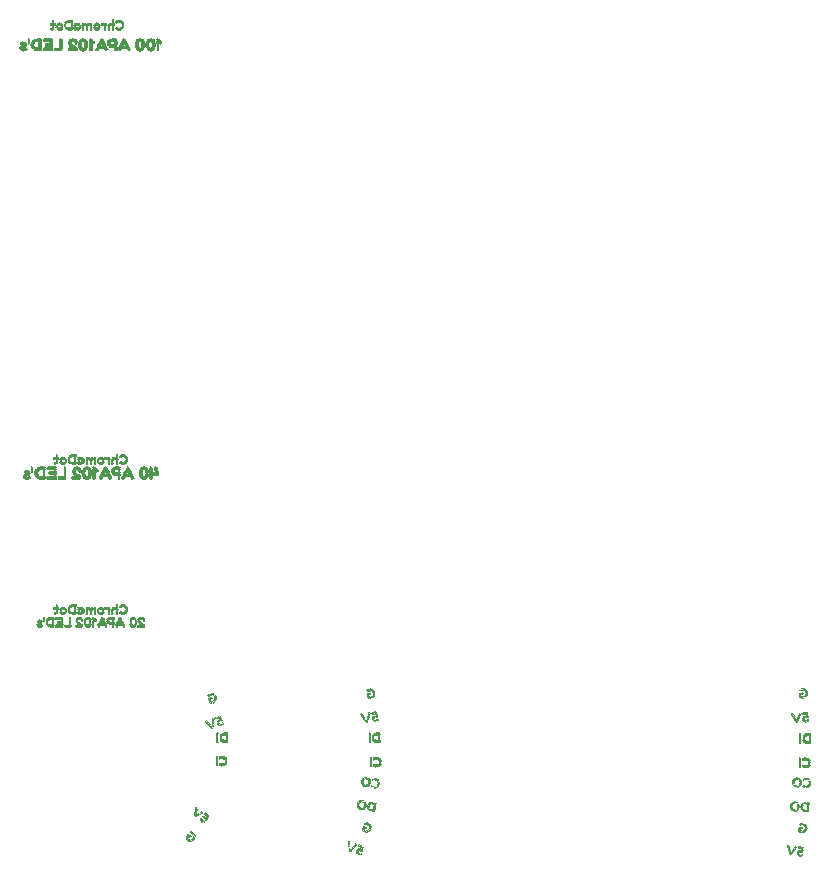
<source format=gbo>
G75*
%MOIN*%
%OFA0B0*%
%FSLAX25Y25*%
%IPPOS*%
%LPD*%
%AMOC8*
5,1,8,0,0,1.08239X$1,22.5*
%
%ADD10R,0.00630X0.00118*%
%ADD11R,0.00866X0.00118*%
%ADD12R,0.01024X0.00118*%
%ADD13R,0.01535X0.00118*%
%ADD14R,0.01772X0.00118*%
%ADD15R,0.00236X0.00118*%
%ADD16R,0.01890X0.00118*%
%ADD17R,0.02126X0.00118*%
%ADD18R,0.00748X0.00118*%
%ADD19R,0.02244X0.00157*%
%ADD20R,0.00866X0.00157*%
%ADD21R,0.02402X0.00157*%
%ADD22R,0.02402X0.00118*%
%ADD23R,0.02520X0.00118*%
%ADD24R,0.02638X0.00118*%
%ADD25R,0.01142X0.00118*%
%ADD26R,0.01260X0.00118*%
%ADD27R,0.00984X0.00157*%
%ADD28R,0.00276X0.00157*%
%ADD29R,0.00630X0.00157*%
%ADD30R,0.00748X0.00157*%
%ADD31R,0.01142X0.00157*%
%ADD32R,0.01654X0.00157*%
%ADD33R,0.02008X0.00118*%
%ADD34R,0.01496X0.00118*%
%ADD35R,0.00787X0.00118*%
%ADD36R,0.00984X0.00118*%
%ADD37R,0.01732X0.00118*%
%ADD38R,0.03425X0.00118*%
%ADD39R,0.02244X0.00118*%
%ADD40R,0.02047X0.00118*%
%ADD41R,0.02283X0.00118*%
%ADD42R,0.03543X0.00118*%
%ADD43R,0.02362X0.00157*%
%ADD44R,0.01772X0.00157*%
%ADD45R,0.02283X0.00157*%
%ADD46R,0.03543X0.00157*%
%ADD47R,0.00906X0.00157*%
%ADD48R,0.01890X0.00157*%
%ADD49R,0.02362X0.00118*%
%ADD50R,0.00276X0.00118*%
%ADD51R,0.00906X0.00118*%
%ADD52R,0.00394X0.00118*%
%ADD53R,0.02756X0.00118*%
%ADD54R,0.01378X0.00118*%
%ADD55R,0.02047X0.00157*%
%ADD56R,0.02008X0.00157*%
%ADD57R,0.01260X0.00157*%
%ADD58R,0.01654X0.00118*%
%ADD59R,0.00118X0.00118*%
%ADD60R,0.01614X0.00118*%
%ADD61R,0.01732X0.00157*%
%ADD62R,0.01024X0.00157*%
%ADD63R,0.02638X0.00157*%
%ADD64R,0.02165X0.00118*%
%ADD65R,0.01417X0.00118*%
%ADD66R,0.00157X0.00118*%
%ADD67R,0.01496X0.00157*%
%ADD68R,0.01102X0.00157*%
%ADD69R,0.00512X0.00118*%
%ADD70R,0.00354X0.00118*%
%ADD71R,0.02520X0.00157*%
%ADD72R,0.00787X0.00157*%
%ADD73R,0.02126X0.00157*%
%ADD74R,0.01535X0.00157*%
%ADD75R,0.02756X0.00157*%
%ADD76R,0.02913X0.00118*%
%ADD77R,0.03031X0.00118*%
%ADD78R,0.03150X0.00118*%
%ADD79R,0.02677X0.00118*%
%ADD80R,0.02677X0.00157*%
%ADD81R,0.00472X0.00118*%
%ADD82R,0.00157X0.00157*%
%ADD83R,0.02795X0.00118*%
%ADD84R,0.02165X0.00157*%
%ADD85R,0.00394X0.00157*%
%ADD86R,0.01102X0.00118*%
%ADD87R,0.00315X0.00157*%
%ADD88R,0.00945X0.00157*%
%ADD89R,0.00157X0.00157*%
%ADD90R,0.01417X0.00157*%
%ADD91R,0.01575X0.00157*%
%ADD92R,0.03150X0.00157*%
%ADD93R,0.02835X0.00157*%
%ADD94R,0.03307X0.00157*%
%ADD95R,0.02992X0.00157*%
%ADD96R,0.02205X0.00157*%
%ADD97R,0.00472X0.00157*%
%ADD98R,0.03465X0.00157*%
%ADD99R,0.03622X0.00157*%
%ADD100R,0.03780X0.00157*%
%ADD101R,0.03937X0.00157*%
D10*
G36*
X0306700Y0278750D02*
X0307209Y0278381D01*
X0307140Y0278286D01*
X0306631Y0278655D01*
X0306700Y0278750D01*
G37*
G36*
X0311807Y0283216D02*
X0312316Y0282847D01*
X0312247Y0282752D01*
X0311738Y0283121D01*
X0311807Y0283216D01*
G37*
G36*
X0310975Y0286156D02*
X0311484Y0285787D01*
X0311415Y0285692D01*
X0310906Y0286061D01*
X0310975Y0286156D01*
G37*
G36*
X0308937Y0287637D02*
X0309446Y0287268D01*
X0309377Y0287173D01*
X0308868Y0287542D01*
X0308937Y0287637D01*
G37*
X0315804Y0300866D03*
X0316946Y0303268D03*
X0317576Y0304134D03*
X0315936Y0308616D03*
G36*
X0317054Y0315783D02*
X0317652Y0315977D01*
X0317688Y0315865D01*
X0317090Y0315671D01*
X0317054Y0315783D01*
G37*
G36*
X0314186Y0316838D02*
X0314784Y0317032D01*
X0314820Y0316920D01*
X0314222Y0316726D01*
X0314186Y0316838D01*
G37*
G36*
X0311789Y0316059D02*
X0312387Y0316253D01*
X0312423Y0316141D01*
X0311825Y0315947D01*
X0311789Y0316059D01*
G37*
G36*
X0312903Y0324035D02*
X0313501Y0324229D01*
X0313537Y0324117D01*
X0312939Y0323923D01*
X0312903Y0324035D01*
G37*
X0291454Y0348888D03*
X0283658Y0350266D03*
X0282554Y0351366D03*
X0280940Y0351366D03*
X0279798Y0351366D03*
X0277595Y0350266D03*
X0275113Y0351366D03*
X0274564Y0350266D03*
X0273735Y0351366D03*
X0272475Y0351366D03*
X0272674Y0350384D03*
X0270784Y0348888D03*
X0269719Y0351366D03*
X0278855Y0347116D03*
X0281257Y0347116D03*
X0282398Y0347116D03*
X0283696Y0353768D03*
X0284326Y0354634D03*
X0282554Y0354752D03*
X0258186Y0350266D03*
X0258186Y0349242D03*
X0257320Y0347746D03*
X0269719Y0401366D03*
X0272475Y0401366D03*
X0273735Y0401366D03*
X0275113Y0401366D03*
X0279798Y0401366D03*
X0280940Y0401366D03*
X0282554Y0401366D03*
X0283696Y0403768D03*
X0284326Y0404634D03*
X0282554Y0404752D03*
G36*
X0365821Y0325779D02*
X0366444Y0325867D01*
X0366461Y0325751D01*
X0365838Y0325663D01*
X0365821Y0325779D01*
G37*
G36*
X0366210Y0318699D02*
X0366833Y0318787D01*
X0366850Y0318671D01*
X0366227Y0318583D01*
X0366210Y0318699D01*
G37*
G36*
X0363715Y0318348D02*
X0364338Y0318436D01*
X0364355Y0318320D01*
X0363732Y0318232D01*
X0363715Y0318348D01*
G37*
G36*
X0368851Y0317161D02*
X0369474Y0317249D01*
X0369491Y0317133D01*
X0368868Y0317045D01*
X0368851Y0317161D01*
G37*
X0366686Y0308616D03*
X0368976Y0303784D03*
X0368346Y0302918D03*
X0367204Y0300516D03*
G36*
X0368455Y0296941D02*
X0369076Y0296842D01*
X0369057Y0296727D01*
X0368436Y0296826D01*
X0368455Y0296941D01*
G37*
G36*
X0367581Y0296203D02*
X0368202Y0296104D01*
X0368183Y0295989D01*
X0367562Y0296088D01*
X0367581Y0296203D01*
G37*
G36*
X0364914Y0281538D02*
X0365512Y0281344D01*
X0365476Y0281232D01*
X0364878Y0281426D01*
X0364914Y0281538D01*
G37*
G36*
X0361908Y0275157D02*
X0362506Y0274963D01*
X0362470Y0274851D01*
X0361872Y0275045D01*
X0361908Y0275157D01*
G37*
G36*
X0359512Y0275936D02*
X0360110Y0275742D01*
X0360074Y0275630D01*
X0359476Y0275824D01*
X0359512Y0275936D01*
G37*
G36*
X0363608Y0272618D02*
X0364206Y0272424D01*
X0364170Y0272312D01*
X0363572Y0272506D01*
X0363608Y0272618D01*
G37*
G36*
X0505865Y0274653D02*
X0506489Y0274574D01*
X0506475Y0274457D01*
X0505851Y0274536D01*
X0505865Y0274653D01*
G37*
G36*
X0508365Y0274337D02*
X0508989Y0274258D01*
X0508975Y0274141D01*
X0508351Y0274220D01*
X0508365Y0274337D01*
G37*
G36*
X0510511Y0272161D02*
X0511135Y0272082D01*
X0511121Y0271965D01*
X0510497Y0272044D01*
X0510511Y0272161D01*
G37*
G36*
X0510029Y0281281D02*
X0510653Y0281202D01*
X0510639Y0281085D01*
X0510015Y0281164D01*
X0510029Y0281281D01*
G37*
G36*
X0511194Y0296180D02*
X0511822Y0296141D01*
X0511814Y0296024D01*
X0511186Y0296063D01*
X0511194Y0296180D01*
G37*
G36*
X0511995Y0296998D02*
X0512623Y0296959D01*
X0512615Y0296842D01*
X0511987Y0296881D01*
X0511995Y0296998D01*
G37*
X0510204Y0300266D03*
X0511346Y0302668D03*
X0511976Y0303534D03*
X0510186Y0308366D03*
G36*
X0512298Y0316948D02*
X0512926Y0316987D01*
X0512934Y0316870D01*
X0512306Y0316831D01*
X0512298Y0316948D01*
G37*
G36*
X0509782Y0318683D02*
X0510410Y0318722D01*
X0510418Y0318605D01*
X0509790Y0318566D01*
X0509782Y0318683D01*
G37*
G36*
X0507268Y0318525D02*
X0507896Y0318564D01*
X0507904Y0318447D01*
X0507276Y0318408D01*
X0507268Y0318525D01*
G37*
G36*
X0510090Y0325969D02*
X0510718Y0326008D01*
X0510726Y0325891D01*
X0510098Y0325852D01*
X0510090Y0325969D01*
G37*
X0281304Y0546116D03*
X0279690Y0546116D03*
X0278548Y0546116D03*
X0281304Y0549502D03*
X0282446Y0548518D03*
X0283076Y0549384D03*
X0273863Y0546116D03*
X0272485Y0546116D03*
X0271225Y0546116D03*
X0268469Y0546116D03*
D11*
X0268469Y0547258D03*
X0268469Y0547376D03*
X0267328Y0547376D03*
X0267328Y0547494D03*
X0267328Y0547612D03*
X0267328Y0547888D03*
X0267328Y0548006D03*
X0267328Y0548124D03*
X0267328Y0548242D03*
X0267328Y0548518D03*
X0267328Y0547258D03*
X0267328Y0546982D03*
X0265320Y0547258D03*
X0265320Y0547376D03*
X0265320Y0548006D03*
X0265320Y0548124D03*
X0264178Y0547494D03*
X0264178Y0547376D03*
X0264178Y0547258D03*
X0264178Y0546982D03*
X0261146Y0546982D03*
X0261146Y0546864D03*
X0261146Y0547258D03*
X0261146Y0547376D03*
X0261146Y0547494D03*
X0261146Y0548518D03*
X0261146Y0548636D03*
X0261146Y0548754D03*
X0261146Y0548872D03*
X0271225Y0547494D03*
X0271225Y0547376D03*
X0271225Y0547258D03*
X0271225Y0546982D03*
X0271225Y0546864D03*
X0271225Y0546746D03*
X0271225Y0546628D03*
X0272485Y0546628D03*
X0272485Y0546746D03*
X0272485Y0546864D03*
X0272485Y0546982D03*
X0272485Y0547258D03*
X0272485Y0547376D03*
X0272485Y0546352D03*
X0275005Y0546982D03*
X0275005Y0547258D03*
X0275005Y0547376D03*
X0275005Y0547494D03*
X0276658Y0547494D03*
X0276658Y0547376D03*
X0276658Y0547258D03*
X0276658Y0546982D03*
X0278548Y0546982D03*
X0278548Y0546864D03*
X0278548Y0546746D03*
X0278548Y0546628D03*
X0278548Y0546352D03*
X0278548Y0546234D03*
X0278548Y0547258D03*
X0278548Y0547376D03*
X0278548Y0547494D03*
X0279808Y0547494D03*
X0281304Y0547376D03*
X0281304Y0547258D03*
X0281304Y0546982D03*
X0281304Y0546864D03*
X0281304Y0546746D03*
X0281304Y0546628D03*
X0281304Y0546352D03*
X0281304Y0546234D03*
X0281304Y0548518D03*
X0281304Y0548636D03*
X0281304Y0548754D03*
X0281304Y0548872D03*
X0281304Y0549148D03*
X0281304Y0549266D03*
X0281304Y0549384D03*
X0284335Y0548242D03*
X0284335Y0548124D03*
X0284454Y0548006D03*
X0284454Y0547888D03*
X0284454Y0547612D03*
X0284454Y0547494D03*
X0284335Y0547258D03*
X0282554Y0404634D03*
X0282554Y0404516D03*
X0282554Y0404398D03*
X0282554Y0404122D03*
X0282554Y0404004D03*
X0282554Y0403886D03*
X0282554Y0403768D03*
X0282554Y0402626D03*
X0282554Y0402508D03*
X0282554Y0402232D03*
X0282554Y0402114D03*
X0282554Y0401996D03*
X0282554Y0401878D03*
X0282554Y0401602D03*
X0282554Y0401484D03*
X0281058Y0402744D03*
X0279798Y0402744D03*
X0279798Y0402626D03*
X0279798Y0402508D03*
X0279798Y0402232D03*
X0279798Y0402114D03*
X0279798Y0401996D03*
X0279798Y0401878D03*
X0279798Y0401602D03*
X0279798Y0401484D03*
X0277908Y0402232D03*
X0277908Y0402508D03*
X0277908Y0402626D03*
X0277908Y0402744D03*
X0276255Y0402744D03*
X0276255Y0402626D03*
X0276255Y0402508D03*
X0276255Y0402232D03*
X0273735Y0402232D03*
X0273735Y0402114D03*
X0273735Y0401996D03*
X0273735Y0401878D03*
X0273735Y0401602D03*
X0273735Y0402508D03*
X0273735Y0402626D03*
X0272475Y0402626D03*
X0272475Y0402744D03*
X0272475Y0402508D03*
X0272475Y0402232D03*
X0272475Y0402114D03*
X0272475Y0401996D03*
X0272475Y0401878D03*
X0269719Y0402508D03*
X0269719Y0402626D03*
X0268578Y0402626D03*
X0268578Y0402744D03*
X0268578Y0402862D03*
X0268578Y0403138D03*
X0268578Y0403256D03*
X0268578Y0403374D03*
X0268578Y0403492D03*
X0268578Y0403768D03*
X0268578Y0402508D03*
X0268578Y0402232D03*
X0266570Y0402508D03*
X0266570Y0402626D03*
X0266570Y0403256D03*
X0266570Y0403374D03*
X0265428Y0402744D03*
X0265428Y0402626D03*
X0265428Y0402508D03*
X0265428Y0402232D03*
X0262396Y0402232D03*
X0262396Y0402114D03*
X0262396Y0402508D03*
X0262396Y0402626D03*
X0262396Y0402744D03*
X0262396Y0403768D03*
X0262396Y0403886D03*
X0262396Y0404004D03*
X0262396Y0404122D03*
X0285585Y0403492D03*
X0285585Y0403374D03*
X0285704Y0403256D03*
X0285704Y0403138D03*
X0285704Y0402862D03*
X0285704Y0402744D03*
X0285585Y0402508D03*
X0282554Y0354634D03*
X0282554Y0354516D03*
X0282554Y0354398D03*
X0282554Y0354122D03*
X0282554Y0354004D03*
X0282554Y0353886D03*
X0282554Y0353768D03*
X0282554Y0352626D03*
X0282554Y0352508D03*
X0282554Y0352232D03*
X0282554Y0352114D03*
X0282554Y0351996D03*
X0282554Y0351878D03*
X0282554Y0351602D03*
X0282554Y0351484D03*
X0281058Y0352744D03*
X0279798Y0352744D03*
X0279798Y0352626D03*
X0279798Y0352508D03*
X0279798Y0352232D03*
X0279798Y0352114D03*
X0279798Y0351996D03*
X0279798Y0351878D03*
X0279798Y0351602D03*
X0279798Y0351484D03*
X0277908Y0352232D03*
X0277908Y0352508D03*
X0277908Y0352626D03*
X0277908Y0352744D03*
X0276255Y0352744D03*
X0276255Y0352626D03*
X0276255Y0352508D03*
X0276255Y0352232D03*
X0273735Y0352232D03*
X0273735Y0352114D03*
X0273735Y0351996D03*
X0273735Y0351878D03*
X0273735Y0351602D03*
X0273735Y0352508D03*
X0273735Y0352626D03*
X0272475Y0352626D03*
X0272475Y0352744D03*
X0272475Y0352508D03*
X0272475Y0352232D03*
X0272475Y0352114D03*
X0272475Y0351996D03*
X0272475Y0351878D03*
X0271926Y0349242D03*
X0271808Y0349006D03*
X0271808Y0348888D03*
X0271808Y0348612D03*
X0271808Y0348494D03*
X0271808Y0348376D03*
X0271926Y0347982D03*
X0273580Y0348258D03*
X0273580Y0348376D03*
X0273580Y0348494D03*
X0273580Y0348612D03*
X0273580Y0348888D03*
X0273580Y0349006D03*
X0273580Y0349124D03*
X0270666Y0349518D03*
X0269170Y0349242D03*
X0269170Y0349124D03*
X0269170Y0349006D03*
X0266769Y0349006D03*
X0266769Y0349124D03*
X0266769Y0349242D03*
X0266769Y0349518D03*
X0266769Y0349636D03*
X0266769Y0349754D03*
X0266769Y0349872D03*
X0266769Y0348888D03*
X0266769Y0348612D03*
X0266769Y0348494D03*
X0266769Y0348376D03*
X0266769Y0348258D03*
X0266769Y0347982D03*
X0266769Y0347864D03*
X0264131Y0347982D03*
X0264131Y0348258D03*
X0264131Y0349242D03*
X0264131Y0349518D03*
X0261217Y0349518D03*
X0261217Y0349242D03*
X0261217Y0349124D03*
X0261217Y0349006D03*
X0261217Y0348888D03*
X0261217Y0348612D03*
X0261217Y0348494D03*
X0261217Y0348376D03*
X0261217Y0348258D03*
X0261217Y0347982D03*
X0259209Y0348258D03*
X0259209Y0348376D03*
X0259209Y0349006D03*
X0259209Y0349124D03*
X0257202Y0348612D03*
X0262396Y0352114D03*
X0262396Y0352232D03*
X0262396Y0352508D03*
X0262396Y0352626D03*
X0262396Y0352744D03*
X0262396Y0353768D03*
X0262396Y0353886D03*
X0262396Y0354004D03*
X0262396Y0354122D03*
X0265428Y0352744D03*
X0265428Y0352626D03*
X0265428Y0352508D03*
X0265428Y0352232D03*
X0266570Y0352508D03*
X0266570Y0352626D03*
X0266570Y0353256D03*
X0266570Y0353374D03*
X0268578Y0353374D03*
X0268578Y0353256D03*
X0268578Y0353138D03*
X0268578Y0352862D03*
X0268578Y0352744D03*
X0268578Y0352626D03*
X0268578Y0352508D03*
X0268578Y0352232D03*
X0269719Y0352508D03*
X0269719Y0352626D03*
X0268578Y0353492D03*
X0268578Y0353768D03*
X0276965Y0348612D03*
X0276335Y0347352D03*
X0278737Y0347628D03*
X0278855Y0347352D03*
X0279485Y0349006D03*
X0279485Y0349124D03*
X0279485Y0349242D03*
X0281257Y0349242D03*
X0281257Y0349124D03*
X0281257Y0349006D03*
X0281257Y0348888D03*
X0281257Y0349518D03*
X0281257Y0347864D03*
X0281257Y0347746D03*
X0281257Y0347628D03*
X0281257Y0347352D03*
X0281257Y0347234D03*
X0282398Y0347352D03*
X0284288Y0348612D03*
X0284918Y0347352D03*
X0287044Y0348258D03*
X0287044Y0348376D03*
X0287044Y0348494D03*
X0287044Y0348612D03*
X0287044Y0348888D03*
X0287044Y0349006D03*
X0287044Y0349124D03*
X0287044Y0349242D03*
X0288698Y0349242D03*
X0288698Y0349124D03*
X0288698Y0349006D03*
X0288698Y0348888D03*
X0288698Y0348612D03*
X0288698Y0348494D03*
X0288698Y0348376D03*
X0288698Y0348258D03*
X0288698Y0347982D03*
X0291454Y0349006D03*
X0291454Y0349124D03*
X0291454Y0349242D03*
X0285585Y0352508D03*
X0285704Y0352744D03*
X0285704Y0352862D03*
X0285704Y0353138D03*
X0285704Y0353256D03*
X0285585Y0353374D03*
X0285585Y0353492D03*
G36*
X0313122Y0325017D02*
X0313945Y0325283D01*
X0313982Y0325171D01*
X0313159Y0324905D01*
X0313122Y0325017D01*
G37*
G36*
X0314709Y0324208D02*
X0315532Y0324474D01*
X0315569Y0324362D01*
X0314746Y0324096D01*
X0314709Y0324208D01*
G37*
G36*
X0314746Y0324096D02*
X0315569Y0324362D01*
X0315606Y0324250D01*
X0314783Y0323984D01*
X0314746Y0324096D01*
G37*
G36*
X0314904Y0323609D02*
X0315727Y0323875D01*
X0315764Y0323763D01*
X0314941Y0323497D01*
X0314904Y0323609D01*
G37*
G36*
X0314941Y0323497D02*
X0315764Y0323763D01*
X0315801Y0323651D01*
X0314978Y0323385D01*
X0314941Y0323497D01*
G37*
G36*
X0314977Y0323384D02*
X0315800Y0323650D01*
X0315837Y0323538D01*
X0315014Y0323272D01*
X0314977Y0323384D01*
G37*
G36*
X0313067Y0322764D02*
X0313890Y0323030D01*
X0313927Y0322918D01*
X0313104Y0322652D01*
X0313067Y0322764D01*
G37*
G36*
X0313153Y0322502D02*
X0313976Y0322768D01*
X0314013Y0322656D01*
X0313190Y0322390D01*
X0313153Y0322502D01*
G37*
G36*
X0313189Y0322389D02*
X0314012Y0322655D01*
X0314049Y0322543D01*
X0313226Y0322277D01*
X0313189Y0322389D01*
G37*
G36*
X0314194Y0316427D02*
X0315017Y0316693D01*
X0315054Y0316581D01*
X0314231Y0316315D01*
X0314194Y0316427D01*
G37*
G36*
X0314155Y0316166D02*
X0314978Y0316432D01*
X0315015Y0316320D01*
X0314192Y0316054D01*
X0314155Y0316166D01*
G37*
G36*
X0314191Y0316054D02*
X0315014Y0316320D01*
X0315051Y0316208D01*
X0314228Y0315942D01*
X0314191Y0316054D01*
G37*
G36*
X0314164Y0315755D02*
X0314987Y0316021D01*
X0315024Y0315909D01*
X0314201Y0315643D01*
X0314164Y0315755D01*
G37*
G36*
X0313984Y0315035D02*
X0314807Y0315301D01*
X0314844Y0315189D01*
X0314021Y0314923D01*
X0313984Y0315035D01*
G37*
G36*
X0314021Y0314922D02*
X0314844Y0315188D01*
X0314881Y0315076D01*
X0314058Y0314810D01*
X0314021Y0314922D01*
G37*
G36*
X0312786Y0314645D02*
X0313609Y0314911D01*
X0313646Y0314799D01*
X0312823Y0314533D01*
X0312786Y0314645D01*
G37*
G36*
X0312589Y0314871D02*
X0313412Y0315137D01*
X0313449Y0315025D01*
X0312626Y0314759D01*
X0312589Y0314871D01*
G37*
G36*
X0312367Y0315171D02*
X0313190Y0315437D01*
X0313227Y0315325D01*
X0312404Y0315059D01*
X0312367Y0315171D01*
G37*
G36*
X0312552Y0314983D02*
X0313375Y0315249D01*
X0313412Y0315137D01*
X0312589Y0314871D01*
X0312552Y0314983D01*
G37*
G36*
X0311713Y0315911D02*
X0312536Y0316177D01*
X0312573Y0316065D01*
X0311750Y0315799D01*
X0311713Y0315911D01*
G37*
G36*
X0314231Y0316315D02*
X0315054Y0316581D01*
X0315091Y0316469D01*
X0314268Y0316203D01*
X0314231Y0316315D01*
G37*
G36*
X0315779Y0315245D02*
X0316602Y0315511D01*
X0316639Y0315399D01*
X0315816Y0315133D01*
X0315779Y0315245D01*
G37*
G36*
X0315864Y0314983D02*
X0316687Y0315249D01*
X0316724Y0315137D01*
X0315901Y0314871D01*
X0315864Y0314983D01*
G37*
X0315936Y0311372D03*
X0315936Y0311254D03*
X0315936Y0311136D03*
X0315936Y0311018D03*
X0315936Y0310742D03*
X0315936Y0310624D03*
X0315936Y0310506D03*
X0315936Y0310388D03*
X0315936Y0310112D03*
X0315936Y0309994D03*
X0315936Y0309876D03*
X0315936Y0309758D03*
X0315936Y0309482D03*
X0315936Y0309364D03*
X0315936Y0309246D03*
X0315936Y0309128D03*
X0315936Y0308852D03*
X0317078Y0309876D03*
X0317078Y0309994D03*
X0317078Y0310112D03*
X0317078Y0310388D03*
X0317078Y0310506D03*
X0317196Y0310742D03*
X0317196Y0309758D03*
X0315804Y0303898D03*
X0315804Y0303622D03*
X0315804Y0303504D03*
X0315804Y0303386D03*
X0315804Y0303268D03*
X0315804Y0302992D03*
X0315804Y0302874D03*
X0315804Y0302756D03*
X0315804Y0302638D03*
X0315804Y0302362D03*
X0315804Y0302244D03*
X0315804Y0302126D03*
X0315804Y0302008D03*
X0315804Y0301732D03*
X0315804Y0301614D03*
X0315804Y0301496D03*
X0315804Y0301378D03*
X0315804Y0301102D03*
X0315804Y0300984D03*
X0318835Y0302008D03*
X0318835Y0302126D03*
X0318835Y0302756D03*
X0318835Y0302874D03*
G36*
X0308772Y0287612D02*
X0309471Y0287104D01*
X0309402Y0287008D01*
X0308703Y0287516D01*
X0308772Y0287612D01*
G37*
G36*
X0308558Y0286648D02*
X0309257Y0286140D01*
X0309188Y0286044D01*
X0308489Y0286552D01*
X0308558Y0286648D01*
G37*
G36*
X0308515Y0286387D02*
X0309214Y0285879D01*
X0309145Y0285783D01*
X0308446Y0286291D01*
X0308515Y0286387D01*
G37*
G36*
X0308446Y0286292D02*
X0309145Y0285784D01*
X0309076Y0285688D01*
X0308377Y0286196D01*
X0308446Y0286292D01*
G37*
G36*
X0308379Y0285999D02*
X0309078Y0285491D01*
X0309009Y0285395D01*
X0308310Y0285903D01*
X0308379Y0285999D01*
G37*
G36*
X0309399Y0285259D02*
X0310098Y0284751D01*
X0310029Y0284655D01*
X0309330Y0285163D01*
X0309399Y0285259D01*
G37*
G36*
X0309329Y0285163D02*
X0310028Y0284655D01*
X0309959Y0284559D01*
X0309260Y0285067D01*
X0309329Y0285163D01*
G37*
G36*
X0310087Y0285537D02*
X0310786Y0285029D01*
X0310717Y0284933D01*
X0310018Y0285441D01*
X0310087Y0285537D01*
G37*
G36*
X0310345Y0285691D02*
X0311044Y0285183D01*
X0310975Y0285087D01*
X0310276Y0285595D01*
X0310345Y0285691D01*
G37*
G36*
X0310414Y0285786D02*
X0311113Y0285278D01*
X0311044Y0285182D01*
X0310345Y0285690D01*
X0310414Y0285786D01*
G37*
G36*
X0310579Y0285812D02*
X0311278Y0285304D01*
X0311209Y0285208D01*
X0310510Y0285716D01*
X0310579Y0285812D01*
G37*
G36*
X0310649Y0285908D02*
X0311348Y0285400D01*
X0311279Y0285304D01*
X0310580Y0285812D01*
X0310649Y0285908D01*
G37*
G36*
X0310624Y0283931D02*
X0311323Y0283423D01*
X0311254Y0283327D01*
X0310555Y0283835D01*
X0310624Y0283931D01*
G37*
G36*
X0310462Y0283708D02*
X0311161Y0283200D01*
X0311092Y0283104D01*
X0310393Y0283612D01*
X0310462Y0283708D01*
G37*
G36*
X0307623Y0279151D02*
X0308322Y0278643D01*
X0308253Y0278547D01*
X0307554Y0279055D01*
X0307623Y0279151D01*
G37*
G36*
X0307902Y0277391D02*
X0308601Y0276883D01*
X0308532Y0276787D01*
X0307833Y0277295D01*
X0307902Y0277391D01*
G37*
G36*
X0307833Y0277295D02*
X0308532Y0276787D01*
X0308463Y0276691D01*
X0307764Y0277199D01*
X0307833Y0277295D01*
G37*
G36*
X0307532Y0276881D02*
X0308231Y0276373D01*
X0308162Y0276277D01*
X0307463Y0276785D01*
X0307532Y0276881D01*
G37*
G36*
X0307462Y0276786D02*
X0308161Y0276278D01*
X0308092Y0276182D01*
X0307393Y0276690D01*
X0307462Y0276786D01*
G37*
G36*
X0307393Y0276690D02*
X0308092Y0276182D01*
X0308023Y0276086D01*
X0307324Y0276594D01*
X0307393Y0276690D01*
G37*
G36*
X0305768Y0277870D02*
X0306467Y0277362D01*
X0306398Y0277266D01*
X0305699Y0277774D01*
X0305768Y0277870D01*
G37*
G36*
X0305606Y0277648D02*
X0306305Y0277140D01*
X0306236Y0277044D01*
X0305537Y0277552D01*
X0305606Y0277648D01*
G37*
G36*
X0305537Y0277552D02*
X0306236Y0277044D01*
X0306167Y0276948D01*
X0305468Y0277456D01*
X0305537Y0277552D01*
G37*
G36*
X0359364Y0275860D02*
X0360187Y0275594D01*
X0360150Y0275482D01*
X0359327Y0275748D01*
X0359364Y0275860D01*
G37*
G36*
X0359458Y0274877D02*
X0360281Y0274611D01*
X0360244Y0274499D01*
X0359421Y0274765D01*
X0359458Y0274877D01*
G37*
G36*
X0359497Y0274616D02*
X0360320Y0274350D01*
X0360283Y0274238D01*
X0359460Y0274504D01*
X0359497Y0274616D01*
G37*
G36*
X0359461Y0274503D02*
X0360284Y0274237D01*
X0360247Y0274125D01*
X0359424Y0274391D01*
X0359461Y0274503D01*
G37*
G36*
X0359488Y0274205D02*
X0360311Y0273939D01*
X0360274Y0273827D01*
X0359451Y0274093D01*
X0359488Y0274205D01*
G37*
G36*
X0360686Y0273815D02*
X0361509Y0273549D01*
X0361472Y0273437D01*
X0360649Y0273703D01*
X0360686Y0273815D01*
G37*
G36*
X0360650Y0273703D02*
X0361473Y0273437D01*
X0361436Y0273325D01*
X0360613Y0273591D01*
X0360650Y0273703D01*
G37*
G36*
X0361255Y0274293D02*
X0362078Y0274027D01*
X0362041Y0273915D01*
X0361218Y0274181D01*
X0361255Y0274293D01*
G37*
G36*
X0361453Y0274518D02*
X0362276Y0274252D01*
X0362239Y0274140D01*
X0361416Y0274406D01*
X0361453Y0274518D01*
G37*
G36*
X0361489Y0274631D02*
X0362312Y0274365D01*
X0362275Y0274253D01*
X0361452Y0274519D01*
X0361489Y0274631D01*
G37*
G36*
X0361638Y0274707D02*
X0362461Y0274441D01*
X0362424Y0274329D01*
X0361601Y0274595D01*
X0361638Y0274707D01*
G37*
G36*
X0361675Y0274819D02*
X0362498Y0274553D01*
X0362461Y0274441D01*
X0361638Y0274707D01*
X0361675Y0274819D01*
G37*
G36*
X0362262Y0272931D02*
X0363085Y0272665D01*
X0363048Y0272553D01*
X0362225Y0272819D01*
X0362262Y0272931D01*
G37*
G36*
X0362177Y0272669D02*
X0363000Y0272403D01*
X0362963Y0272291D01*
X0362140Y0272557D01*
X0362177Y0272669D01*
G37*
G36*
X0364179Y0280038D02*
X0365002Y0279772D01*
X0364965Y0279660D01*
X0364142Y0279926D01*
X0364179Y0280038D01*
G37*
G36*
X0364215Y0280150D02*
X0365038Y0279884D01*
X0365001Y0279772D01*
X0364178Y0280038D01*
X0364215Y0280150D01*
G37*
G36*
X0364300Y0280412D02*
X0365123Y0280146D01*
X0365086Y0280034D01*
X0364263Y0280300D01*
X0364300Y0280412D01*
G37*
G36*
X0365669Y0282203D02*
X0366492Y0281937D01*
X0366455Y0281825D01*
X0365632Y0282091D01*
X0365669Y0282203D01*
G37*
G36*
X0366478Y0280615D02*
X0367301Y0280349D01*
X0367264Y0280237D01*
X0366441Y0280503D01*
X0366478Y0280615D01*
G37*
G36*
X0366441Y0280503D02*
X0367264Y0280237D01*
X0367227Y0280125D01*
X0366404Y0280391D01*
X0366441Y0280503D01*
G37*
G36*
X0366283Y0280016D02*
X0367106Y0279750D01*
X0367069Y0279638D01*
X0366246Y0279904D01*
X0366283Y0280016D01*
G37*
G36*
X0366246Y0279904D02*
X0367069Y0279638D01*
X0367032Y0279526D01*
X0366209Y0279792D01*
X0366246Y0279904D01*
G37*
G36*
X0366210Y0279792D02*
X0367033Y0279526D01*
X0366996Y0279414D01*
X0366173Y0279680D01*
X0366210Y0279792D01*
G37*
G36*
X0367840Y0286660D02*
X0368694Y0286525D01*
X0368676Y0286408D01*
X0367822Y0286543D01*
X0367840Y0286660D01*
G37*
G36*
X0367883Y0286932D02*
X0368737Y0286797D01*
X0368719Y0286680D01*
X0367865Y0286815D01*
X0367883Y0286932D01*
G37*
G36*
X0367902Y0287049D02*
X0368756Y0286914D01*
X0368738Y0286797D01*
X0367884Y0286932D01*
X0367902Y0287049D01*
G37*
G36*
X0367920Y0287165D02*
X0368774Y0287030D01*
X0368756Y0286913D01*
X0367902Y0287048D01*
X0367920Y0287165D01*
G37*
G36*
X0367939Y0287282D02*
X0368793Y0287147D01*
X0368775Y0287030D01*
X0367921Y0287165D01*
X0367939Y0287282D01*
G37*
G36*
X0367982Y0287554D02*
X0368836Y0287419D01*
X0368818Y0287302D01*
X0367964Y0287437D01*
X0367982Y0287554D01*
G37*
G36*
X0368000Y0287671D02*
X0368854Y0287536D01*
X0368836Y0287419D01*
X0367982Y0287554D01*
X0368000Y0287671D01*
G37*
G36*
X0368019Y0287787D02*
X0368873Y0287652D01*
X0368855Y0287535D01*
X0368001Y0287670D01*
X0368019Y0287787D01*
G37*
G36*
X0368037Y0287904D02*
X0368891Y0287769D01*
X0368873Y0287652D01*
X0368019Y0287787D01*
X0368037Y0287904D01*
G37*
G36*
X0368080Y0288176D02*
X0368934Y0288041D01*
X0368916Y0287924D01*
X0368062Y0288059D01*
X0368080Y0288176D01*
G37*
G36*
X0366035Y0288101D02*
X0366889Y0287966D01*
X0366871Y0287849D01*
X0366017Y0287984D01*
X0366035Y0288101D01*
G37*
G36*
X0364908Y0288280D02*
X0365762Y0288145D01*
X0365744Y0288028D01*
X0364890Y0288163D01*
X0364908Y0288280D01*
G37*
G36*
X0364810Y0288415D02*
X0365664Y0288280D01*
X0365646Y0288163D01*
X0364792Y0288298D01*
X0364810Y0288415D01*
G37*
G36*
X0364889Y0288163D02*
X0365743Y0288028D01*
X0365725Y0287911D01*
X0364871Y0288046D01*
X0364889Y0288163D01*
G37*
G36*
X0364871Y0288047D02*
X0365725Y0287912D01*
X0365707Y0287795D01*
X0364853Y0287930D01*
X0364871Y0288047D01*
G37*
G36*
X0364828Y0287775D02*
X0365682Y0287640D01*
X0365664Y0287523D01*
X0364810Y0287658D01*
X0364828Y0287775D01*
G37*
G36*
X0364809Y0287658D02*
X0365663Y0287523D01*
X0365645Y0287406D01*
X0364791Y0287541D01*
X0364809Y0287658D01*
G37*
G36*
X0364791Y0287541D02*
X0365645Y0287406D01*
X0365627Y0287289D01*
X0364773Y0287424D01*
X0364791Y0287541D01*
G37*
G36*
X0365918Y0287363D02*
X0366772Y0287228D01*
X0366754Y0287111D01*
X0365900Y0287246D01*
X0365918Y0287363D01*
G37*
G36*
X0365900Y0287246D02*
X0366754Y0287111D01*
X0366736Y0286994D01*
X0365882Y0287129D01*
X0365900Y0287246D01*
G37*
G36*
X0362400Y0287800D02*
X0363254Y0287665D01*
X0363236Y0287548D01*
X0362382Y0287683D01*
X0362400Y0287800D01*
G37*
G36*
X0362339Y0288169D02*
X0363193Y0288034D01*
X0363175Y0287917D01*
X0362321Y0288052D01*
X0362339Y0288169D01*
G37*
G36*
X0362382Y0288441D02*
X0363236Y0288306D01*
X0363218Y0288189D01*
X0362364Y0288324D01*
X0362382Y0288441D01*
G37*
G36*
X0362517Y0288539D02*
X0363371Y0288404D01*
X0363353Y0288287D01*
X0362499Y0288422D01*
X0362517Y0288539D01*
G37*
G36*
X0362536Y0288656D02*
X0363390Y0288521D01*
X0363372Y0288404D01*
X0362518Y0288539D01*
X0362536Y0288656D01*
G37*
G36*
X0362419Y0287917D02*
X0363273Y0287782D01*
X0363255Y0287665D01*
X0362401Y0287800D01*
X0362419Y0287917D01*
G37*
G36*
X0366139Y0295156D02*
X0366993Y0295021D01*
X0366975Y0294904D01*
X0366121Y0295039D01*
X0366139Y0295156D01*
G37*
G36*
X0366157Y0295273D02*
X0367011Y0295138D01*
X0366993Y0295021D01*
X0366139Y0295156D01*
X0366157Y0295273D01*
G37*
G36*
X0366256Y0295895D02*
X0367110Y0295760D01*
X0367092Y0295643D01*
X0366238Y0295778D01*
X0366256Y0295895D01*
G37*
G36*
X0366274Y0296012D02*
X0367128Y0295877D01*
X0367110Y0295760D01*
X0366256Y0295895D01*
X0366274Y0296012D01*
G37*
G36*
X0369287Y0295654D02*
X0370141Y0295519D01*
X0370123Y0295402D01*
X0369269Y0295537D01*
X0369287Y0295654D01*
G37*
G36*
X0369367Y0295402D02*
X0370221Y0295267D01*
X0370203Y0295150D01*
X0369349Y0295285D01*
X0369367Y0295402D01*
G37*
G36*
X0369348Y0295286D02*
X0370202Y0295151D01*
X0370184Y0295034D01*
X0369330Y0295169D01*
X0369348Y0295286D01*
G37*
G36*
X0369305Y0295013D02*
X0370159Y0294878D01*
X0370141Y0294761D01*
X0369287Y0294896D01*
X0369305Y0295013D01*
G37*
G36*
X0369287Y0294897D02*
X0370141Y0294762D01*
X0370123Y0294645D01*
X0369269Y0294780D01*
X0369287Y0294897D01*
G37*
G36*
X0369133Y0294682D02*
X0369987Y0294547D01*
X0369969Y0294430D01*
X0369115Y0294565D01*
X0369133Y0294682D01*
G37*
G36*
X0369268Y0294780D02*
X0370122Y0294645D01*
X0370104Y0294528D01*
X0369250Y0294663D01*
X0369268Y0294780D01*
G37*
X0367204Y0300634D03*
X0367204Y0300752D03*
X0367204Y0301028D03*
X0367204Y0301146D03*
X0367204Y0301264D03*
X0367204Y0301382D03*
X0367204Y0301658D03*
X0367204Y0301776D03*
X0367204Y0301894D03*
X0367204Y0302012D03*
X0367204Y0302288D03*
X0367204Y0302406D03*
X0367204Y0302524D03*
X0367204Y0302642D03*
X0367204Y0302918D03*
X0367204Y0303036D03*
X0367204Y0303154D03*
X0367204Y0303272D03*
X0367204Y0303548D03*
X0370235Y0302524D03*
X0370235Y0302406D03*
X0370235Y0301776D03*
X0370235Y0301658D03*
X0366686Y0308852D03*
X0366686Y0309128D03*
X0366686Y0309246D03*
X0366686Y0309364D03*
X0366686Y0309482D03*
X0366686Y0309758D03*
X0366686Y0309876D03*
X0366686Y0309994D03*
X0366686Y0310112D03*
X0366686Y0310388D03*
X0366686Y0310506D03*
X0366686Y0310624D03*
X0366686Y0310742D03*
X0366686Y0311018D03*
X0366686Y0311136D03*
X0366686Y0311254D03*
X0366686Y0311372D03*
X0367946Y0310742D03*
X0367828Y0310506D03*
X0367828Y0310388D03*
X0367828Y0310112D03*
X0367828Y0309994D03*
X0367828Y0309876D03*
X0367946Y0309758D03*
G36*
X0367542Y0316581D02*
X0368398Y0316700D01*
X0368414Y0316583D01*
X0367558Y0316464D01*
X0367542Y0316581D01*
G37*
G36*
X0367504Y0316854D02*
X0368360Y0316973D01*
X0368376Y0316856D01*
X0367520Y0316737D01*
X0367504Y0316854D01*
G37*
G36*
X0366003Y0317637D02*
X0366859Y0317756D01*
X0366875Y0317639D01*
X0366019Y0317520D01*
X0366003Y0317637D01*
G37*
G36*
X0366081Y0317926D02*
X0366937Y0318045D01*
X0366953Y0317928D01*
X0366097Y0317809D01*
X0366081Y0317926D01*
G37*
G36*
X0366065Y0318043D02*
X0366921Y0318162D01*
X0366937Y0318045D01*
X0366081Y0317926D01*
X0366065Y0318043D01*
G37*
G36*
X0366165Y0318177D02*
X0367021Y0318296D01*
X0367037Y0318179D01*
X0366181Y0318060D01*
X0366165Y0318177D01*
G37*
G36*
X0366149Y0318294D02*
X0367005Y0318413D01*
X0367021Y0318296D01*
X0366165Y0318177D01*
X0366149Y0318294D01*
G37*
G36*
X0365700Y0316958D02*
X0366556Y0317077D01*
X0366572Y0316960D01*
X0365716Y0316841D01*
X0365700Y0316958D01*
G37*
G36*
X0365717Y0316842D02*
X0366573Y0316961D01*
X0366589Y0316844D01*
X0365733Y0316725D01*
X0365717Y0316842D01*
G37*
G36*
X0364453Y0316783D02*
X0365309Y0316902D01*
X0365325Y0316785D01*
X0364469Y0316666D01*
X0364453Y0316783D01*
G37*
G36*
X0364297Y0317040D02*
X0365153Y0317159D01*
X0365169Y0317042D01*
X0364313Y0316923D01*
X0364297Y0317040D01*
G37*
G36*
X0364131Y0317374D02*
X0364987Y0317493D01*
X0365003Y0317376D01*
X0364147Y0317257D01*
X0364131Y0317374D01*
G37*
G36*
X0364281Y0317157D02*
X0365137Y0317276D01*
X0365153Y0317159D01*
X0364297Y0317040D01*
X0364281Y0317157D01*
G37*
G36*
X0363615Y0318216D02*
X0364471Y0318335D01*
X0364487Y0318218D01*
X0363631Y0318099D01*
X0363615Y0318216D01*
G37*
G36*
X0365818Y0324110D02*
X0366674Y0324229D01*
X0366690Y0324112D01*
X0365834Y0323993D01*
X0365818Y0324110D01*
G37*
G36*
X0365802Y0324227D02*
X0366658Y0324346D01*
X0366674Y0324229D01*
X0365818Y0324110D01*
X0365802Y0324227D01*
G37*
G36*
X0365763Y0324500D02*
X0366619Y0324619D01*
X0366635Y0324502D01*
X0365779Y0324383D01*
X0365763Y0324500D01*
G37*
G36*
X0366208Y0326709D02*
X0367064Y0326828D01*
X0367080Y0326711D01*
X0366224Y0326592D01*
X0366208Y0326709D01*
G37*
G36*
X0367631Y0325637D02*
X0368487Y0325756D01*
X0368503Y0325639D01*
X0367647Y0325520D01*
X0367631Y0325637D01*
G37*
G36*
X0367648Y0325520D02*
X0368504Y0325639D01*
X0368520Y0325522D01*
X0367664Y0325403D01*
X0367648Y0325520D01*
G37*
G36*
X0367719Y0325013D02*
X0368575Y0325132D01*
X0368591Y0325015D01*
X0367735Y0324896D01*
X0367719Y0325013D01*
G37*
G36*
X0367735Y0324896D02*
X0368591Y0325015D01*
X0368607Y0324898D01*
X0367751Y0324779D01*
X0367735Y0324896D01*
G37*
G36*
X0367752Y0324779D02*
X0368608Y0324898D01*
X0368624Y0324781D01*
X0367768Y0324662D01*
X0367752Y0324779D01*
G37*
G36*
X0507158Y0318399D02*
X0508021Y0318454D01*
X0508028Y0318337D01*
X0507165Y0318282D01*
X0507158Y0318399D01*
G37*
G36*
X0507608Y0317520D02*
X0508471Y0317575D01*
X0508478Y0317458D01*
X0507615Y0317403D01*
X0507608Y0317520D01*
G37*
G36*
X0507740Y0317292D02*
X0508603Y0317347D01*
X0508610Y0317230D01*
X0507747Y0317175D01*
X0507740Y0317292D01*
G37*
G36*
X0507748Y0317174D02*
X0508611Y0317229D01*
X0508618Y0317112D01*
X0507755Y0317057D01*
X0507748Y0317174D01*
G37*
G36*
X0507883Y0316906D02*
X0508746Y0316961D01*
X0508753Y0316844D01*
X0507890Y0316789D01*
X0507883Y0316906D01*
G37*
G36*
X0509140Y0316986D02*
X0510003Y0317041D01*
X0510010Y0316924D01*
X0509147Y0316869D01*
X0509140Y0316986D01*
G37*
G36*
X0509148Y0316868D02*
X0510011Y0316923D01*
X0510018Y0316806D01*
X0509155Y0316751D01*
X0509148Y0316868D01*
G37*
G36*
X0509494Y0317639D02*
X0510357Y0317694D01*
X0510364Y0317577D01*
X0509501Y0317522D01*
X0509494Y0317639D01*
G37*
G36*
X0509594Y0317921D02*
X0510457Y0317976D01*
X0510464Y0317859D01*
X0509601Y0317804D01*
X0509594Y0317921D01*
G37*
G36*
X0509587Y0318039D02*
X0510450Y0318094D01*
X0510457Y0317977D01*
X0509594Y0317922D01*
X0509587Y0318039D01*
G37*
G36*
X0509697Y0318165D02*
X0510560Y0318220D01*
X0510567Y0318103D01*
X0509704Y0318048D01*
X0509697Y0318165D01*
G37*
G36*
X0509690Y0318282D02*
X0510553Y0318337D01*
X0510560Y0318220D01*
X0509697Y0318165D01*
X0509690Y0318282D01*
G37*
G36*
X0510931Y0316743D02*
X0511794Y0316798D01*
X0511801Y0316681D01*
X0510938Y0316626D01*
X0510931Y0316743D01*
G37*
G36*
X0510948Y0316468D02*
X0511811Y0316523D01*
X0511818Y0316406D01*
X0510955Y0316351D01*
X0510948Y0316468D01*
G37*
X0510186Y0311122D03*
X0510186Y0311004D03*
X0510186Y0310886D03*
X0510186Y0310768D03*
X0510186Y0310492D03*
X0510186Y0310374D03*
X0510186Y0310256D03*
X0510186Y0310138D03*
X0510186Y0309862D03*
X0510186Y0309744D03*
X0510186Y0309626D03*
X0510186Y0309508D03*
X0510186Y0309232D03*
X0510186Y0309114D03*
X0510186Y0308996D03*
X0510186Y0308878D03*
X0510186Y0308602D03*
X0511328Y0309626D03*
X0511328Y0309744D03*
X0511328Y0309862D03*
X0511328Y0310138D03*
X0511328Y0310256D03*
X0511446Y0310492D03*
X0511446Y0309508D03*
X0510204Y0303298D03*
X0510204Y0303022D03*
X0510204Y0302904D03*
X0510204Y0302786D03*
X0510204Y0302668D03*
X0510204Y0302392D03*
X0510204Y0302274D03*
X0510204Y0302156D03*
X0510204Y0302038D03*
X0510204Y0301762D03*
X0510204Y0301644D03*
X0510204Y0301526D03*
X0510204Y0301408D03*
X0510204Y0301132D03*
X0510204Y0301014D03*
X0510204Y0300896D03*
X0510204Y0300778D03*
X0510204Y0300502D03*
X0510204Y0300384D03*
X0513235Y0301408D03*
X0513235Y0301526D03*
X0513235Y0302156D03*
X0513235Y0302274D03*
G36*
X0512945Y0295795D02*
X0513808Y0295740D01*
X0513801Y0295623D01*
X0512938Y0295678D01*
X0512945Y0295795D01*
G37*
G36*
X0513048Y0295552D02*
X0513911Y0295497D01*
X0513904Y0295380D01*
X0513041Y0295435D01*
X0513048Y0295552D01*
G37*
G36*
X0513041Y0295434D02*
X0513904Y0295379D01*
X0513897Y0295262D01*
X0513034Y0295317D01*
X0513041Y0295434D01*
G37*
G36*
X0513024Y0295159D02*
X0513887Y0295104D01*
X0513880Y0294987D01*
X0513017Y0295042D01*
X0513024Y0295159D01*
G37*
G36*
X0513016Y0295041D02*
X0513879Y0294986D01*
X0513872Y0294869D01*
X0513009Y0294924D01*
X0513016Y0295041D01*
G37*
G36*
X0512883Y0294812D02*
X0513746Y0294757D01*
X0513739Y0294640D01*
X0512876Y0294695D01*
X0512883Y0294812D01*
G37*
G36*
X0513009Y0294923D02*
X0513872Y0294868D01*
X0513865Y0294751D01*
X0513002Y0294806D01*
X0513009Y0294923D01*
G37*
G36*
X0509865Y0295121D02*
X0510728Y0295066D01*
X0510721Y0294949D01*
X0509858Y0295004D01*
X0509865Y0295121D01*
G37*
G36*
X0509858Y0295003D02*
X0510721Y0294948D01*
X0510714Y0294831D01*
X0509851Y0294886D01*
X0509858Y0295003D01*
G37*
G36*
X0509905Y0295749D02*
X0510768Y0295694D01*
X0510761Y0295577D01*
X0509898Y0295632D01*
X0509905Y0295749D01*
G37*
G36*
X0509912Y0295867D02*
X0510775Y0295812D01*
X0510768Y0295695D01*
X0509905Y0295750D01*
X0509912Y0295867D01*
G37*
G36*
X0509184Y0288000D02*
X0510047Y0287945D01*
X0510040Y0287828D01*
X0509177Y0287883D01*
X0509184Y0288000D01*
G37*
G36*
X0509294Y0287875D02*
X0510157Y0287820D01*
X0510150Y0287703D01*
X0509287Y0287758D01*
X0509294Y0287875D01*
G37*
G36*
X0509287Y0287757D02*
X0510150Y0287702D01*
X0510143Y0287585D01*
X0509280Y0287640D01*
X0509287Y0287757D01*
G37*
G36*
X0509280Y0287639D02*
X0510143Y0287584D01*
X0510136Y0287467D01*
X0509273Y0287522D01*
X0509280Y0287639D01*
G37*
G36*
X0509262Y0287364D02*
X0510125Y0287309D01*
X0510118Y0287192D01*
X0509255Y0287247D01*
X0509262Y0287364D01*
G37*
G36*
X0509255Y0287246D02*
X0510118Y0287191D01*
X0510111Y0287074D01*
X0509248Y0287129D01*
X0509255Y0287246D01*
G37*
G36*
X0509247Y0287128D02*
X0510110Y0287073D01*
X0510103Y0286956D01*
X0509240Y0287011D01*
X0509247Y0287128D01*
G37*
G36*
X0510387Y0287056D02*
X0511250Y0287001D01*
X0511243Y0286884D01*
X0510380Y0286939D01*
X0510387Y0287056D01*
G37*
G36*
X0510379Y0286938D02*
X0511242Y0286883D01*
X0511235Y0286766D01*
X0510372Y0286821D01*
X0510379Y0286938D01*
G37*
G36*
X0510434Y0287803D02*
X0511297Y0287748D01*
X0511290Y0287631D01*
X0510427Y0287686D01*
X0510434Y0287803D01*
G37*
G36*
X0512438Y0287677D02*
X0513301Y0287622D01*
X0513294Y0287505D01*
X0512431Y0287560D01*
X0512438Y0287677D01*
G37*
G36*
X0512445Y0287795D02*
X0513308Y0287740D01*
X0513301Y0287623D01*
X0512438Y0287678D01*
X0512445Y0287795D01*
G37*
G36*
X0512462Y0288070D02*
X0513325Y0288015D01*
X0513318Y0287898D01*
X0512455Y0287953D01*
X0512462Y0288070D01*
G37*
G36*
X0512430Y0287559D02*
X0513293Y0287504D01*
X0513286Y0287387D01*
X0512423Y0287442D01*
X0512430Y0287559D01*
G37*
G36*
X0512423Y0287441D02*
X0513286Y0287386D01*
X0513279Y0287269D01*
X0512416Y0287324D01*
X0512423Y0287441D01*
G37*
G36*
X0512406Y0287166D02*
X0513269Y0287111D01*
X0513262Y0286994D01*
X0512399Y0287049D01*
X0512406Y0287166D01*
G37*
G36*
X0512398Y0287048D02*
X0513261Y0286993D01*
X0513254Y0286876D01*
X0512391Y0286931D01*
X0512398Y0287048D01*
G37*
G36*
X0512391Y0286930D02*
X0513254Y0286875D01*
X0513247Y0286758D01*
X0512384Y0286813D01*
X0512391Y0286930D01*
G37*
G36*
X0512383Y0286812D02*
X0513246Y0286757D01*
X0513239Y0286640D01*
X0512376Y0286695D01*
X0512383Y0286812D01*
G37*
G36*
X0512366Y0286537D02*
X0513229Y0286482D01*
X0513222Y0286365D01*
X0512359Y0286420D01*
X0512366Y0286537D01*
G37*
G36*
X0510646Y0282075D02*
X0511504Y0281967D01*
X0511490Y0281851D01*
X0510632Y0281959D01*
X0510646Y0282075D01*
G37*
G36*
X0511738Y0280667D02*
X0512596Y0280559D01*
X0512582Y0280443D01*
X0511724Y0280551D01*
X0511738Y0280667D01*
G37*
G36*
X0511723Y0280550D02*
X0512581Y0280442D01*
X0512567Y0280326D01*
X0511709Y0280434D01*
X0511723Y0280550D01*
G37*
G36*
X0511659Y0280042D02*
X0512517Y0279934D01*
X0512503Y0279818D01*
X0511645Y0279926D01*
X0511659Y0280042D01*
G37*
G36*
X0511644Y0279925D02*
X0512502Y0279817D01*
X0512488Y0279701D01*
X0511630Y0279809D01*
X0511644Y0279925D01*
G37*
G36*
X0511629Y0279808D02*
X0512487Y0279700D01*
X0512473Y0279584D01*
X0511615Y0279692D01*
X0511629Y0279808D01*
G37*
G36*
X0509637Y0280060D02*
X0510495Y0279952D01*
X0510481Y0279836D01*
X0509623Y0279944D01*
X0509637Y0280060D01*
G37*
G36*
X0509602Y0279786D02*
X0510460Y0279678D01*
X0510446Y0279562D01*
X0509588Y0279670D01*
X0509602Y0279786D01*
G37*
G36*
X0509588Y0279669D02*
X0510446Y0279561D01*
X0510432Y0279445D01*
X0509574Y0279553D01*
X0509588Y0279669D01*
G37*
G36*
X0508199Y0273960D02*
X0509057Y0273852D01*
X0509043Y0273736D01*
X0508185Y0273844D01*
X0508199Y0273960D01*
G37*
G36*
X0508052Y0273741D02*
X0508910Y0273633D01*
X0508896Y0273517D01*
X0508038Y0273625D01*
X0508052Y0273741D01*
G37*
G36*
X0508037Y0273624D02*
X0508895Y0273516D01*
X0508881Y0273400D01*
X0508023Y0273508D01*
X0508037Y0273624D01*
G37*
G36*
X0507885Y0273365D02*
X0508743Y0273257D01*
X0508729Y0273141D01*
X0507871Y0273249D01*
X0507885Y0273365D01*
G37*
G36*
X0507416Y0272789D02*
X0508274Y0272681D01*
X0508260Y0272565D01*
X0507402Y0272673D01*
X0507416Y0272789D01*
G37*
G36*
X0507401Y0272672D02*
X0508259Y0272564D01*
X0508245Y0272448D01*
X0507387Y0272556D01*
X0507401Y0272672D01*
G37*
G36*
X0506166Y0272947D02*
X0507024Y0272839D01*
X0507010Y0272723D01*
X0506152Y0272831D01*
X0506166Y0272947D01*
G37*
G36*
X0506083Y0273236D02*
X0506941Y0273128D01*
X0506927Y0273012D01*
X0506069Y0273120D01*
X0506083Y0273236D01*
G37*
G36*
X0506011Y0273602D02*
X0506869Y0273494D01*
X0506855Y0273378D01*
X0505997Y0273486D01*
X0506011Y0273602D01*
G37*
G36*
X0506098Y0273353D02*
X0506956Y0273245D01*
X0506942Y0273129D01*
X0506084Y0273237D01*
X0506098Y0273353D01*
G37*
G36*
X0505733Y0274550D02*
X0506591Y0274442D01*
X0506577Y0274326D01*
X0505719Y0274434D01*
X0505733Y0274550D01*
G37*
G36*
X0508184Y0273843D02*
X0509042Y0273735D01*
X0509028Y0273619D01*
X0508170Y0273727D01*
X0508184Y0273843D01*
G37*
G36*
X0509129Y0272216D02*
X0509987Y0272108D01*
X0509973Y0271992D01*
X0509115Y0272100D01*
X0509129Y0272216D01*
G37*
G36*
X0509095Y0271942D02*
X0509953Y0271834D01*
X0509939Y0271718D01*
X0509081Y0271826D01*
X0509095Y0271942D01*
G37*
G36*
X0506843Y0287161D02*
X0507706Y0287106D01*
X0507699Y0286989D01*
X0506836Y0287044D01*
X0506843Y0287161D01*
G37*
G36*
X0506748Y0287522D02*
X0507611Y0287467D01*
X0507604Y0287350D01*
X0506741Y0287405D01*
X0506748Y0287522D01*
G37*
G36*
X0506765Y0287797D02*
X0507628Y0287742D01*
X0507621Y0287625D01*
X0506758Y0287680D01*
X0506765Y0287797D01*
G37*
G36*
X0506890Y0287907D02*
X0507753Y0287852D01*
X0507746Y0287735D01*
X0506883Y0287790D01*
X0506890Y0287907D01*
G37*
G36*
X0506898Y0288025D02*
X0507761Y0287970D01*
X0507754Y0287853D01*
X0506891Y0287908D01*
X0506898Y0288025D01*
G37*
G36*
X0506851Y0287279D02*
X0507714Y0287224D01*
X0507707Y0287107D01*
X0506844Y0287162D01*
X0506851Y0287279D01*
G37*
G36*
X0509959Y0324303D02*
X0510822Y0324358D01*
X0510829Y0324241D01*
X0509966Y0324186D01*
X0509959Y0324303D01*
G37*
G36*
X0509952Y0324421D02*
X0510815Y0324476D01*
X0510822Y0324359D01*
X0509959Y0324304D01*
X0509952Y0324421D01*
G37*
G36*
X0509934Y0324696D02*
X0510797Y0324751D01*
X0510804Y0324634D01*
X0509941Y0324579D01*
X0509934Y0324696D01*
G37*
G36*
X0510547Y0326865D02*
X0511410Y0326920D01*
X0511417Y0326803D01*
X0510554Y0326748D01*
X0510547Y0326865D01*
G37*
G36*
X0511884Y0325687D02*
X0512747Y0325742D01*
X0512754Y0325625D01*
X0511891Y0325570D01*
X0511884Y0325687D01*
G37*
G36*
X0511891Y0325569D02*
X0512754Y0325624D01*
X0512761Y0325507D01*
X0511898Y0325452D01*
X0511891Y0325569D01*
G37*
G36*
X0511923Y0325058D02*
X0512786Y0325113D01*
X0512793Y0324996D01*
X0511930Y0324941D01*
X0511923Y0325058D01*
G37*
G36*
X0511931Y0324940D02*
X0512794Y0324995D01*
X0512801Y0324878D01*
X0511938Y0324823D01*
X0511931Y0324940D01*
G37*
G36*
X0511938Y0324822D02*
X0512801Y0324877D01*
X0512808Y0324760D01*
X0511945Y0324705D01*
X0511938Y0324822D01*
G37*
D12*
G36*
X0511680Y0324530D02*
X0512701Y0324595D01*
X0512708Y0324478D01*
X0511687Y0324413D01*
X0511680Y0324530D01*
G37*
G36*
X0507175Y0318124D02*
X0508196Y0318189D01*
X0508203Y0318072D01*
X0507182Y0318007D01*
X0507175Y0318124D01*
G37*
G36*
X0507308Y0317896D02*
X0508329Y0317961D01*
X0508336Y0317844D01*
X0507315Y0317779D01*
X0507308Y0317896D01*
G37*
G36*
X0508590Y0315689D02*
X0509611Y0315754D01*
X0509618Y0315637D01*
X0508597Y0315572D01*
X0508590Y0315689D01*
G37*
X0513039Y0301132D03*
G36*
X0507461Y0295154D02*
X0508482Y0295089D01*
X0508475Y0294972D01*
X0507454Y0295037D01*
X0507461Y0295154D01*
G37*
G36*
X0507561Y0294871D02*
X0508582Y0294806D01*
X0508575Y0294689D01*
X0507554Y0294754D01*
X0507561Y0294871D01*
G37*
G36*
X0506905Y0288143D02*
X0507926Y0288078D01*
X0507919Y0287961D01*
X0506898Y0288026D01*
X0506905Y0288143D01*
G37*
G36*
X0506943Y0286879D02*
X0507964Y0286814D01*
X0507957Y0286697D01*
X0506936Y0286762D01*
X0506943Y0286879D01*
G37*
G36*
X0508947Y0286752D02*
X0509968Y0286687D01*
X0509961Y0286570D01*
X0508940Y0286635D01*
X0508947Y0286752D01*
G37*
G36*
X0508926Y0288292D02*
X0509947Y0288227D01*
X0509940Y0288110D01*
X0508919Y0288175D01*
X0508926Y0288292D01*
G37*
G36*
X0512006Y0288966D02*
X0513027Y0288901D01*
X0513020Y0288784D01*
X0511999Y0288849D01*
X0512006Y0288966D01*
G37*
G36*
X0511321Y0279569D02*
X0512336Y0279442D01*
X0512321Y0279325D01*
X0511306Y0279452D01*
X0511321Y0279569D01*
G37*
G36*
X0505699Y0274276D02*
X0506714Y0274149D01*
X0506699Y0274032D01*
X0505684Y0274159D01*
X0505699Y0274276D01*
G37*
G36*
X0505787Y0274027D02*
X0506802Y0273900D01*
X0506787Y0273783D01*
X0505772Y0273910D01*
X0505787Y0274027D01*
G37*
G36*
X0506633Y0271619D02*
X0507648Y0271492D01*
X0507633Y0271375D01*
X0506618Y0271502D01*
X0506633Y0271619D01*
G37*
G36*
X0367710Y0289111D02*
X0368720Y0288952D01*
X0368702Y0288835D01*
X0367692Y0288994D01*
X0367710Y0289111D01*
G37*
G36*
X0364580Y0288730D02*
X0365590Y0288571D01*
X0365572Y0288454D01*
X0364562Y0288613D01*
X0364580Y0288730D01*
G37*
G36*
X0362554Y0288772D02*
X0363564Y0288613D01*
X0363546Y0288496D01*
X0362536Y0288655D01*
X0362554Y0288772D01*
G37*
G36*
X0362474Y0287509D02*
X0363484Y0287350D01*
X0363466Y0287233D01*
X0362456Y0287392D01*
X0362474Y0287509D01*
G37*
G36*
X0364457Y0287195D02*
X0365467Y0287036D01*
X0365449Y0286919D01*
X0364439Y0287078D01*
X0364457Y0287195D01*
G37*
G36*
X0363840Y0295241D02*
X0364850Y0295082D01*
X0364832Y0294965D01*
X0363822Y0295124D01*
X0363840Y0295241D01*
G37*
G36*
X0363767Y0295532D02*
X0364777Y0295373D01*
X0364759Y0295256D01*
X0363749Y0295415D01*
X0363767Y0295532D01*
G37*
X0370039Y0301382D03*
G36*
X0365251Y0315623D02*
X0366264Y0315764D01*
X0366281Y0315647D01*
X0365268Y0315506D01*
X0365251Y0315623D01*
G37*
G36*
X0363802Y0317726D02*
X0364815Y0317867D01*
X0364832Y0317750D01*
X0363819Y0317609D01*
X0363802Y0317726D01*
G37*
G36*
X0363653Y0317943D02*
X0364666Y0318084D01*
X0364683Y0317967D01*
X0363670Y0317826D01*
X0363653Y0317943D01*
G37*
G36*
X0367516Y0324468D02*
X0368529Y0324609D01*
X0368546Y0324492D01*
X0367533Y0324351D01*
X0367516Y0324468D01*
G37*
G36*
X0365863Y0279615D02*
X0366836Y0279299D01*
X0366799Y0279187D01*
X0365826Y0279503D01*
X0365863Y0279615D01*
G37*
G36*
X0359278Y0275598D02*
X0360251Y0275282D01*
X0360214Y0275170D01*
X0359241Y0275486D01*
X0359278Y0275598D01*
G37*
G36*
X0359318Y0275337D02*
X0360291Y0275021D01*
X0360254Y0274909D01*
X0359281Y0275225D01*
X0359318Y0275337D01*
G37*
G36*
X0359698Y0272812D02*
X0360671Y0272496D01*
X0360634Y0272384D01*
X0359661Y0272700D01*
X0359698Y0272812D01*
G37*
X0318639Y0301732D03*
G36*
X0313775Y0313641D02*
X0314748Y0313957D01*
X0314785Y0313845D01*
X0313812Y0313529D01*
X0313775Y0313641D01*
G37*
G36*
X0311983Y0315460D02*
X0312956Y0315776D01*
X0312993Y0315664D01*
X0312020Y0315348D01*
X0311983Y0315460D01*
G37*
G36*
X0311798Y0315648D02*
X0312771Y0315964D01*
X0312808Y0315852D01*
X0311835Y0315536D01*
X0311798Y0315648D01*
G37*
G36*
X0314800Y0323036D02*
X0315773Y0323352D01*
X0315810Y0323240D01*
X0314837Y0322924D01*
X0314800Y0323036D01*
G37*
X0289879Y0348888D03*
X0289879Y0349518D03*
X0287123Y0347982D03*
X0283580Y0349872D03*
X0282950Y0348612D03*
X0279564Y0348888D03*
X0279564Y0349518D03*
X0278304Y0348612D03*
X0277674Y0349872D03*
X0277081Y0351366D03*
X0277711Y0352114D03*
X0277830Y0352862D03*
X0276333Y0352862D03*
X0276333Y0352114D03*
X0273814Y0352744D03*
X0271294Y0352744D03*
X0271294Y0352232D03*
X0272005Y0349518D03*
X0273383Y0349518D03*
X0273383Y0347864D03*
X0272005Y0347864D03*
X0265231Y0352114D03*
X0264601Y0351366D03*
X0263853Y0352114D03*
X0263853Y0352862D03*
X0262475Y0352862D03*
X0260784Y0350384D03*
X0259406Y0347982D03*
X0256257Y0347864D03*
X0268144Y0354634D03*
X0279719Y0352862D03*
X0277081Y0401366D03*
X0277711Y0402114D03*
X0277830Y0402862D03*
X0276333Y0402862D03*
X0276333Y0402114D03*
X0273814Y0402744D03*
X0271294Y0402744D03*
X0271294Y0402232D03*
X0268144Y0404634D03*
X0265231Y0402114D03*
X0264601Y0401366D03*
X0263853Y0402114D03*
X0263853Y0402862D03*
X0262475Y0402862D03*
X0279719Y0402862D03*
G36*
X0308610Y0287389D02*
X0309437Y0286788D01*
X0309368Y0286693D01*
X0308541Y0287294D01*
X0308610Y0287389D01*
G37*
G36*
X0308567Y0287128D02*
X0309394Y0286527D01*
X0309325Y0286432D01*
X0308498Y0287033D01*
X0308567Y0287128D01*
G37*
G36*
X0308148Y0284610D02*
X0308975Y0284009D01*
X0308906Y0283914D01*
X0308079Y0284515D01*
X0308148Y0284610D01*
G37*
G36*
X0307008Y0276629D02*
X0307835Y0276028D01*
X0307766Y0275933D01*
X0306939Y0276534D01*
X0307008Y0276629D01*
G37*
X0275831Y0546116D03*
X0276461Y0546864D03*
X0276580Y0547612D03*
X0275083Y0547612D03*
X0275083Y0546864D03*
X0272564Y0547494D03*
X0270044Y0547494D03*
X0270044Y0546982D03*
X0266894Y0549384D03*
X0263981Y0546864D03*
X0263351Y0546116D03*
X0262603Y0546864D03*
X0262603Y0547612D03*
X0261225Y0547612D03*
X0278469Y0547612D03*
D13*
X0283135Y0549266D03*
X0284385Y0404516D03*
X0284385Y0354516D03*
X0275017Y0349518D03*
X0275017Y0349124D03*
X0290646Y0348258D03*
G36*
X0312898Y0324820D02*
X0314356Y0325293D01*
X0314392Y0325180D01*
X0312934Y0324707D01*
X0312898Y0324820D01*
G37*
G36*
X0307332Y0279216D02*
X0308572Y0278315D01*
X0308502Y0278220D01*
X0307262Y0279121D01*
X0307332Y0279216D01*
G37*
G36*
X0365370Y0282176D02*
X0366828Y0281703D01*
X0366792Y0281590D01*
X0365334Y0282063D01*
X0365370Y0282176D01*
G37*
G36*
X0365952Y0326554D02*
X0367470Y0326767D01*
X0367486Y0326650D01*
X0365968Y0326437D01*
X0365952Y0326554D01*
G37*
G36*
X0510280Y0326730D02*
X0511810Y0326827D01*
X0511818Y0326710D01*
X0510288Y0326613D01*
X0510280Y0326730D01*
G37*
G36*
X0510358Y0281993D02*
X0511879Y0281802D01*
X0511864Y0281685D01*
X0510343Y0281876D01*
X0510358Y0281993D01*
G37*
D14*
G36*
X0507525Y0286092D02*
X0509292Y0285981D01*
X0509285Y0285864D01*
X0507518Y0285975D01*
X0507525Y0286092D01*
G37*
G36*
X0511488Y0288880D02*
X0513255Y0288769D01*
X0513248Y0288652D01*
X0511481Y0288763D01*
X0511488Y0288880D01*
G37*
G36*
X0511169Y0293894D02*
X0512936Y0293783D01*
X0512929Y0293666D01*
X0511162Y0293777D01*
X0511169Y0293894D01*
G37*
G36*
X0508143Y0294085D02*
X0509910Y0293974D01*
X0509903Y0293857D01*
X0508136Y0293968D01*
X0508143Y0294085D01*
G37*
X0512035Y0300384D03*
X0512883Y0308366D03*
G36*
X0508141Y0316568D02*
X0509908Y0316679D01*
X0509915Y0316562D01*
X0508148Y0316451D01*
X0508141Y0316568D01*
G37*
G36*
X0511237Y0317512D02*
X0513004Y0317623D01*
X0513011Y0317506D01*
X0511244Y0317395D01*
X0511237Y0317512D01*
G37*
G36*
X0510922Y0318755D02*
X0512689Y0318866D01*
X0512696Y0318749D01*
X0510929Y0318638D01*
X0510922Y0318755D01*
G37*
G36*
X0509498Y0274193D02*
X0511255Y0273972D01*
X0511240Y0273855D01*
X0509483Y0274076D01*
X0509498Y0274193D01*
G37*
G36*
X0509575Y0272914D02*
X0511332Y0272693D01*
X0511317Y0272576D01*
X0509560Y0272797D01*
X0509575Y0272914D01*
G37*
G36*
X0506356Y0272566D02*
X0508113Y0272345D01*
X0508098Y0272228D01*
X0506341Y0272449D01*
X0506356Y0272566D01*
G37*
G36*
X0367186Y0289074D02*
X0368935Y0288798D01*
X0368916Y0288682D01*
X0367167Y0288958D01*
X0367186Y0289074D01*
G37*
G36*
X0362979Y0286671D02*
X0364728Y0286395D01*
X0364709Y0286279D01*
X0362960Y0286555D01*
X0362979Y0286671D01*
G37*
G36*
X0364346Y0294403D02*
X0366095Y0294127D01*
X0366076Y0294011D01*
X0364327Y0294287D01*
X0364346Y0294403D01*
G37*
G36*
X0367340Y0293929D02*
X0369089Y0293653D01*
X0369070Y0293537D01*
X0367321Y0293813D01*
X0367340Y0293929D01*
G37*
X0369035Y0300634D03*
X0369383Y0308616D03*
G36*
X0364735Y0316465D02*
X0366489Y0316710D01*
X0366505Y0316593D01*
X0364751Y0316348D01*
X0364735Y0316465D01*
G37*
G36*
X0367750Y0317644D02*
X0369504Y0317889D01*
X0369520Y0317772D01*
X0367766Y0317527D01*
X0367750Y0317644D01*
G37*
G36*
X0367341Y0318859D02*
X0369095Y0319104D01*
X0369111Y0318987D01*
X0367357Y0318742D01*
X0367341Y0318859D01*
G37*
G36*
X0362994Y0274804D02*
X0364678Y0274258D01*
X0364642Y0274146D01*
X0362958Y0274692D01*
X0362994Y0274804D01*
G37*
G36*
X0362829Y0273533D02*
X0364513Y0272987D01*
X0364477Y0272875D01*
X0362793Y0273421D01*
X0362829Y0273533D01*
G37*
G36*
X0359603Y0273795D02*
X0361287Y0273249D01*
X0361251Y0273137D01*
X0359567Y0273683D01*
X0359603Y0273795D01*
G37*
X0317635Y0300984D03*
X0318633Y0308616D03*
G36*
X0313121Y0314381D02*
X0314805Y0314927D01*
X0314841Y0314815D01*
X0313157Y0314269D01*
X0313121Y0314381D01*
G37*
G36*
X0315885Y0316066D02*
X0317569Y0316612D01*
X0317605Y0316500D01*
X0315921Y0315954D01*
X0315885Y0316066D01*
G37*
G36*
X0315271Y0317191D02*
X0316955Y0317737D01*
X0316991Y0317625D01*
X0315307Y0317079D01*
X0315271Y0317191D01*
G37*
G36*
X0311899Y0285486D02*
X0313332Y0284445D01*
X0313263Y0284350D01*
X0311830Y0285391D01*
X0311899Y0285486D01*
G37*
G36*
X0311349Y0284328D02*
X0312782Y0283287D01*
X0312713Y0283192D01*
X0311280Y0284233D01*
X0311349Y0284328D01*
G37*
G36*
X0308361Y0285574D02*
X0309794Y0284533D01*
X0309725Y0284438D01*
X0308292Y0285479D01*
X0308361Y0285574D01*
G37*
X0280804Y0347982D03*
X0280686Y0350266D03*
X0283599Y0349124D03*
X0284385Y0351484D03*
X0277654Y0349124D03*
X0268007Y0354516D03*
X0264621Y0353374D03*
X0264621Y0351602D03*
X0260646Y0350266D03*
X0256749Y0349124D03*
X0256749Y0349006D03*
X0256749Y0348888D03*
X0256749Y0347234D03*
X0264621Y0401602D03*
X0264621Y0403374D03*
X0268007Y0404516D03*
X0284385Y0401484D03*
X0283135Y0546234D03*
X0266757Y0549266D03*
X0263371Y0548124D03*
X0263371Y0546352D03*
D15*
X0263351Y0548518D03*
X0261225Y0549266D03*
X0275831Y0548518D03*
X0262475Y0404516D03*
X0264601Y0403768D03*
X0277081Y0403768D03*
X0262475Y0354516D03*
X0264601Y0353768D03*
X0275391Y0348888D03*
X0277081Y0353768D03*
G36*
X0312015Y0316256D02*
X0312238Y0316329D01*
X0312275Y0316218D01*
X0312052Y0316145D01*
X0312015Y0316256D01*
G37*
G36*
X0309230Y0287572D02*
X0309420Y0287434D01*
X0309350Y0287338D01*
X0309160Y0287476D01*
X0309230Y0287572D01*
G37*
G36*
X0359811Y0275963D02*
X0360034Y0275890D01*
X0359997Y0275779D01*
X0359774Y0275852D01*
X0359811Y0275963D01*
G37*
G36*
X0363971Y0318504D02*
X0364204Y0318536D01*
X0364221Y0318420D01*
X0363988Y0318388D01*
X0363971Y0318504D01*
G37*
G36*
X0507536Y0318660D02*
X0507771Y0318675D01*
X0507778Y0318558D01*
X0507543Y0318543D01*
X0507536Y0318660D01*
G37*
G36*
X0506154Y0274735D02*
X0506387Y0274705D01*
X0506372Y0274589D01*
X0506139Y0274619D01*
X0506154Y0274735D01*
G37*
D16*
G36*
X0509434Y0273685D02*
X0511308Y0273450D01*
X0511294Y0273333D01*
X0509420Y0273568D01*
X0509434Y0273685D01*
G37*
G36*
X0509419Y0273568D02*
X0511293Y0273333D01*
X0511279Y0273216D01*
X0509405Y0273451D01*
X0509419Y0273568D01*
G37*
G36*
X0509442Y0272811D02*
X0511316Y0272576D01*
X0511302Y0272459D01*
X0509428Y0272694D01*
X0509442Y0272811D01*
G37*
G36*
X0509250Y0271288D02*
X0511124Y0271053D01*
X0511110Y0270936D01*
X0509236Y0271171D01*
X0509250Y0271288D01*
G37*
G36*
X0509743Y0279014D02*
X0511617Y0278779D01*
X0511603Y0278662D01*
X0509729Y0278897D01*
X0509743Y0279014D01*
G37*
G36*
X0507590Y0289007D02*
X0509475Y0288889D01*
X0509468Y0288771D01*
X0507583Y0288889D01*
X0507590Y0289007D01*
G37*
G36*
X0508326Y0296992D02*
X0510211Y0296874D01*
X0510204Y0296756D01*
X0508319Y0296874D01*
X0508326Y0296992D01*
G37*
G36*
X0511352Y0296802D02*
X0513237Y0296684D01*
X0513230Y0296566D01*
X0511345Y0296684D01*
X0511352Y0296802D01*
G37*
X0511976Y0303298D03*
X0512824Y0311516D03*
G36*
X0511223Y0315855D02*
X0513108Y0315973D01*
X0513115Y0315855D01*
X0511230Y0315737D01*
X0511223Y0315855D01*
G37*
G36*
X0511127Y0317388D02*
X0513012Y0317506D01*
X0513019Y0317388D01*
X0511134Y0317270D01*
X0511127Y0317388D01*
G37*
G36*
X0510962Y0318127D02*
X0512847Y0318245D01*
X0512854Y0318127D01*
X0510969Y0318009D01*
X0510962Y0318127D01*
G37*
G36*
X0510955Y0318245D02*
X0512840Y0318363D01*
X0512847Y0318245D01*
X0510962Y0318127D01*
X0510955Y0318245D01*
G37*
G36*
X0510234Y0323691D02*
X0512119Y0323809D01*
X0512126Y0323691D01*
X0510241Y0323573D01*
X0510234Y0323691D01*
G37*
X0369324Y0311766D03*
G36*
X0367863Y0315990D02*
X0369734Y0316252D01*
X0369751Y0316136D01*
X0367880Y0315874D01*
X0367863Y0315990D01*
G37*
G36*
X0367649Y0317510D02*
X0369520Y0317772D01*
X0369537Y0317656D01*
X0367666Y0317394D01*
X0367649Y0317510D01*
G37*
G36*
X0367428Y0318234D02*
X0369299Y0318496D01*
X0369316Y0318380D01*
X0367445Y0318118D01*
X0367428Y0318234D01*
G37*
G36*
X0367412Y0318351D02*
X0369283Y0318613D01*
X0369300Y0318497D01*
X0367429Y0318235D01*
X0367412Y0318351D01*
G37*
G36*
X0366139Y0323518D02*
X0368010Y0323780D01*
X0368027Y0323664D01*
X0366156Y0323402D01*
X0366139Y0323518D01*
G37*
X0368976Y0303548D03*
G36*
X0367795Y0296807D02*
X0369661Y0296512D01*
X0369643Y0296395D01*
X0367777Y0296690D01*
X0367795Y0296807D01*
G37*
G36*
X0364801Y0297281D02*
X0366667Y0296986D01*
X0366649Y0296869D01*
X0364783Y0297164D01*
X0364801Y0297281D01*
G37*
G36*
X0363318Y0289568D02*
X0365184Y0289273D01*
X0365166Y0289156D01*
X0363300Y0289451D01*
X0363318Y0289568D01*
G37*
G36*
X0364208Y0279366D02*
X0366004Y0278783D01*
X0365968Y0278670D01*
X0364172Y0279253D01*
X0364208Y0279366D01*
G37*
G36*
X0362836Y0274318D02*
X0364632Y0273735D01*
X0364596Y0273622D01*
X0362800Y0274205D01*
X0362836Y0274318D01*
G37*
G36*
X0362800Y0274206D02*
X0364596Y0273623D01*
X0364560Y0273510D01*
X0362764Y0274093D01*
X0362800Y0274206D01*
G37*
G36*
X0362681Y0273458D02*
X0364477Y0272875D01*
X0364441Y0272762D01*
X0362645Y0273345D01*
X0362681Y0273458D01*
G37*
G36*
X0362206Y0271998D02*
X0364002Y0271415D01*
X0363966Y0271302D01*
X0362170Y0271885D01*
X0362206Y0271998D01*
G37*
X0318574Y0311766D03*
G36*
X0316284Y0314457D02*
X0318080Y0315040D01*
X0318116Y0314927D01*
X0316320Y0314344D01*
X0316284Y0314457D01*
G37*
G36*
X0315810Y0315917D02*
X0317606Y0316500D01*
X0317642Y0316387D01*
X0315846Y0315804D01*
X0315810Y0315917D01*
G37*
G36*
X0315466Y0316592D02*
X0317262Y0317175D01*
X0317298Y0317062D01*
X0315502Y0316479D01*
X0315466Y0316592D01*
G37*
G36*
X0315430Y0316705D02*
X0317226Y0317288D01*
X0317262Y0317175D01*
X0315466Y0316592D01*
X0315430Y0316705D01*
G37*
G36*
X0313609Y0321864D02*
X0315405Y0322447D01*
X0315441Y0322334D01*
X0313645Y0321751D01*
X0313609Y0321864D01*
G37*
X0317576Y0303898D03*
G36*
X0311599Y0285072D02*
X0313127Y0283962D01*
X0313057Y0283866D01*
X0311529Y0284976D01*
X0311599Y0285072D01*
G37*
G36*
X0311529Y0284976D02*
X0313057Y0283866D01*
X0312987Y0283770D01*
X0311459Y0284880D01*
X0311529Y0284976D01*
G37*
G36*
X0311185Y0284302D02*
X0312713Y0283192D01*
X0312643Y0283096D01*
X0311115Y0284206D01*
X0311185Y0284302D01*
G37*
G36*
X0310283Y0283060D02*
X0311811Y0281950D01*
X0311741Y0281854D01*
X0310213Y0282964D01*
X0310283Y0283060D01*
G37*
G36*
X0305358Y0276904D02*
X0306886Y0275794D01*
X0306816Y0275698D01*
X0305288Y0276808D01*
X0305358Y0276904D01*
G37*
X0272674Y0347352D03*
X0277595Y0349006D03*
X0279286Y0353138D03*
X0279286Y0353256D03*
X0279286Y0353374D03*
X0279286Y0353492D03*
X0284444Y0354398D03*
X0283658Y0349006D03*
X0263619Y0349124D03*
X0262278Y0353138D03*
X0262278Y0353256D03*
X0262278Y0353374D03*
X0262278Y0353492D03*
X0256690Y0347628D03*
X0256808Y0347352D03*
X0262278Y0403138D03*
X0262278Y0403256D03*
X0262278Y0403374D03*
X0262278Y0403492D03*
X0279286Y0403492D03*
X0279286Y0403374D03*
X0279286Y0403256D03*
X0279286Y0403138D03*
X0284444Y0404398D03*
X0278036Y0547888D03*
X0278036Y0548006D03*
X0278036Y0548124D03*
X0278036Y0548242D03*
X0283194Y0549148D03*
X0261028Y0548242D03*
X0261028Y0548124D03*
X0261028Y0548006D03*
X0261028Y0547888D03*
D17*
X0266698Y0549148D03*
X0269099Y0548124D03*
X0269099Y0546352D03*
X0280674Y0548124D03*
X0283194Y0546352D03*
X0267948Y0404398D03*
X0270349Y0403374D03*
X0270349Y0401602D03*
X0281924Y0403374D03*
X0284444Y0401602D03*
X0267948Y0354398D03*
X0270349Y0353374D03*
X0270349Y0351602D03*
X0270036Y0347864D03*
X0266020Y0347116D03*
X0263501Y0348494D03*
X0263501Y0348612D03*
X0263501Y0348888D03*
X0263501Y0349006D03*
X0260587Y0350148D03*
X0280627Y0350148D03*
X0280627Y0348258D03*
X0284444Y0351602D03*
X0281924Y0353374D03*
X0290706Y0347864D03*
G36*
X0313460Y0321939D02*
X0315481Y0322595D01*
X0315518Y0322483D01*
X0313497Y0321827D01*
X0313460Y0321939D01*
G37*
G36*
X0315706Y0315469D02*
X0317727Y0316125D01*
X0317764Y0316013D01*
X0315743Y0315357D01*
X0315706Y0315469D01*
G37*
G36*
X0315937Y0314758D02*
X0317958Y0315414D01*
X0317995Y0315302D01*
X0315974Y0314646D01*
X0315937Y0314758D01*
G37*
G36*
X0316086Y0314682D02*
X0318107Y0315338D01*
X0318144Y0315226D01*
X0316123Y0314570D01*
X0316086Y0314682D01*
G37*
X0318456Y0311648D03*
X0318456Y0308852D03*
X0317576Y0301102D03*
G36*
X0310762Y0284122D02*
X0312481Y0282873D01*
X0312412Y0282778D01*
X0310693Y0284027D01*
X0310762Y0284122D01*
G37*
G36*
X0310322Y0283516D02*
X0312041Y0282267D01*
X0311972Y0282172D01*
X0310253Y0283421D01*
X0310322Y0283516D01*
G37*
G36*
X0310349Y0283351D02*
X0312068Y0282102D01*
X0311999Y0282007D01*
X0310280Y0283256D01*
X0310349Y0283351D01*
G37*
G36*
X0305331Y0277068D02*
X0307050Y0275819D01*
X0306981Y0275724D01*
X0305262Y0276973D01*
X0305331Y0277068D01*
G37*
G36*
X0362104Y0272444D02*
X0364125Y0271788D01*
X0364088Y0271676D01*
X0362067Y0272332D01*
X0362104Y0272444D01*
G37*
G36*
X0362180Y0272296D02*
X0364201Y0271640D01*
X0364164Y0271528D01*
X0362143Y0272184D01*
X0362180Y0272296D01*
G37*
G36*
X0362335Y0273156D02*
X0364356Y0272500D01*
X0364319Y0272388D01*
X0362298Y0273044D01*
X0362335Y0273156D01*
G37*
G36*
X0364133Y0279515D02*
X0366154Y0278859D01*
X0366117Y0278747D01*
X0364096Y0279403D01*
X0364133Y0279515D01*
G37*
G36*
X0362764Y0286825D02*
X0364863Y0286493D01*
X0364844Y0286377D01*
X0362745Y0286709D01*
X0362764Y0286825D01*
G37*
G36*
X0366479Y0286117D02*
X0368578Y0285785D01*
X0368559Y0285669D01*
X0366460Y0286001D01*
X0366479Y0286117D01*
G37*
G36*
X0366935Y0288995D02*
X0369034Y0288663D01*
X0369015Y0288547D01*
X0366916Y0288879D01*
X0366935Y0288995D01*
G37*
G36*
X0367242Y0294064D02*
X0369341Y0293732D01*
X0369322Y0293616D01*
X0367223Y0293948D01*
X0367242Y0294064D01*
G37*
X0368976Y0300752D03*
X0369206Y0308852D03*
X0369206Y0311648D03*
G36*
X0367708Y0316246D02*
X0369812Y0316541D01*
X0369828Y0316424D01*
X0367724Y0316129D01*
X0367708Y0316246D01*
G37*
G36*
X0367575Y0316347D02*
X0369679Y0316642D01*
X0369695Y0316525D01*
X0367591Y0316230D01*
X0367575Y0316347D01*
G37*
G36*
X0367471Y0317088D02*
X0369575Y0317383D01*
X0369591Y0317266D01*
X0367487Y0316971D01*
X0367471Y0317088D01*
G37*
G36*
X0366006Y0323619D02*
X0368110Y0323914D01*
X0368126Y0323797D01*
X0366022Y0323502D01*
X0366006Y0323619D01*
G37*
G36*
X0507297Y0286225D02*
X0509418Y0286093D01*
X0509411Y0285975D01*
X0507290Y0286107D01*
X0507297Y0286225D01*
G37*
G36*
X0511061Y0285869D02*
X0513182Y0285737D01*
X0513175Y0285619D01*
X0511054Y0285751D01*
X0511061Y0285869D01*
G37*
G36*
X0511244Y0288777D02*
X0513365Y0288645D01*
X0513358Y0288527D01*
X0511237Y0288659D01*
X0511244Y0288777D01*
G37*
G36*
X0511058Y0294019D02*
X0513179Y0293887D01*
X0513172Y0293769D01*
X0511051Y0293901D01*
X0511058Y0294019D01*
G37*
X0511976Y0300502D03*
X0512706Y0308602D03*
X0512706Y0311398D03*
G36*
X0511088Y0316123D02*
X0513209Y0316255D01*
X0513216Y0316137D01*
X0511095Y0316005D01*
X0511088Y0316123D01*
G37*
G36*
X0510963Y0316234D02*
X0513084Y0316366D01*
X0513091Y0316248D01*
X0510970Y0316116D01*
X0510963Y0316234D01*
G37*
G36*
X0510916Y0316981D02*
X0513037Y0317113D01*
X0513044Y0316995D01*
X0510923Y0316863D01*
X0510916Y0316981D01*
G37*
G36*
X0510109Y0323801D02*
X0512230Y0323933D01*
X0512237Y0323815D01*
X0510116Y0323683D01*
X0510109Y0323801D01*
G37*
G36*
X0509641Y0279146D02*
X0511750Y0278881D01*
X0511735Y0278764D01*
X0509626Y0279029D01*
X0509641Y0279146D01*
G37*
G36*
X0509159Y0272450D02*
X0511268Y0272185D01*
X0511253Y0272068D01*
X0509144Y0272333D01*
X0509159Y0272450D01*
G37*
G36*
X0509065Y0271708D02*
X0511174Y0271443D01*
X0511159Y0271326D01*
X0509050Y0271591D01*
X0509065Y0271708D01*
G37*
G36*
X0509167Y0271576D02*
X0511276Y0271311D01*
X0511261Y0271194D01*
X0509152Y0271459D01*
X0509167Y0271576D01*
G37*
D18*
G36*
X0510447Y0271653D02*
X0511188Y0271559D01*
X0511173Y0271443D01*
X0510432Y0271537D01*
X0510447Y0271653D01*
G37*
G36*
X0510537Y0273308D02*
X0511278Y0273214D01*
X0511263Y0273098D01*
X0510522Y0273192D01*
X0510537Y0273308D01*
G37*
G36*
X0508351Y0274219D02*
X0509092Y0274125D01*
X0509077Y0274009D01*
X0508336Y0274103D01*
X0508351Y0274219D01*
G37*
G36*
X0507387Y0272556D02*
X0508128Y0272462D01*
X0508113Y0272346D01*
X0507372Y0272440D01*
X0507387Y0272556D01*
G37*
G36*
X0506736Y0271487D02*
X0507477Y0271393D01*
X0507462Y0271277D01*
X0506721Y0271371D01*
X0506736Y0271487D01*
G37*
G36*
X0511791Y0280145D02*
X0512532Y0280051D01*
X0512517Y0279935D01*
X0511776Y0280029D01*
X0511791Y0280145D01*
G37*
G36*
X0511826Y0280419D02*
X0512567Y0280325D01*
X0512552Y0280209D01*
X0511811Y0280303D01*
X0511826Y0280419D01*
G37*
G36*
X0510426Y0287685D02*
X0511171Y0287638D01*
X0511164Y0287521D01*
X0510419Y0287568D01*
X0510426Y0287685D01*
G37*
G36*
X0508234Y0289203D02*
X0508979Y0289156D01*
X0508972Y0289039D01*
X0508227Y0289086D01*
X0508234Y0289203D01*
G37*
G36*
X0506858Y0287396D02*
X0507603Y0287349D01*
X0507596Y0287232D01*
X0506851Y0287279D01*
X0506858Y0287396D01*
G37*
G36*
X0511091Y0294530D02*
X0511836Y0294483D01*
X0511829Y0294366D01*
X0511084Y0294413D01*
X0511091Y0294530D01*
G37*
G36*
X0509991Y0295231D02*
X0510736Y0295184D01*
X0510729Y0295067D01*
X0509984Y0295114D01*
X0509991Y0295231D01*
G37*
G36*
X0509998Y0295349D02*
X0510743Y0295302D01*
X0510736Y0295185D01*
X0509991Y0295232D01*
X0509998Y0295349D01*
G37*
G36*
X0510015Y0295624D02*
X0510760Y0295577D01*
X0510753Y0295460D01*
X0510008Y0295507D01*
X0510015Y0295624D01*
G37*
G36*
X0508852Y0297196D02*
X0509597Y0297149D01*
X0509590Y0297032D01*
X0508845Y0297079D01*
X0508852Y0297196D01*
G37*
X0511405Y0301014D03*
X0513294Y0301644D03*
X0513294Y0301762D03*
X0513294Y0302038D03*
X0510145Y0303416D03*
X0510245Y0308484D03*
X0510245Y0311398D03*
X0510245Y0311516D03*
X0513394Y0310768D03*
X0513394Y0310492D03*
X0513394Y0310374D03*
X0513394Y0310256D03*
X0513394Y0310138D03*
X0513394Y0309862D03*
X0513394Y0309744D03*
X0513394Y0309626D03*
X0513394Y0309508D03*
X0513394Y0309232D03*
G36*
X0512331Y0316437D02*
X0513076Y0316484D01*
X0513083Y0316367D01*
X0512338Y0316320D01*
X0512331Y0316437D01*
G37*
G36*
X0512109Y0318080D02*
X0512854Y0318127D01*
X0512861Y0318010D01*
X0512116Y0317963D01*
X0512109Y0318080D01*
G37*
G36*
X0509791Y0318565D02*
X0510536Y0318612D01*
X0510543Y0318495D01*
X0509798Y0318448D01*
X0509791Y0318565D01*
G37*
G36*
X0509155Y0316750D02*
X0509900Y0316797D01*
X0509907Y0316680D01*
X0509162Y0316633D01*
X0509155Y0316750D01*
G37*
G36*
X0508716Y0315579D02*
X0509461Y0315626D01*
X0509468Y0315509D01*
X0508723Y0315462D01*
X0508716Y0315579D01*
G37*
G36*
X0512034Y0325184D02*
X0512779Y0325231D01*
X0512786Y0325114D01*
X0512041Y0325067D01*
X0512034Y0325184D01*
G37*
G36*
X0512017Y0325459D02*
X0512762Y0325506D01*
X0512769Y0325389D01*
X0512024Y0325342D01*
X0512017Y0325459D01*
G37*
X0369894Y0311018D03*
X0369894Y0310742D03*
X0369894Y0310624D03*
X0369894Y0310506D03*
X0369894Y0310388D03*
X0369894Y0310112D03*
X0369894Y0309994D03*
X0369894Y0309876D03*
X0369894Y0309758D03*
X0369894Y0309482D03*
X0366745Y0308734D03*
X0366745Y0311648D03*
X0366745Y0311766D03*
G36*
X0365385Y0315521D02*
X0366125Y0315625D01*
X0366141Y0315509D01*
X0365401Y0315405D01*
X0365385Y0315521D01*
G37*
G36*
X0365733Y0316723D02*
X0366473Y0316827D01*
X0366489Y0316711D01*
X0365749Y0316607D01*
X0365733Y0316723D01*
G37*
G36*
X0366227Y0318582D02*
X0366967Y0318686D01*
X0366983Y0318570D01*
X0366243Y0318466D01*
X0366227Y0318582D01*
G37*
G36*
X0368576Y0318276D02*
X0369316Y0318380D01*
X0369332Y0318264D01*
X0368592Y0318160D01*
X0368576Y0318276D01*
G37*
G36*
X0368923Y0316655D02*
X0369663Y0316759D01*
X0369679Y0316643D01*
X0368939Y0316539D01*
X0368923Y0316655D01*
G37*
G36*
X0367819Y0325146D02*
X0368559Y0325250D01*
X0368575Y0325134D01*
X0367835Y0325030D01*
X0367819Y0325146D01*
G37*
G36*
X0367780Y0325418D02*
X0368520Y0325522D01*
X0368536Y0325406D01*
X0367796Y0325302D01*
X0367780Y0325418D01*
G37*
X0367145Y0303666D03*
X0368405Y0301264D03*
X0370294Y0301894D03*
X0370294Y0302012D03*
X0370294Y0302288D03*
G36*
X0365344Y0297434D02*
X0366082Y0297318D01*
X0366064Y0297202D01*
X0365326Y0297318D01*
X0365344Y0297434D01*
G37*
G36*
X0366354Y0295759D02*
X0367092Y0295643D01*
X0367074Y0295527D01*
X0366336Y0295643D01*
X0366354Y0295759D01*
G37*
G36*
X0366311Y0295487D02*
X0367049Y0295371D01*
X0367031Y0295255D01*
X0366293Y0295371D01*
X0366311Y0295487D01*
G37*
G36*
X0366292Y0295370D02*
X0367030Y0295254D01*
X0367012Y0295138D01*
X0366274Y0295254D01*
X0366292Y0295370D01*
G37*
G36*
X0367321Y0294569D02*
X0368059Y0294453D01*
X0368041Y0294337D01*
X0367303Y0294453D01*
X0367321Y0294569D01*
G37*
G36*
X0363977Y0289702D02*
X0364715Y0289586D01*
X0364697Y0289470D01*
X0363959Y0289586D01*
X0363977Y0289702D01*
G37*
G36*
X0362437Y0288033D02*
X0363175Y0287917D01*
X0363157Y0287801D01*
X0362419Y0287917D01*
X0362437Y0288033D01*
G37*
G36*
X0366017Y0287984D02*
X0366755Y0287868D01*
X0366737Y0287752D01*
X0365999Y0287868D01*
X0366017Y0287984D01*
G37*
G36*
X0366517Y0280354D02*
X0367227Y0280124D01*
X0367191Y0280012D01*
X0366481Y0280242D01*
X0366517Y0280354D01*
G37*
G36*
X0366432Y0280092D02*
X0367142Y0279862D01*
X0367106Y0279750D01*
X0366396Y0279980D01*
X0366432Y0280092D01*
G37*
G36*
X0361872Y0275045D02*
X0362582Y0274815D01*
X0362546Y0274703D01*
X0361836Y0274933D01*
X0361872Y0275045D01*
G37*
G36*
X0360613Y0273591D02*
X0361323Y0273361D01*
X0361287Y0273249D01*
X0360577Y0273479D01*
X0360613Y0273591D01*
G37*
G36*
X0359774Y0272663D02*
X0360484Y0272433D01*
X0360448Y0272321D01*
X0359738Y0272551D01*
X0359774Y0272663D01*
G37*
G36*
X0363450Y0272131D02*
X0364160Y0271901D01*
X0364124Y0271789D01*
X0363414Y0272019D01*
X0363450Y0272131D01*
G37*
G36*
X0363849Y0273740D02*
X0364559Y0273510D01*
X0364523Y0273398D01*
X0363813Y0273628D01*
X0363849Y0273740D01*
G37*
X0318894Y0302244D03*
X0318894Y0302362D03*
X0318894Y0302638D03*
X0317005Y0301614D03*
X0315745Y0304016D03*
X0315995Y0308734D03*
X0315995Y0311648D03*
X0315995Y0311766D03*
G36*
X0313924Y0313566D02*
X0314634Y0313796D01*
X0314670Y0313684D01*
X0313960Y0313454D01*
X0313924Y0313566D01*
G37*
G36*
X0314058Y0314810D02*
X0314768Y0315040D01*
X0314804Y0314928D01*
X0314094Y0314698D01*
X0314058Y0314810D01*
G37*
G36*
X0314222Y0316726D02*
X0314932Y0316956D01*
X0314968Y0316844D01*
X0314258Y0316614D01*
X0314222Y0316726D01*
G37*
G36*
X0316589Y0316832D02*
X0317299Y0317062D01*
X0317335Y0316950D01*
X0316625Y0316720D01*
X0316589Y0316832D01*
G37*
G36*
X0317212Y0315296D02*
X0317922Y0315526D01*
X0317958Y0315414D01*
X0317248Y0315184D01*
X0317212Y0315296D01*
G37*
X0319144Y0311018D03*
X0319144Y0310742D03*
X0319144Y0310624D03*
X0319144Y0310506D03*
X0319144Y0310388D03*
X0319144Y0310112D03*
X0319144Y0309994D03*
X0319144Y0309876D03*
X0319144Y0309758D03*
X0319144Y0309482D03*
G36*
X0314981Y0323758D02*
X0315691Y0323988D01*
X0315727Y0323876D01*
X0315017Y0323646D01*
X0314981Y0323758D01*
G37*
G36*
X0314896Y0324020D02*
X0315606Y0324250D01*
X0315642Y0324138D01*
X0314932Y0323908D01*
X0314896Y0324020D01*
G37*
X0290646Y0350384D03*
X0285644Y0352626D03*
X0283755Y0352114D03*
X0283599Y0350148D03*
X0280999Y0351484D03*
X0277654Y0350148D03*
X0276394Y0347234D03*
X0278914Y0347234D03*
X0282339Y0347234D03*
X0284859Y0347234D03*
X0273520Y0349242D03*
X0271867Y0349124D03*
X0271867Y0348258D03*
X0269977Y0350384D03*
X0270644Y0351366D03*
X0272416Y0351484D03*
X0272416Y0351602D03*
X0273794Y0351484D03*
X0266828Y0350266D03*
X0266828Y0350148D03*
X0266511Y0352744D03*
X0266511Y0352862D03*
X0266511Y0353138D03*
X0262456Y0354398D03*
X0258127Y0350148D03*
X0258127Y0349872D03*
X0258127Y0349754D03*
X0258127Y0349636D03*
X0258127Y0349518D03*
X0259150Y0348888D03*
X0259150Y0348612D03*
X0259150Y0348494D03*
X0256119Y0347746D03*
X0270644Y0401366D03*
X0272416Y0401484D03*
X0272416Y0401602D03*
X0273794Y0401484D03*
X0266511Y0402744D03*
X0266511Y0402862D03*
X0266511Y0403138D03*
X0262456Y0404398D03*
X0280999Y0401484D03*
X0283755Y0402114D03*
X0285644Y0402626D03*
G36*
X0310906Y0286061D02*
X0311510Y0285622D01*
X0311440Y0285527D01*
X0310836Y0285966D01*
X0310906Y0286061D01*
G37*
G36*
X0309260Y0285067D02*
X0309864Y0284628D01*
X0309794Y0284533D01*
X0309190Y0284972D01*
X0309260Y0285067D01*
G37*
G36*
X0308175Y0284445D02*
X0308779Y0284006D01*
X0308709Y0283911D01*
X0308105Y0284350D01*
X0308175Y0284445D01*
G37*
G36*
X0311507Y0282802D02*
X0312111Y0282363D01*
X0312041Y0282268D01*
X0311437Y0282707D01*
X0311507Y0282802D01*
G37*
G36*
X0312384Y0284209D02*
X0312988Y0283770D01*
X0312918Y0283675D01*
X0312314Y0284114D01*
X0312384Y0284209D01*
G37*
G36*
X0307859Y0277130D02*
X0308463Y0276691D01*
X0308393Y0276596D01*
X0307789Y0277035D01*
X0307859Y0277130D01*
G37*
G36*
X0307697Y0276907D02*
X0308301Y0276468D01*
X0308231Y0276373D01*
X0307627Y0276812D01*
X0307697Y0276907D01*
G37*
X0279749Y0546234D03*
X0282505Y0546864D03*
X0284394Y0547376D03*
X0272544Y0546234D03*
X0271166Y0546234D03*
X0271166Y0546352D03*
X0269394Y0546116D03*
X0265261Y0547494D03*
X0265261Y0547612D03*
X0265261Y0547888D03*
X0261206Y0549148D03*
D19*
X0269158Y0546490D03*
X0283135Y0549010D03*
X0284385Y0404260D03*
X0270408Y0401740D03*
X0284385Y0354260D03*
X0280568Y0350010D03*
X0270408Y0351740D03*
G36*
X0312633Y0324484D02*
X0314766Y0325176D01*
X0314815Y0325028D01*
X0312682Y0324336D01*
X0312633Y0324484D01*
G37*
X0318396Y0311510D03*
X0317635Y0303760D03*
X0317635Y0301240D03*
G36*
X0306905Y0279233D02*
X0308719Y0277915D01*
X0308627Y0277789D01*
X0306813Y0279107D01*
X0306905Y0279233D01*
G37*
G36*
X0364960Y0282060D02*
X0367093Y0281368D01*
X0367044Y0281220D01*
X0364911Y0281912D01*
X0364960Y0282060D01*
G37*
G36*
X0367544Y0296726D02*
X0369759Y0296376D01*
X0369734Y0296222D01*
X0367519Y0296572D01*
X0367544Y0296726D01*
G37*
X0369035Y0300890D03*
X0369035Y0303410D03*
X0369146Y0311510D03*
G36*
X0365634Y0326270D02*
X0367855Y0326581D01*
X0367876Y0326426D01*
X0365655Y0326115D01*
X0365634Y0326270D01*
G37*
G36*
X0509941Y0326471D02*
X0512179Y0326612D01*
X0512189Y0326457D01*
X0509951Y0326316D01*
X0509941Y0326471D01*
G37*
X0512646Y0311260D03*
X0512035Y0303160D03*
X0512035Y0300640D03*
G36*
X0511109Y0296698D02*
X0513347Y0296557D01*
X0513337Y0296402D01*
X0511099Y0296543D01*
X0511109Y0296698D01*
G37*
G36*
X0509976Y0281803D02*
X0512201Y0281522D01*
X0512182Y0281367D01*
X0509957Y0281648D01*
X0509976Y0281803D01*
G37*
D20*
G36*
X0509623Y0279942D02*
X0510481Y0279834D01*
X0510461Y0279680D01*
X0509603Y0279788D01*
X0509623Y0279942D01*
G37*
G36*
X0511811Y0280300D02*
X0512669Y0280192D01*
X0512649Y0280038D01*
X0511791Y0280146D01*
X0511811Y0280300D01*
G37*
G36*
X0512376Y0286694D02*
X0513240Y0286639D01*
X0513230Y0286484D01*
X0512366Y0286539D01*
X0512376Y0286694D01*
G37*
G36*
X0512415Y0287323D02*
X0513279Y0287268D01*
X0513269Y0287113D01*
X0512405Y0287168D01*
X0512415Y0287323D01*
G37*
G36*
X0512455Y0287951D02*
X0513319Y0287896D01*
X0513309Y0287741D01*
X0512445Y0287796D01*
X0512455Y0287951D01*
G37*
G36*
X0509272Y0287520D02*
X0510136Y0287465D01*
X0510126Y0287310D01*
X0509262Y0287365D01*
X0509272Y0287520D01*
G37*
G36*
X0509114Y0286899D02*
X0509978Y0286844D01*
X0509968Y0286689D01*
X0509104Y0286744D01*
X0509114Y0286899D01*
G37*
G36*
X0506757Y0287679D02*
X0507621Y0287624D01*
X0507611Y0287469D01*
X0506747Y0287524D01*
X0506757Y0287679D01*
G37*
G36*
X0512876Y0294694D02*
X0513740Y0294639D01*
X0513730Y0294484D01*
X0512866Y0294539D01*
X0512876Y0294694D01*
G37*
G36*
X0513033Y0295315D02*
X0513897Y0295260D01*
X0513887Y0295105D01*
X0513023Y0295160D01*
X0513033Y0295315D01*
G37*
X0510204Y0300640D03*
X0510204Y0301270D03*
X0510204Y0301900D03*
X0510204Y0302530D03*
X0510204Y0303160D03*
X0513354Y0301900D03*
X0510186Y0308740D03*
X0510186Y0309370D03*
X0510186Y0310000D03*
X0510186Y0310630D03*
X0510186Y0311260D03*
X0511328Y0310000D03*
G36*
X0510937Y0316625D02*
X0511801Y0316680D01*
X0511811Y0316525D01*
X0510947Y0316470D01*
X0510937Y0316625D01*
G37*
G36*
X0509483Y0317795D02*
X0510347Y0317850D01*
X0510357Y0317695D01*
X0509493Y0317640D01*
X0509483Y0317795D01*
G37*
G36*
X0507872Y0317063D02*
X0508736Y0317118D01*
X0508746Y0316963D01*
X0507882Y0316908D01*
X0507872Y0317063D01*
G37*
G36*
X0507165Y0318281D02*
X0508029Y0318336D01*
X0508039Y0318181D01*
X0507175Y0318126D01*
X0507165Y0318281D01*
G37*
G36*
X0512116Y0317961D02*
X0512980Y0318016D01*
X0512990Y0317861D01*
X0512126Y0317806D01*
X0512116Y0317961D01*
G37*
G36*
X0509941Y0324578D02*
X0510805Y0324633D01*
X0510815Y0324478D01*
X0509951Y0324423D01*
X0509941Y0324578D01*
G37*
G36*
X0512023Y0325340D02*
X0512887Y0325395D01*
X0512897Y0325240D01*
X0512033Y0325185D01*
X0512023Y0325340D01*
G37*
G36*
X0505719Y0274432D02*
X0506577Y0274324D01*
X0506557Y0274170D01*
X0505699Y0274278D01*
X0505719Y0274432D01*
G37*
G36*
X0506186Y0273103D02*
X0507044Y0272995D01*
X0507024Y0272841D01*
X0506166Y0272949D01*
X0506186Y0273103D01*
G37*
G36*
X0507906Y0273521D02*
X0508764Y0273413D01*
X0508744Y0273259D01*
X0507886Y0273367D01*
X0507906Y0273521D01*
G37*
G36*
X0509115Y0272098D02*
X0509973Y0271990D01*
X0509953Y0271836D01*
X0509095Y0271944D01*
X0509115Y0272098D01*
G37*
G36*
X0510523Y0273190D02*
X0511381Y0273082D01*
X0511361Y0272928D01*
X0510503Y0273036D01*
X0510523Y0273190D01*
G37*
G36*
X0369330Y0295167D02*
X0370184Y0295032D01*
X0370160Y0294879D01*
X0369306Y0295014D01*
X0369330Y0295167D01*
G37*
G36*
X0369115Y0294564D02*
X0369969Y0294429D01*
X0369945Y0294276D01*
X0369091Y0294411D01*
X0369115Y0294564D01*
G37*
X0367204Y0300890D03*
X0367204Y0301520D03*
X0367204Y0302150D03*
X0367204Y0302780D03*
X0367204Y0303410D03*
X0370354Y0302150D03*
X0366686Y0308990D03*
X0366686Y0309620D03*
X0366686Y0310250D03*
X0366686Y0310880D03*
X0366686Y0311510D03*
X0367828Y0310250D03*
G36*
X0367520Y0316735D02*
X0368376Y0316856D01*
X0368398Y0316703D01*
X0367542Y0316582D01*
X0367520Y0316735D01*
G37*
G36*
X0365980Y0317790D02*
X0366836Y0317911D01*
X0366858Y0317758D01*
X0366002Y0317637D01*
X0365980Y0317790D01*
G37*
G36*
X0364431Y0316937D02*
X0365287Y0317058D01*
X0365309Y0316905D01*
X0364453Y0316784D01*
X0364431Y0316937D01*
G37*
G36*
X0363631Y0318096D02*
X0364487Y0318217D01*
X0364509Y0318064D01*
X0363653Y0317943D01*
X0363631Y0318096D01*
G37*
G36*
X0368592Y0318158D02*
X0369448Y0318279D01*
X0369470Y0318126D01*
X0368614Y0318005D01*
X0368592Y0318158D01*
G37*
G36*
X0365779Y0324381D02*
X0366635Y0324502D01*
X0366657Y0324349D01*
X0365801Y0324228D01*
X0365779Y0324381D01*
G37*
G36*
X0367797Y0325300D02*
X0368653Y0325421D01*
X0368675Y0325268D01*
X0367819Y0325147D01*
X0367797Y0325300D01*
G37*
G36*
X0368062Y0288058D02*
X0368916Y0287923D01*
X0368892Y0287770D01*
X0368038Y0287905D01*
X0368062Y0288058D01*
G37*
G36*
X0367963Y0287436D02*
X0368817Y0287301D01*
X0368793Y0287148D01*
X0367939Y0287283D01*
X0367963Y0287436D01*
G37*
G36*
X0367865Y0286814D02*
X0368719Y0286679D01*
X0368695Y0286526D01*
X0367841Y0286661D01*
X0367865Y0286814D01*
G37*
G36*
X0364852Y0287929D02*
X0365706Y0287794D01*
X0365682Y0287641D01*
X0364828Y0287776D01*
X0364852Y0287929D01*
G37*
G36*
X0364637Y0287325D02*
X0365491Y0287190D01*
X0365467Y0287037D01*
X0364613Y0287172D01*
X0364637Y0287325D01*
G37*
G36*
X0362364Y0288323D02*
X0363218Y0288188D01*
X0363194Y0288035D01*
X0362340Y0288170D01*
X0362364Y0288323D01*
G37*
G36*
X0364264Y0280299D02*
X0365086Y0280033D01*
X0365038Y0279885D01*
X0364216Y0280151D01*
X0364264Y0280299D01*
G37*
G36*
X0366480Y0280241D02*
X0367302Y0279975D01*
X0367254Y0279827D01*
X0366432Y0280093D01*
X0366480Y0280241D01*
G37*
G36*
X0363813Y0273627D02*
X0364635Y0273361D01*
X0364587Y0273213D01*
X0363765Y0273479D01*
X0363813Y0273627D01*
G37*
G36*
X0362225Y0272818D02*
X0363047Y0272552D01*
X0362999Y0272404D01*
X0362177Y0272670D01*
X0362225Y0272818D01*
G37*
G36*
X0361304Y0274442D02*
X0362126Y0274176D01*
X0362078Y0274028D01*
X0361256Y0274294D01*
X0361304Y0274442D01*
G37*
G36*
X0359537Y0274354D02*
X0360359Y0274088D01*
X0360311Y0273940D01*
X0359489Y0274206D01*
X0359537Y0274354D01*
G37*
G36*
X0359327Y0275747D02*
X0360149Y0275481D01*
X0360101Y0275333D01*
X0359279Y0275599D01*
X0359327Y0275747D01*
G37*
X0318954Y0302500D03*
X0315804Y0302500D03*
X0315804Y0301870D03*
X0315804Y0301240D03*
X0315804Y0303130D03*
X0315804Y0303760D03*
X0315936Y0308990D03*
X0315936Y0309620D03*
X0315936Y0310250D03*
X0315936Y0310880D03*
X0315936Y0311510D03*
X0317078Y0310250D03*
G36*
X0315816Y0315132D02*
X0316638Y0315398D01*
X0316686Y0315250D01*
X0315864Y0314984D01*
X0315816Y0315132D01*
G37*
G36*
X0314117Y0315904D02*
X0314939Y0316170D01*
X0314987Y0316022D01*
X0314165Y0315756D01*
X0314117Y0315904D01*
G37*
G36*
X0312739Y0314794D02*
X0313561Y0315060D01*
X0313609Y0314912D01*
X0312787Y0314646D01*
X0312739Y0314794D01*
G37*
G36*
X0311750Y0315798D02*
X0312572Y0316064D01*
X0312620Y0315916D01*
X0311798Y0315650D01*
X0311750Y0315798D01*
G37*
G36*
X0316625Y0316719D02*
X0317447Y0316985D01*
X0317495Y0316837D01*
X0316673Y0316571D01*
X0316625Y0316719D01*
G37*
G36*
X0313105Y0322651D02*
X0313927Y0322917D01*
X0313975Y0322769D01*
X0313153Y0322503D01*
X0313105Y0322651D01*
G37*
G36*
X0314932Y0323907D02*
X0315754Y0324173D01*
X0315802Y0324025D01*
X0314980Y0323759D01*
X0314932Y0323907D01*
G37*
X0291454Y0349380D03*
X0288698Y0349380D03*
X0288698Y0348750D03*
X0288698Y0348120D03*
X0287044Y0348120D03*
X0287044Y0348750D03*
X0287044Y0349380D03*
X0283658Y0350010D03*
X0283028Y0348750D03*
X0282398Y0347490D03*
X0281257Y0347490D03*
X0281257Y0349380D03*
X0279485Y0349380D03*
X0278225Y0348750D03*
X0277595Y0350010D03*
X0277908Y0352370D03*
X0276255Y0352370D03*
X0273735Y0352370D03*
X0273735Y0351740D03*
X0272475Y0351740D03*
X0272475Y0352370D03*
X0269719Y0352370D03*
X0268578Y0352370D03*
X0268578Y0353000D03*
X0268578Y0353630D03*
X0265428Y0352370D03*
X0266769Y0350010D03*
X0266769Y0349380D03*
X0266769Y0348750D03*
X0266769Y0348120D03*
X0264131Y0348120D03*
X0264131Y0349380D03*
X0261217Y0349380D03*
X0261217Y0348750D03*
X0261217Y0348120D03*
X0259091Y0348750D03*
X0262396Y0352370D03*
X0262396Y0354260D03*
X0269170Y0349380D03*
X0271808Y0348750D03*
X0271926Y0348120D03*
X0271926Y0349380D03*
X0273580Y0348750D03*
X0278855Y0347490D03*
X0279798Y0351740D03*
X0279798Y0352370D03*
X0282554Y0352370D03*
X0282554Y0351740D03*
X0282554Y0353630D03*
X0282554Y0354260D03*
X0285704Y0353000D03*
X0282554Y0401740D03*
X0282554Y0402370D03*
X0282554Y0403630D03*
X0282554Y0404260D03*
X0279798Y0402370D03*
X0279798Y0401740D03*
X0277908Y0402370D03*
X0276255Y0402370D03*
X0273735Y0402370D03*
X0273735Y0401740D03*
X0272475Y0401740D03*
X0272475Y0402370D03*
X0269719Y0402370D03*
X0268578Y0402370D03*
X0268578Y0403000D03*
X0268578Y0403630D03*
X0265428Y0402370D03*
X0262396Y0402370D03*
X0262396Y0404260D03*
X0285704Y0403000D03*
G36*
X0308702Y0287515D02*
X0309402Y0287007D01*
X0309310Y0286881D01*
X0308610Y0287389D01*
X0308702Y0287515D01*
G37*
G36*
X0308471Y0286126D02*
X0309171Y0285618D01*
X0309079Y0285492D01*
X0308379Y0286000D01*
X0308471Y0286126D01*
G37*
G36*
X0310179Y0285663D02*
X0310879Y0285155D01*
X0310787Y0285029D01*
X0310087Y0285537D01*
X0310179Y0285663D01*
G37*
G36*
X0310554Y0283834D02*
X0311254Y0283326D01*
X0311162Y0283200D01*
X0310462Y0283708D01*
X0310554Y0283834D01*
G37*
G36*
X0312313Y0284113D02*
X0313013Y0283605D01*
X0312921Y0283479D01*
X0312221Y0283987D01*
X0312313Y0284113D01*
G37*
G36*
X0307789Y0277034D02*
X0308489Y0276526D01*
X0308397Y0276400D01*
X0307697Y0276908D01*
X0307789Y0277034D01*
G37*
G36*
X0305698Y0277774D02*
X0306398Y0277266D01*
X0306306Y0277140D01*
X0305606Y0277648D01*
X0305698Y0277774D01*
G37*
X0281304Y0546490D03*
X0281304Y0547120D03*
X0281304Y0548380D03*
X0281304Y0549010D03*
X0278548Y0547120D03*
X0278548Y0546490D03*
X0276658Y0547120D03*
X0275005Y0547120D03*
X0272485Y0547120D03*
X0272485Y0546490D03*
X0271225Y0546490D03*
X0271225Y0547120D03*
X0268469Y0547120D03*
X0267328Y0547120D03*
X0267328Y0547750D03*
X0267328Y0548380D03*
X0264178Y0547120D03*
X0261146Y0547120D03*
X0261146Y0549010D03*
X0284454Y0547750D03*
D21*
X0283213Y0546490D03*
X0266560Y0546490D03*
X0266560Y0549010D03*
X0267810Y0404260D03*
X0267810Y0401740D03*
X0284463Y0401740D03*
X0267810Y0354260D03*
X0267810Y0351740D03*
X0266001Y0347490D03*
X0284463Y0351740D03*
X0318318Y0308990D03*
G36*
X0364155Y0294711D02*
X0366527Y0294337D01*
X0366503Y0294183D01*
X0364131Y0294557D01*
X0364155Y0294711D01*
G37*
G36*
X0367149Y0294237D02*
X0369521Y0293863D01*
X0369497Y0293709D01*
X0367125Y0294083D01*
X0367149Y0294237D01*
G37*
G36*
X0366643Y0288920D02*
X0369015Y0288546D01*
X0368991Y0288392D01*
X0366619Y0288766D01*
X0366643Y0288920D01*
G37*
G36*
X0366249Y0286432D02*
X0368621Y0286058D01*
X0368597Y0285904D01*
X0366225Y0286278D01*
X0366249Y0286432D01*
G37*
X0369068Y0308990D03*
G36*
X0507925Y0294374D02*
X0510321Y0294223D01*
X0510311Y0294068D01*
X0507915Y0294219D01*
X0507925Y0294374D01*
G37*
G36*
X0510950Y0294184D02*
X0513346Y0294033D01*
X0513336Y0293878D01*
X0510940Y0294029D01*
X0510950Y0294184D01*
G37*
G36*
X0510962Y0288676D02*
X0513358Y0288525D01*
X0513348Y0288370D01*
X0510952Y0288521D01*
X0510962Y0288676D01*
G37*
G36*
X0510804Y0286161D02*
X0513200Y0286010D01*
X0513190Y0285855D01*
X0510794Y0286006D01*
X0510804Y0286161D01*
G37*
X0512568Y0308740D03*
D22*
X0512568Y0311122D03*
X0512113Y0303022D03*
X0512113Y0300778D03*
G36*
X0511099Y0296542D02*
X0513495Y0296392D01*
X0513487Y0296274D01*
X0511091Y0296424D01*
X0511099Y0296542D01*
G37*
G36*
X0508073Y0296732D02*
X0510469Y0296582D01*
X0510461Y0296464D01*
X0508065Y0296614D01*
X0508073Y0296732D01*
G37*
G36*
X0509956Y0281647D02*
X0512338Y0281347D01*
X0512324Y0281229D01*
X0509942Y0281529D01*
X0509956Y0281647D01*
G37*
G36*
X0509950Y0326316D02*
X0512346Y0326466D01*
X0512354Y0326348D01*
X0509958Y0326198D01*
X0509950Y0326316D01*
G37*
X0369068Y0311372D03*
X0369113Y0303272D03*
X0369113Y0301028D03*
G36*
X0367519Y0296572D02*
X0369890Y0296197D01*
X0369871Y0296080D01*
X0367500Y0296455D01*
X0367519Y0296572D01*
G37*
G36*
X0364525Y0297046D02*
X0366896Y0296671D01*
X0366877Y0296554D01*
X0364506Y0296929D01*
X0364525Y0297046D01*
G37*
G36*
X0364912Y0281911D02*
X0367195Y0281169D01*
X0367158Y0281057D01*
X0364875Y0281799D01*
X0364912Y0281911D01*
G37*
G36*
X0365655Y0326115D02*
X0368033Y0326448D01*
X0368049Y0326331D01*
X0365671Y0325998D01*
X0365655Y0326115D01*
G37*
X0318318Y0311372D03*
X0317713Y0303622D03*
X0317713Y0301378D03*
G36*
X0312681Y0324335D02*
X0314964Y0325077D01*
X0315001Y0324965D01*
X0312718Y0324223D01*
X0312681Y0324335D01*
G37*
X0290568Y0347116D03*
X0290568Y0347746D03*
X0284463Y0354122D03*
X0280489Y0349872D03*
X0280489Y0348494D03*
X0280489Y0348376D03*
X0266001Y0347628D03*
X0266001Y0347352D03*
X0266001Y0347234D03*
X0263363Y0347864D03*
X0263245Y0347116D03*
X0284463Y0404122D03*
G36*
X0306813Y0279107D02*
X0308755Y0277696D01*
X0308685Y0277601D01*
X0306743Y0279012D01*
X0306813Y0279107D01*
G37*
X0283213Y0548872D03*
D23*
X0283272Y0548754D03*
X0283272Y0546746D03*
X0283272Y0546628D03*
X0266501Y0546628D03*
X0266501Y0548872D03*
X0267751Y0404122D03*
X0267751Y0401878D03*
X0284522Y0401878D03*
X0284522Y0401996D03*
X0284522Y0404004D03*
X0284522Y0354004D03*
X0284522Y0351996D03*
X0284522Y0351878D03*
X0283580Y0348376D03*
X0280430Y0348612D03*
X0280430Y0349636D03*
X0280430Y0349754D03*
X0277674Y0348376D03*
X0269839Y0347746D03*
X0269839Y0347234D03*
X0267751Y0351878D03*
X0267751Y0354122D03*
X0263186Y0350266D03*
X0263304Y0349636D03*
X0260391Y0349872D03*
X0260391Y0347628D03*
X0290509Y0347234D03*
G36*
X0312718Y0324223D02*
X0315114Y0325001D01*
X0315150Y0324889D01*
X0312754Y0324111D01*
X0312718Y0324223D01*
G37*
G36*
X0313262Y0322164D02*
X0315658Y0322942D01*
X0315694Y0322830D01*
X0313298Y0322052D01*
X0313262Y0322164D01*
G37*
X0318259Y0311254D03*
X0318259Y0309246D03*
X0318259Y0309128D03*
X0317772Y0303504D03*
X0317772Y0303386D03*
X0317772Y0301496D03*
G36*
X0306743Y0279011D02*
X0308781Y0277531D01*
X0308711Y0277435D01*
X0306673Y0278915D01*
X0306743Y0279011D01*
G37*
G36*
X0305398Y0277361D02*
X0307436Y0275881D01*
X0307366Y0275785D01*
X0305328Y0277265D01*
X0305398Y0277361D01*
G37*
G36*
X0364105Y0279813D02*
X0366501Y0279035D01*
X0366465Y0278923D01*
X0364069Y0279701D01*
X0364105Y0279813D01*
G37*
G36*
X0364874Y0281799D02*
X0367270Y0281021D01*
X0367234Y0280909D01*
X0364838Y0281687D01*
X0364874Y0281799D01*
G37*
G36*
X0366151Y0286568D02*
X0368639Y0286175D01*
X0368621Y0286058D01*
X0366133Y0286451D01*
X0366151Y0286568D01*
G37*
G36*
X0366502Y0288785D02*
X0368990Y0288392D01*
X0368972Y0288275D01*
X0366484Y0288668D01*
X0366502Y0288785D01*
G37*
G36*
X0367168Y0294355D02*
X0369656Y0293962D01*
X0369638Y0293845D01*
X0367150Y0294238D01*
X0367168Y0294355D01*
G37*
G36*
X0367500Y0296455D02*
X0369988Y0296062D01*
X0369970Y0295945D01*
X0367482Y0296338D01*
X0367500Y0296455D01*
G37*
X0369172Y0301146D03*
X0369172Y0303036D03*
X0369172Y0303154D03*
X0369009Y0309128D03*
X0369009Y0309246D03*
X0369009Y0311254D03*
G36*
X0365851Y0323876D02*
X0368345Y0324225D01*
X0368361Y0324108D01*
X0365867Y0323759D01*
X0365851Y0323876D01*
G37*
G36*
X0365672Y0325998D02*
X0368166Y0326347D01*
X0368182Y0326230D01*
X0365688Y0325881D01*
X0365672Y0325998D01*
G37*
G36*
X0509957Y0326198D02*
X0512471Y0326355D01*
X0512479Y0326238D01*
X0509965Y0326081D01*
X0509957Y0326198D01*
G37*
G36*
X0509973Y0324068D02*
X0512487Y0324225D01*
X0512495Y0324108D01*
X0509981Y0323951D01*
X0509973Y0324068D01*
G37*
X0512509Y0311004D03*
X0512509Y0308996D03*
X0512509Y0308878D03*
X0512172Y0302904D03*
X0512172Y0302786D03*
X0512172Y0300896D03*
G36*
X0511091Y0296423D02*
X0513605Y0296266D01*
X0513597Y0296149D01*
X0511083Y0296306D01*
X0511091Y0296423D01*
G37*
G36*
X0510958Y0294301D02*
X0513472Y0294144D01*
X0513464Y0294027D01*
X0510950Y0294184D01*
X0510958Y0294301D01*
G37*
G36*
X0510835Y0288526D02*
X0513349Y0288369D01*
X0513341Y0288252D01*
X0510827Y0288409D01*
X0510835Y0288526D01*
G37*
G36*
X0510694Y0286287D02*
X0513208Y0286130D01*
X0513200Y0286013D01*
X0510686Y0286170D01*
X0510694Y0286287D01*
G37*
G36*
X0509942Y0281529D02*
X0512441Y0281214D01*
X0512426Y0281097D01*
X0509927Y0281412D01*
X0509942Y0281529D01*
G37*
G36*
X0509558Y0279435D02*
X0512057Y0279120D01*
X0512042Y0279003D01*
X0509543Y0279318D01*
X0509558Y0279435D01*
G37*
D24*
G36*
X0509573Y0279552D02*
X0512189Y0279223D01*
X0512175Y0279106D01*
X0509559Y0279435D01*
X0509573Y0279552D01*
G37*
G36*
X0509927Y0281412D02*
X0512543Y0281083D01*
X0512529Y0280966D01*
X0509913Y0281295D01*
X0509927Y0281412D01*
G37*
G36*
X0510583Y0286412D02*
X0513215Y0286248D01*
X0513207Y0286130D01*
X0510575Y0286294D01*
X0510583Y0286412D01*
G37*
G36*
X0510709Y0288416D02*
X0513341Y0288252D01*
X0513333Y0288134D01*
X0510701Y0288298D01*
X0510709Y0288416D01*
G37*
G36*
X0510965Y0294420D02*
X0513597Y0294256D01*
X0513589Y0294138D01*
X0510957Y0294302D01*
X0510965Y0294420D01*
G37*
G36*
X0507814Y0294500D02*
X0510446Y0294336D01*
X0510438Y0294218D01*
X0507806Y0294382D01*
X0507814Y0294500D01*
G37*
G36*
X0507948Y0296621D02*
X0510580Y0296457D01*
X0510572Y0296339D01*
X0507940Y0296503D01*
X0507948Y0296621D01*
G37*
G36*
X0511084Y0296306D02*
X0513716Y0296142D01*
X0513708Y0296024D01*
X0511076Y0296188D01*
X0511084Y0296306D01*
G37*
X0512450Y0309114D03*
X0512450Y0310886D03*
G36*
X0509965Y0324187D02*
X0512597Y0324351D01*
X0512605Y0324233D01*
X0509973Y0324069D01*
X0509965Y0324187D01*
G37*
G36*
X0509965Y0326080D02*
X0512597Y0326244D01*
X0512605Y0326126D01*
X0509973Y0325962D01*
X0509965Y0326080D01*
G37*
X0368950Y0311136D03*
X0368950Y0309364D03*
G36*
X0364390Y0296947D02*
X0366994Y0296535D01*
X0366976Y0296419D01*
X0364372Y0296831D01*
X0364390Y0296947D01*
G37*
G36*
X0364057Y0294848D02*
X0366661Y0294436D01*
X0366643Y0294320D01*
X0364039Y0294732D01*
X0364057Y0294848D01*
G37*
G36*
X0367186Y0294471D02*
X0369790Y0294059D01*
X0369772Y0293943D01*
X0367168Y0294355D01*
X0367186Y0294471D01*
G37*
G36*
X0367482Y0296338D02*
X0370086Y0295926D01*
X0370068Y0295810D01*
X0367464Y0296222D01*
X0367482Y0296338D01*
G37*
G36*
X0366367Y0288686D02*
X0368971Y0288274D01*
X0368953Y0288158D01*
X0366349Y0288570D01*
X0366367Y0288686D01*
G37*
G36*
X0366053Y0286703D02*
X0368657Y0286291D01*
X0368639Y0286175D01*
X0366035Y0286587D01*
X0366053Y0286703D01*
G37*
G36*
X0364838Y0281686D02*
X0367346Y0280872D01*
X0367310Y0280760D01*
X0364802Y0281574D01*
X0364838Y0281686D01*
G37*
G36*
X0364142Y0279926D02*
X0366650Y0279112D01*
X0366614Y0279000D01*
X0364106Y0279814D01*
X0364142Y0279926D01*
G37*
G36*
X0365834Y0323992D02*
X0368445Y0324358D01*
X0368462Y0324242D01*
X0365851Y0323876D01*
X0365834Y0323992D01*
G37*
G36*
X0365688Y0325880D02*
X0368299Y0326246D01*
X0368316Y0326130D01*
X0365705Y0325764D01*
X0365688Y0325880D01*
G37*
X0318200Y0311136D03*
X0318200Y0309364D03*
G36*
X0313226Y0322277D02*
X0315734Y0323091D01*
X0315770Y0322979D01*
X0313262Y0322165D01*
X0313226Y0322277D01*
G37*
G36*
X0312754Y0324111D02*
X0315262Y0324925D01*
X0315298Y0324813D01*
X0312790Y0323999D01*
X0312754Y0324111D01*
G37*
X0290568Y0347352D03*
X0290568Y0347628D03*
X0283639Y0348258D03*
X0284581Y0353886D03*
X0277615Y0348258D03*
X0267692Y0351996D03*
X0267692Y0353886D03*
X0267692Y0354004D03*
X0263245Y0350148D03*
X0263245Y0349872D03*
X0263245Y0349754D03*
X0263245Y0347746D03*
X0263245Y0347628D03*
X0263245Y0347352D03*
X0263245Y0347234D03*
X0260331Y0347746D03*
X0260331Y0349636D03*
X0260331Y0349754D03*
X0267692Y0401996D03*
X0267692Y0403886D03*
X0267692Y0404004D03*
X0284581Y0403886D03*
G36*
X0306674Y0278916D02*
X0308807Y0277366D01*
X0308738Y0277270D01*
X0306605Y0278820D01*
X0306674Y0278916D01*
G37*
G36*
X0305467Y0277457D02*
X0307600Y0275907D01*
X0307531Y0275811D01*
X0305398Y0277361D01*
X0305467Y0277457D01*
G37*
X0283331Y0548636D03*
X0266442Y0548636D03*
X0266442Y0548754D03*
X0266442Y0546746D03*
D25*
X0271599Y0548242D03*
X0260772Y0546234D03*
X0284080Y0548518D03*
X0284198Y0546982D03*
X0285330Y0403768D03*
X0285448Y0402232D03*
X0272849Y0403492D03*
X0262022Y0401484D03*
X0272849Y0353492D03*
X0274820Y0349872D03*
X0277615Y0349754D03*
X0280765Y0350384D03*
X0283639Y0349754D03*
X0285448Y0352232D03*
X0285330Y0353768D03*
X0272694Y0347116D03*
X0269426Y0348612D03*
X0262022Y0351484D03*
G36*
X0314213Y0324460D02*
X0315298Y0324812D01*
X0315335Y0324700D01*
X0314250Y0324348D01*
X0314213Y0324460D01*
G37*
G36*
X0316411Y0316485D02*
X0317496Y0316837D01*
X0317533Y0316725D01*
X0316448Y0316373D01*
X0316411Y0316485D01*
G37*
G36*
X0316731Y0314353D02*
X0317816Y0314705D01*
X0317853Y0314593D01*
X0316768Y0314241D01*
X0316731Y0314353D01*
G37*
G36*
X0313577Y0313867D02*
X0314662Y0314219D01*
X0314699Y0314107D01*
X0313614Y0313755D01*
X0313577Y0313867D01*
G37*
X0317452Y0311018D03*
X0318711Y0311884D03*
X0317333Y0309482D03*
X0318580Y0303268D03*
G36*
X0308214Y0284902D02*
X0309137Y0284232D01*
X0309068Y0284136D01*
X0308145Y0284806D01*
X0308214Y0284902D01*
G37*
G36*
X0310462Y0282637D02*
X0311385Y0281967D01*
X0311316Y0281871D01*
X0310393Y0282541D01*
X0310462Y0282637D01*
G37*
G36*
X0311998Y0284149D02*
X0312921Y0283479D01*
X0312852Y0283383D01*
X0311929Y0284053D01*
X0311998Y0284149D01*
G37*
G36*
X0307814Y0277941D02*
X0308737Y0277271D01*
X0308668Y0277175D01*
X0307745Y0277845D01*
X0307814Y0277941D01*
G37*
G36*
X0359671Y0273111D02*
X0360756Y0272759D01*
X0360719Y0272647D01*
X0359634Y0272999D01*
X0359671Y0273111D01*
G37*
G36*
X0362508Y0271651D02*
X0363593Y0271299D01*
X0363556Y0271187D01*
X0362471Y0271539D01*
X0362508Y0271651D01*
G37*
G36*
X0363502Y0273563D02*
X0364587Y0273211D01*
X0364550Y0273099D01*
X0363465Y0273451D01*
X0363502Y0273563D01*
G37*
G36*
X0366225Y0281112D02*
X0367310Y0280760D01*
X0367273Y0280648D01*
X0366188Y0281000D01*
X0366225Y0281112D01*
G37*
G36*
X0364205Y0287115D02*
X0365332Y0286937D01*
X0365313Y0286821D01*
X0364186Y0286999D01*
X0364205Y0287115D01*
G37*
G36*
X0362714Y0289026D02*
X0363841Y0288848D01*
X0363822Y0288732D01*
X0362695Y0288910D01*
X0362714Y0289026D01*
G37*
G36*
X0368818Y0294452D02*
X0369945Y0294274D01*
X0369926Y0294158D01*
X0368799Y0294336D01*
X0368818Y0294452D01*
G37*
G36*
X0365947Y0296461D02*
X0367074Y0296283D01*
X0367055Y0296167D01*
X0365928Y0296345D01*
X0365947Y0296461D01*
G37*
G36*
X0364081Y0296757D02*
X0365208Y0296579D01*
X0365189Y0296463D01*
X0364062Y0296641D01*
X0364081Y0296757D01*
G37*
X0369980Y0302918D03*
X0368083Y0309482D03*
X0368202Y0311018D03*
X0369461Y0311884D03*
G36*
X0368286Y0315810D02*
X0369416Y0315968D01*
X0369432Y0315852D01*
X0368302Y0315694D01*
X0368286Y0315810D01*
G37*
G36*
X0368341Y0317965D02*
X0369471Y0318123D01*
X0369487Y0318007D01*
X0368357Y0317849D01*
X0368341Y0317965D01*
G37*
G36*
X0365096Y0315879D02*
X0366226Y0316037D01*
X0366242Y0315921D01*
X0365112Y0315763D01*
X0365096Y0315879D01*
G37*
G36*
X0367186Y0325971D02*
X0368316Y0326129D01*
X0368332Y0326013D01*
X0367202Y0325855D01*
X0367186Y0325971D01*
G37*
G36*
X0508455Y0315957D02*
X0509594Y0316028D01*
X0509601Y0315911D01*
X0508462Y0315840D01*
X0508455Y0315957D01*
G37*
G36*
X0511631Y0315644D02*
X0512770Y0315715D01*
X0512777Y0315598D01*
X0511638Y0315527D01*
X0511631Y0315644D01*
G37*
G36*
X0511851Y0317788D02*
X0512990Y0317859D01*
X0512997Y0317742D01*
X0511858Y0317671D01*
X0511851Y0317788D01*
G37*
X0512961Y0311634D03*
X0511702Y0310768D03*
X0511583Y0309232D03*
X0512980Y0302668D03*
G36*
X0509544Y0296284D02*
X0510683Y0296213D01*
X0510676Y0296096D01*
X0509537Y0296167D01*
X0509544Y0296284D01*
G37*
G36*
X0507658Y0296403D02*
X0508797Y0296332D01*
X0508790Y0296215D01*
X0507651Y0296286D01*
X0507658Y0296403D01*
G37*
G36*
X0512591Y0294554D02*
X0513730Y0294483D01*
X0513723Y0294366D01*
X0512584Y0294437D01*
X0512591Y0294554D01*
G37*
G36*
X0507040Y0288410D02*
X0508179Y0288339D01*
X0508172Y0288222D01*
X0507033Y0288293D01*
X0507040Y0288410D01*
G37*
G36*
X0508704Y0286649D02*
X0509843Y0286578D01*
X0509836Y0286461D01*
X0508697Y0286532D01*
X0508704Y0286649D01*
G37*
G36*
X0511396Y0281108D02*
X0512528Y0280965D01*
X0512514Y0280848D01*
X0511382Y0280991D01*
X0511396Y0281108D01*
G37*
G36*
X0510229Y0273070D02*
X0511361Y0272927D01*
X0511347Y0272810D01*
X0510215Y0272953D01*
X0510229Y0273070D01*
G37*
G36*
X0509611Y0271005D02*
X0510743Y0270862D01*
X0510729Y0270745D01*
X0509597Y0270888D01*
X0509611Y0271005D01*
G37*
G36*
X0506550Y0271907D02*
X0507682Y0271764D01*
X0507668Y0271647D01*
X0506536Y0271790D01*
X0506550Y0271907D01*
G37*
G36*
X0511466Y0326056D02*
X0512605Y0326127D01*
X0512612Y0326010D01*
X0511473Y0325939D01*
X0511466Y0326056D01*
G37*
D26*
G36*
X0510005Y0325451D02*
X0511262Y0325530D01*
X0511269Y0325413D01*
X0510012Y0325334D01*
X0510005Y0325451D01*
G37*
G36*
X0509926Y0324814D02*
X0511183Y0324893D01*
X0511190Y0324776D01*
X0509933Y0324697D01*
X0509926Y0324814D01*
G37*
G36*
X0511452Y0324398D02*
X0512709Y0324477D01*
X0512716Y0324360D01*
X0511459Y0324281D01*
X0511452Y0324398D01*
G37*
G36*
X0511150Y0318888D02*
X0512407Y0318967D01*
X0512414Y0318850D01*
X0511157Y0318771D01*
X0511150Y0318888D01*
G37*
G36*
X0508448Y0316075D02*
X0509705Y0316154D01*
X0509712Y0316037D01*
X0508455Y0315958D01*
X0508448Y0316075D01*
G37*
X0512920Y0301014D03*
X0512054Y0300266D03*
G36*
X0512569Y0296094D02*
X0513826Y0296015D01*
X0513819Y0295898D01*
X0512562Y0295977D01*
X0512569Y0296094D01*
G37*
G36*
X0512347Y0294451D02*
X0513604Y0294372D01*
X0513597Y0294255D01*
X0512340Y0294334D01*
X0512347Y0294451D01*
G37*
G36*
X0511436Y0293759D02*
X0512693Y0293680D01*
X0512686Y0293563D01*
X0511429Y0293642D01*
X0511436Y0293759D01*
G37*
G36*
X0509322Y0294642D02*
X0510579Y0294563D01*
X0510572Y0294446D01*
X0509315Y0294525D01*
X0509322Y0294642D01*
G37*
G36*
X0508410Y0293949D02*
X0509667Y0293870D01*
X0509660Y0293753D01*
X0508403Y0293832D01*
X0508410Y0293949D01*
G37*
G36*
X0510576Y0288188D02*
X0511833Y0288109D01*
X0511826Y0287992D01*
X0510569Y0288071D01*
X0510576Y0288188D01*
G37*
G36*
X0506936Y0286760D02*
X0508193Y0286681D01*
X0508186Y0286564D01*
X0506929Y0286643D01*
X0506936Y0286760D01*
G37*
G36*
X0509848Y0280787D02*
X0511097Y0280630D01*
X0511082Y0280513D01*
X0509833Y0280670D01*
X0509848Y0280787D01*
G37*
G36*
X0509652Y0280177D02*
X0510901Y0280020D01*
X0510886Y0279903D01*
X0509637Y0280060D01*
X0509652Y0280177D01*
G37*
G36*
X0511072Y0279482D02*
X0512321Y0279325D01*
X0512306Y0279208D01*
X0511057Y0279365D01*
X0511072Y0279482D01*
G37*
G36*
X0509747Y0274281D02*
X0510996Y0274124D01*
X0510981Y0274007D01*
X0509732Y0274164D01*
X0509747Y0274281D01*
G37*
G36*
X0506566Y0272024D02*
X0507815Y0271867D01*
X0507800Y0271750D01*
X0506551Y0271907D01*
X0506566Y0272024D01*
G37*
G36*
X0368941Y0295987D02*
X0370185Y0295791D01*
X0370167Y0295675D01*
X0368923Y0295871D01*
X0368941Y0295987D01*
G37*
G36*
X0368565Y0294372D02*
X0369809Y0294176D01*
X0369791Y0294060D01*
X0368547Y0294256D01*
X0368565Y0294372D01*
G37*
G36*
X0367593Y0293769D02*
X0368837Y0293573D01*
X0368819Y0293457D01*
X0367575Y0293653D01*
X0367593Y0293769D01*
G37*
G36*
X0365571Y0294847D02*
X0366815Y0294651D01*
X0366797Y0294535D01*
X0365553Y0294731D01*
X0365571Y0294847D01*
G37*
G36*
X0364599Y0294243D02*
X0365843Y0294047D01*
X0365825Y0293931D01*
X0364581Y0294127D01*
X0364599Y0294243D01*
G37*
G36*
X0366213Y0288471D02*
X0367457Y0288275D01*
X0367439Y0288159D01*
X0366195Y0288355D01*
X0366213Y0288471D01*
G37*
G36*
X0362455Y0287392D02*
X0363699Y0287196D01*
X0363681Y0287080D01*
X0362437Y0287276D01*
X0362455Y0287392D01*
G37*
G36*
X0364644Y0281087D02*
X0365841Y0280699D01*
X0365804Y0280587D01*
X0364607Y0280975D01*
X0364644Y0281087D01*
G37*
G36*
X0364337Y0280525D02*
X0365534Y0280137D01*
X0365497Y0280025D01*
X0364300Y0280413D01*
X0364337Y0280525D01*
G37*
G36*
X0365602Y0279575D02*
X0366799Y0279187D01*
X0366762Y0279075D01*
X0365565Y0279463D01*
X0365602Y0279575D01*
G37*
G36*
X0363256Y0274843D02*
X0364453Y0274455D01*
X0364416Y0274343D01*
X0363219Y0274731D01*
X0363256Y0274843D01*
G37*
G36*
X0359707Y0273223D02*
X0360904Y0272835D01*
X0360867Y0272723D01*
X0359670Y0273111D01*
X0359707Y0273223D01*
G37*
X0369054Y0300516D03*
X0369920Y0301264D03*
G36*
X0365079Y0315996D02*
X0366326Y0316171D01*
X0366343Y0316054D01*
X0365096Y0315879D01*
X0365079Y0315996D01*
G37*
G36*
X0367558Y0319008D02*
X0368805Y0319183D01*
X0368822Y0319066D01*
X0367575Y0318891D01*
X0367558Y0319008D01*
G37*
G36*
X0367299Y0324318D02*
X0368546Y0324493D01*
X0368563Y0324376D01*
X0367316Y0324201D01*
X0367299Y0324318D01*
G37*
G36*
X0365746Y0324616D02*
X0366993Y0324791D01*
X0367010Y0324674D01*
X0365763Y0324499D01*
X0365746Y0324616D01*
G37*
G36*
X0365775Y0325257D02*
X0367022Y0325432D01*
X0367039Y0325315D01*
X0365792Y0325140D01*
X0365775Y0325257D01*
G37*
X0318520Y0301614D03*
X0317654Y0300866D03*
G36*
X0312159Y0285443D02*
X0313178Y0284703D01*
X0313109Y0284607D01*
X0312090Y0285347D01*
X0312159Y0285443D01*
G37*
G36*
X0308284Y0284998D02*
X0309303Y0284258D01*
X0309234Y0284162D01*
X0308215Y0284902D01*
X0308284Y0284998D01*
G37*
G36*
X0306303Y0278407D02*
X0307322Y0277667D01*
X0307253Y0277571D01*
X0306234Y0278311D01*
X0306303Y0278407D01*
G37*
G36*
X0305837Y0277966D02*
X0306856Y0277226D01*
X0306787Y0277130D01*
X0305768Y0277870D01*
X0305837Y0277966D01*
G37*
G36*
X0306747Y0276673D02*
X0307766Y0275933D01*
X0307697Y0275837D01*
X0306678Y0276577D01*
X0306747Y0276673D01*
G37*
G36*
X0313541Y0313979D02*
X0314738Y0314367D01*
X0314775Y0314255D01*
X0313578Y0313867D01*
X0313541Y0313979D01*
G37*
G36*
X0315459Y0317376D02*
X0316656Y0317764D01*
X0316693Y0317652D01*
X0315496Y0317264D01*
X0315459Y0317376D01*
G37*
G36*
X0314612Y0322852D02*
X0315809Y0323240D01*
X0315846Y0323128D01*
X0314649Y0322740D01*
X0314612Y0322852D01*
G37*
G36*
X0313031Y0322876D02*
X0314228Y0323264D01*
X0314265Y0323152D01*
X0313068Y0322764D01*
X0313031Y0322876D01*
G37*
G36*
X0312949Y0323512D02*
X0314146Y0323900D01*
X0314183Y0323788D01*
X0312986Y0323400D01*
X0312949Y0323512D01*
G37*
X0290272Y0348494D03*
X0290154Y0348612D03*
X0290627Y0350266D03*
X0287871Y0350266D03*
X0287871Y0347116D03*
X0283580Y0349636D03*
X0284404Y0351366D03*
X0285270Y0352114D03*
X0277674Y0349636D03*
X0274879Y0349754D03*
X0269997Y0350266D03*
X0269603Y0348494D03*
X0266885Y0353768D03*
X0262200Y0351996D03*
X0262081Y0351602D03*
X0259524Y0349518D03*
X0256769Y0347116D03*
X0262081Y0401602D03*
X0262200Y0401996D03*
X0266885Y0403768D03*
X0284404Y0401366D03*
X0285270Y0402114D03*
X0283154Y0546116D03*
X0284020Y0546864D03*
X0265635Y0548518D03*
X0260950Y0546746D03*
X0260831Y0546352D03*
D27*
X0265379Y0547120D03*
X0265497Y0548380D03*
X0284276Y0548380D03*
X0284276Y0547120D03*
X0285526Y0403630D03*
X0285526Y0402370D03*
X0266747Y0403630D03*
X0266629Y0402370D03*
X0266747Y0353630D03*
X0266629Y0352370D03*
X0269347Y0348750D03*
X0259269Y0348120D03*
X0285526Y0352370D03*
X0285526Y0353630D03*
X0290017Y0348750D03*
G36*
X0314512Y0324433D02*
X0315447Y0324736D01*
X0315496Y0324587D01*
X0314561Y0324284D01*
X0314512Y0324433D01*
G37*
G36*
X0314902Y0323235D02*
X0315837Y0323538D01*
X0315886Y0323389D01*
X0314951Y0323086D01*
X0314902Y0323235D01*
G37*
X0317255Y0310880D03*
X0317255Y0309620D03*
X0318776Y0301870D03*
G36*
X0307968Y0277683D02*
X0308763Y0277105D01*
X0308672Y0276979D01*
X0307877Y0277557D01*
X0307968Y0277683D01*
G37*
G36*
X0307227Y0276664D02*
X0308022Y0276086D01*
X0307931Y0275960D01*
X0307136Y0276538D01*
X0307227Y0276664D01*
G37*
G36*
X0366061Y0279716D02*
X0366996Y0279413D01*
X0366947Y0279264D01*
X0366012Y0279567D01*
X0366061Y0279716D01*
G37*
G36*
X0366451Y0280914D02*
X0367386Y0280611D01*
X0367337Y0280462D01*
X0366402Y0280765D01*
X0366451Y0280914D01*
G37*
G36*
X0365882Y0287129D02*
X0366853Y0286975D01*
X0366828Y0286821D01*
X0365857Y0286975D01*
X0365882Y0287129D01*
G37*
G36*
X0366004Y0295057D02*
X0366975Y0294903D01*
X0366950Y0294749D01*
X0365979Y0294903D01*
X0366004Y0295057D01*
G37*
G36*
X0366084Y0296320D02*
X0367055Y0296166D01*
X0367030Y0296012D01*
X0366059Y0296166D01*
X0366084Y0296320D01*
G37*
G36*
X0369195Y0295827D02*
X0370166Y0295673D01*
X0370141Y0295519D01*
X0369170Y0295673D01*
X0369195Y0295827D01*
G37*
X0370176Y0301520D03*
X0368005Y0309620D03*
X0368005Y0310880D03*
G36*
X0367650Y0324644D02*
X0368624Y0324781D01*
X0368646Y0324628D01*
X0367672Y0324491D01*
X0367650Y0324644D01*
G37*
G36*
X0367475Y0325891D02*
X0368449Y0326028D01*
X0368471Y0325875D01*
X0367497Y0325738D01*
X0367475Y0325891D01*
G37*
G36*
X0511749Y0325953D02*
X0512730Y0326015D01*
X0512739Y0325861D01*
X0511758Y0325799D01*
X0511749Y0325953D01*
G37*
G36*
X0511828Y0324696D02*
X0512809Y0324758D01*
X0512818Y0324604D01*
X0511837Y0324542D01*
X0511828Y0324696D01*
G37*
X0511505Y0310630D03*
X0511505Y0309370D03*
X0513176Y0301270D03*
G36*
X0512837Y0295958D02*
X0513818Y0295896D01*
X0513809Y0295742D01*
X0512828Y0295804D01*
X0512837Y0295958D01*
G37*
G36*
X0509694Y0296156D02*
X0510675Y0296094D01*
X0510666Y0295940D01*
X0509685Y0296002D01*
X0509694Y0296156D01*
G37*
G36*
X0509732Y0294891D02*
X0510713Y0294829D01*
X0510704Y0294675D01*
X0509723Y0294737D01*
X0509732Y0294891D01*
G37*
G36*
X0510372Y0286819D02*
X0511353Y0286757D01*
X0511344Y0286603D01*
X0510363Y0286665D01*
X0510372Y0286819D01*
G37*
G36*
X0511655Y0280956D02*
X0512630Y0280832D01*
X0512611Y0280678D01*
X0511636Y0280802D01*
X0511655Y0280956D01*
G37*
G36*
X0511497Y0279706D02*
X0512472Y0279582D01*
X0512453Y0279428D01*
X0511478Y0279552D01*
X0511497Y0279706D01*
G37*
D28*
X0511287Y0302530D03*
X0368287Y0302780D03*
X0316887Y0303130D03*
X0283637Y0353630D03*
X0256119Y0348750D03*
X0283637Y0403630D03*
X0282387Y0548380D03*
D29*
X0280320Y0548380D03*
X0278548Y0548380D03*
X0273863Y0548380D03*
X0272997Y0548380D03*
X0271619Y0548380D03*
X0269454Y0548380D03*
X0268469Y0548380D03*
X0271221Y0539045D03*
X0275946Y0539203D03*
X0278938Y0539203D03*
X0283347Y0539203D03*
X0253111Y0541565D03*
X0253111Y0541722D03*
X0253111Y0541880D03*
X0269719Y0403630D03*
X0270704Y0403630D03*
X0272869Y0403630D03*
X0274247Y0403630D03*
X0275113Y0403630D03*
X0279798Y0403630D03*
X0281570Y0403630D03*
X0280207Y0396453D03*
X0283200Y0396453D03*
X0284617Y0396453D03*
X0287609Y0396453D03*
X0291389Y0396295D03*
X0253278Y0397240D03*
X0269719Y0353630D03*
X0270704Y0353630D03*
X0272869Y0353630D03*
X0274247Y0353630D03*
X0275113Y0353630D03*
X0279798Y0353630D03*
X0281570Y0353630D03*
X0258186Y0349380D03*
D30*
X0258127Y0350010D03*
X0257261Y0348750D03*
X0278833Y0353630D03*
X0319144Y0310880D03*
X0319144Y0310250D03*
X0319144Y0309620D03*
G36*
X0366335Y0295642D02*
X0367073Y0295525D01*
X0367049Y0295372D01*
X0366311Y0295489D01*
X0366335Y0295642D01*
G37*
X0369894Y0309620D03*
X0369894Y0310250D03*
X0369894Y0310880D03*
X0278833Y0403630D03*
X0277583Y0548380D03*
X0513394Y0310630D03*
X0513394Y0310000D03*
X0513394Y0309370D03*
G36*
X0510008Y0295505D02*
X0510754Y0295458D01*
X0510744Y0295303D01*
X0509998Y0295350D01*
X0510008Y0295505D01*
G37*
D31*
X0277022Y0353630D03*
X0264542Y0353630D03*
X0264542Y0403630D03*
X0277022Y0403630D03*
X0275772Y0548380D03*
X0263292Y0548380D03*
D32*
X0261028Y0548380D03*
X0262278Y0403630D03*
X0262278Y0353630D03*
X0256572Y0348120D03*
X0275076Y0349380D03*
G36*
X0313157Y0314268D02*
X0314729Y0314778D01*
X0314777Y0314630D01*
X0313205Y0314120D01*
X0313157Y0314268D01*
G37*
G36*
X0308292Y0285478D02*
X0309629Y0284507D01*
X0309538Y0284380D01*
X0308201Y0285351D01*
X0308292Y0285478D01*
G37*
G36*
X0359566Y0273682D02*
X0361138Y0273172D01*
X0361090Y0273024D01*
X0359518Y0273534D01*
X0359566Y0273682D01*
G37*
G36*
X0364752Y0316347D02*
X0366389Y0316576D01*
X0366410Y0316421D01*
X0364773Y0316192D01*
X0364752Y0316347D01*
G37*
G36*
X0508148Y0316449D02*
X0509798Y0316553D01*
X0509808Y0316399D01*
X0508158Y0316295D01*
X0508148Y0316449D01*
G37*
G36*
X0506341Y0272449D02*
X0507981Y0272242D01*
X0507961Y0272087D01*
X0506321Y0272294D01*
X0506341Y0272449D01*
G37*
D33*
G36*
X0509291Y0272553D02*
X0511282Y0272302D01*
X0511267Y0272185D01*
X0509276Y0272436D01*
X0509291Y0272553D01*
G37*
G36*
X0509332Y0273818D02*
X0511323Y0273567D01*
X0511308Y0273450D01*
X0509317Y0273701D01*
X0509332Y0273818D01*
G37*
G36*
X0509366Y0274091D02*
X0511357Y0273840D01*
X0511342Y0273723D01*
X0509351Y0273974D01*
X0509366Y0274091D01*
G37*
G36*
X0510109Y0281905D02*
X0512100Y0281654D01*
X0512085Y0281537D01*
X0510094Y0281788D01*
X0510109Y0281905D01*
G37*
X0512765Y0308484D03*
G36*
X0511026Y0317105D02*
X0513029Y0317230D01*
X0513036Y0317113D01*
X0511033Y0316988D01*
X0511026Y0317105D01*
G37*
G36*
X0510829Y0318355D02*
X0512832Y0318480D01*
X0512839Y0318363D01*
X0510836Y0318238D01*
X0510829Y0318355D01*
G37*
G36*
X0510812Y0318630D02*
X0512815Y0318755D01*
X0512822Y0318638D01*
X0510819Y0318513D01*
X0510812Y0318630D01*
G37*
G36*
X0510051Y0326598D02*
X0512054Y0326723D01*
X0512061Y0326606D01*
X0510058Y0326481D01*
X0510051Y0326598D01*
G37*
G36*
X0367571Y0317221D02*
X0369559Y0317500D01*
X0369575Y0317383D01*
X0367587Y0317104D01*
X0367571Y0317221D01*
G37*
G36*
X0367279Y0318452D02*
X0369267Y0318731D01*
X0369283Y0318614D01*
X0367295Y0318335D01*
X0367279Y0318452D01*
G37*
G36*
X0367240Y0318725D02*
X0369228Y0319004D01*
X0369244Y0318887D01*
X0367256Y0318608D01*
X0367240Y0318725D01*
G37*
X0369265Y0308734D03*
G36*
X0365734Y0326404D02*
X0367722Y0326683D01*
X0367738Y0326566D01*
X0365750Y0326287D01*
X0365734Y0326404D01*
G37*
G36*
X0365109Y0282137D02*
X0367018Y0281517D01*
X0366981Y0281405D01*
X0365072Y0282025D01*
X0365109Y0282137D01*
G37*
G36*
X0362846Y0274729D02*
X0364755Y0274109D01*
X0364718Y0273997D01*
X0362809Y0274617D01*
X0362846Y0274729D01*
G37*
G36*
X0362760Y0274467D02*
X0364669Y0273847D01*
X0364632Y0273735D01*
X0362723Y0274355D01*
X0362760Y0274467D01*
G37*
G36*
X0362484Y0273232D02*
X0364393Y0272612D01*
X0364356Y0272500D01*
X0362447Y0273120D01*
X0362484Y0273232D01*
G37*
X0318515Y0308734D03*
G36*
X0315782Y0315618D02*
X0317691Y0316238D01*
X0317728Y0316126D01*
X0315819Y0315506D01*
X0315782Y0315618D01*
G37*
G36*
X0315280Y0316780D02*
X0317189Y0317400D01*
X0317226Y0317288D01*
X0315317Y0316668D01*
X0315280Y0316780D01*
G37*
G36*
X0315195Y0317042D02*
X0317104Y0317662D01*
X0317141Y0317550D01*
X0315232Y0316930D01*
X0315195Y0317042D01*
G37*
G36*
X0312708Y0324634D02*
X0314617Y0325254D01*
X0314654Y0325142D01*
X0312745Y0324522D01*
X0312708Y0324634D01*
G37*
X0290646Y0349872D03*
X0281983Y0353492D03*
X0270290Y0353492D03*
X0270290Y0351484D03*
X0269977Y0349872D03*
X0268007Y0351484D03*
X0264621Y0353256D03*
X0263166Y0350384D03*
X0263560Y0348376D03*
X0266198Y0347746D03*
X0260646Y0347234D03*
X0268007Y0401484D03*
X0270290Y0401484D03*
X0270290Y0403492D03*
X0264621Y0403256D03*
X0281983Y0403492D03*
G36*
X0311734Y0285459D02*
X0313357Y0284280D01*
X0313288Y0284185D01*
X0311665Y0285364D01*
X0311734Y0285459D01*
G37*
G36*
X0311572Y0285236D02*
X0313195Y0284057D01*
X0313126Y0283962D01*
X0311503Y0285141D01*
X0311572Y0285236D01*
G37*
G36*
X0310927Y0284147D02*
X0312550Y0282968D01*
X0312481Y0282873D01*
X0310858Y0284052D01*
X0310927Y0284147D01*
G37*
G36*
X0307070Y0279260D02*
X0308693Y0278081D01*
X0308624Y0277986D01*
X0307001Y0279165D01*
X0307070Y0279260D01*
G37*
X0269040Y0546234D03*
X0269040Y0548242D03*
X0266757Y0546234D03*
X0263371Y0548006D03*
X0280733Y0548242D03*
D34*
X0275831Y0548242D03*
X0275831Y0546234D03*
X0263351Y0546234D03*
X0263351Y0548242D03*
X0264601Y0403492D03*
X0264601Y0401484D03*
X0277081Y0401484D03*
X0277081Y0403492D03*
X0277081Y0353492D03*
X0277081Y0351484D03*
X0270233Y0347982D03*
X0264601Y0351484D03*
X0264601Y0353492D03*
X0287871Y0347234D03*
G36*
X0312873Y0323362D02*
X0314295Y0323824D01*
X0314331Y0323712D01*
X0312909Y0323250D01*
X0312873Y0323362D01*
G37*
G36*
X0312959Y0323100D02*
X0314381Y0323562D01*
X0314417Y0323450D01*
X0312995Y0322988D01*
X0312959Y0323100D01*
G37*
G36*
X0316111Y0316263D02*
X0317533Y0316725D01*
X0317569Y0316613D01*
X0316147Y0316151D01*
X0316111Y0316263D01*
G37*
G36*
X0313356Y0314167D02*
X0314778Y0314629D01*
X0314814Y0314517D01*
X0313392Y0314055D01*
X0313356Y0314167D01*
G37*
G36*
X0308327Y0285258D02*
X0309536Y0284380D01*
X0309467Y0284284D01*
X0308258Y0285162D01*
X0308327Y0285258D01*
G37*
G36*
X0311642Y0284261D02*
X0312851Y0283383D01*
X0312782Y0283287D01*
X0311573Y0284165D01*
X0311642Y0284261D01*
G37*
G36*
X0306139Y0278380D02*
X0307348Y0277502D01*
X0307279Y0277406D01*
X0306070Y0278284D01*
X0306139Y0278380D01*
G37*
G36*
X0305977Y0278157D02*
X0307186Y0277279D01*
X0307117Y0277183D01*
X0305908Y0278061D01*
X0305977Y0278157D01*
G37*
G36*
X0359667Y0273485D02*
X0361089Y0273023D01*
X0361053Y0272911D01*
X0359631Y0273373D01*
X0359667Y0273485D01*
G37*
G36*
X0363128Y0273561D02*
X0364550Y0273099D01*
X0364514Y0272987D01*
X0363092Y0273449D01*
X0363128Y0273561D01*
G37*
G36*
X0364409Y0280750D02*
X0365831Y0280288D01*
X0365795Y0280176D01*
X0364373Y0280638D01*
X0364409Y0280750D01*
G37*
G36*
X0364495Y0281012D02*
X0365917Y0280550D01*
X0365881Y0280438D01*
X0364459Y0280900D01*
X0364495Y0281012D01*
G37*
G36*
X0364975Y0297373D02*
X0366452Y0297140D01*
X0366433Y0297023D01*
X0364956Y0297256D01*
X0364975Y0297373D01*
G37*
G36*
X0364930Y0316214D02*
X0366410Y0316421D01*
X0366426Y0316304D01*
X0364946Y0316097D01*
X0364930Y0316214D01*
G37*
G36*
X0368007Y0317799D02*
X0369487Y0318006D01*
X0369503Y0317889D01*
X0368023Y0317682D01*
X0368007Y0317799D01*
G37*
G36*
X0365714Y0324851D02*
X0367194Y0325058D01*
X0367210Y0324941D01*
X0365730Y0324734D01*
X0365714Y0324851D01*
G37*
G36*
X0365676Y0325124D02*
X0367156Y0325331D01*
X0367172Y0325214D01*
X0365692Y0325007D01*
X0365676Y0325124D01*
G37*
G36*
X0508315Y0316302D02*
X0509807Y0316396D01*
X0509815Y0316280D01*
X0508323Y0316186D01*
X0508315Y0316302D01*
G37*
G36*
X0511504Y0317647D02*
X0512996Y0317741D01*
X0513004Y0317625D01*
X0511512Y0317531D01*
X0511504Y0317647D01*
G37*
G36*
X0509911Y0325050D02*
X0511403Y0325144D01*
X0511411Y0325028D01*
X0509919Y0324934D01*
X0509911Y0325050D01*
G37*
G36*
X0509894Y0325325D02*
X0511386Y0325419D01*
X0511394Y0325303D01*
X0509902Y0325209D01*
X0509894Y0325325D01*
G37*
G36*
X0508491Y0297100D02*
X0509983Y0297006D01*
X0509975Y0296890D01*
X0508483Y0296984D01*
X0508491Y0297100D01*
G37*
G36*
X0509716Y0280685D02*
X0511199Y0280498D01*
X0511184Y0280381D01*
X0509701Y0280568D01*
X0509716Y0280685D01*
G37*
G36*
X0509682Y0280412D02*
X0511165Y0280225D01*
X0511150Y0280108D01*
X0509667Y0280295D01*
X0509682Y0280412D01*
G37*
G36*
X0509863Y0272997D02*
X0511346Y0272810D01*
X0511331Y0272693D01*
X0509848Y0272880D01*
X0509863Y0272997D01*
G37*
G36*
X0506478Y0272274D02*
X0507961Y0272087D01*
X0507946Y0271970D01*
X0506463Y0272157D01*
X0506478Y0272274D01*
G37*
D35*
X0287871Y0350384D03*
X0275192Y0353492D03*
X0274643Y0350148D03*
X0274643Y0348888D03*
X0274643Y0348612D03*
X0274643Y0348494D03*
X0274643Y0348376D03*
X0274643Y0348258D03*
X0274643Y0347982D03*
X0274643Y0347864D03*
X0274643Y0347746D03*
X0274643Y0347628D03*
X0274643Y0347352D03*
X0274643Y0347234D03*
X0274643Y0347116D03*
X0261963Y0351366D03*
X0261963Y0401366D03*
X0275192Y0403492D03*
X0260713Y0546116D03*
X0273942Y0548242D03*
D36*
X0272938Y0548242D03*
X0268528Y0547494D03*
X0268528Y0546982D03*
X0265497Y0546982D03*
X0265379Y0548242D03*
X0264119Y0547612D03*
X0281245Y0547494D03*
X0274188Y0403492D03*
X0269778Y0402744D03*
X0269778Y0402232D03*
X0266747Y0402232D03*
X0266629Y0403492D03*
X0265369Y0402862D03*
X0282495Y0402744D03*
X0274188Y0353492D03*
X0269778Y0352744D03*
X0269778Y0352232D03*
X0269229Y0349518D03*
X0269229Y0348888D03*
X0266747Y0352232D03*
X0266629Y0353492D03*
X0265369Y0352862D03*
X0259269Y0349242D03*
X0276906Y0348494D03*
X0278166Y0348888D03*
X0282457Y0347628D03*
X0283087Y0348888D03*
X0284347Y0348494D03*
X0282495Y0352744D03*
X0291394Y0349518D03*
G36*
X0314561Y0324284D02*
X0315496Y0324587D01*
X0315533Y0324474D01*
X0314598Y0324171D01*
X0314561Y0324284D01*
G37*
G36*
X0315743Y0315358D02*
X0316678Y0315661D01*
X0316715Y0315548D01*
X0315780Y0315245D01*
X0315743Y0315358D01*
G37*
G36*
X0315901Y0314871D02*
X0316836Y0315174D01*
X0316873Y0315061D01*
X0315938Y0314758D01*
X0315901Y0314871D01*
G37*
G36*
X0312404Y0315059D02*
X0313339Y0315362D01*
X0313376Y0315249D01*
X0312441Y0314946D01*
X0312404Y0315059D01*
G37*
X0317137Y0310624D03*
X0318776Y0302992D03*
G36*
X0308489Y0286552D02*
X0309284Y0285975D01*
X0309215Y0285880D01*
X0308420Y0286457D01*
X0308489Y0286552D01*
G37*
G36*
X0310693Y0284026D02*
X0311488Y0283449D01*
X0311419Y0283354D01*
X0310624Y0283931D01*
X0310693Y0284026D01*
G37*
G36*
X0310392Y0283612D02*
X0311187Y0283035D01*
X0311118Y0282940D01*
X0310323Y0283517D01*
X0310392Y0283612D01*
G37*
G36*
X0307876Y0277555D02*
X0308671Y0276978D01*
X0308602Y0276883D01*
X0307807Y0277460D01*
X0307876Y0277555D01*
G37*
G36*
X0359422Y0274765D02*
X0360357Y0274462D01*
X0360320Y0274349D01*
X0359385Y0274652D01*
X0359422Y0274765D01*
G37*
G36*
X0362298Y0273044D02*
X0363233Y0272741D01*
X0363196Y0272628D01*
X0362261Y0272931D01*
X0362298Y0273044D01*
G37*
G36*
X0362140Y0272557D02*
X0363075Y0272254D01*
X0363038Y0272141D01*
X0362103Y0272444D01*
X0362140Y0272557D01*
G37*
G36*
X0366402Y0280765D02*
X0367337Y0280462D01*
X0367300Y0280349D01*
X0366365Y0280652D01*
X0366402Y0280765D01*
G37*
G36*
X0365974Y0286955D02*
X0366945Y0286802D01*
X0366926Y0286685D01*
X0365955Y0286838D01*
X0365974Y0286955D01*
G37*
G36*
X0364656Y0287443D02*
X0365627Y0287290D01*
X0365608Y0287173D01*
X0364637Y0287326D01*
X0364656Y0287443D01*
G37*
G36*
X0366054Y0288218D02*
X0367025Y0288065D01*
X0367006Y0287948D01*
X0366035Y0288101D01*
X0366054Y0288218D01*
G37*
G36*
X0365863Y0294921D02*
X0366834Y0294768D01*
X0366815Y0294651D01*
X0365844Y0294804D01*
X0365863Y0294921D01*
G37*
G36*
X0366177Y0296147D02*
X0367148Y0295994D01*
X0367129Y0295877D01*
X0366158Y0296030D01*
X0366177Y0296147D01*
G37*
G36*
X0369269Y0295537D02*
X0370240Y0295384D01*
X0370221Y0295267D01*
X0369250Y0295420D01*
X0369269Y0295537D01*
G37*
X0370176Y0302642D03*
X0367887Y0310624D03*
G36*
X0367558Y0316463D02*
X0368532Y0316599D01*
X0368548Y0316483D01*
X0367574Y0316347D01*
X0367558Y0316463D01*
G37*
G36*
X0367487Y0316970D02*
X0368461Y0317106D01*
X0368477Y0316990D01*
X0367503Y0316854D01*
X0367487Y0316970D01*
G37*
G36*
X0364147Y0317256D02*
X0365121Y0317392D01*
X0365137Y0317276D01*
X0364163Y0317140D01*
X0364147Y0317256D01*
G37*
G36*
X0367497Y0325737D02*
X0368471Y0325873D01*
X0368487Y0325757D01*
X0367513Y0325621D01*
X0367497Y0325737D01*
G37*
G36*
X0507615Y0317402D02*
X0508596Y0317464D01*
X0508603Y0317348D01*
X0507622Y0317286D01*
X0507615Y0317402D01*
G37*
G36*
X0510923Y0316861D02*
X0511904Y0316923D01*
X0511911Y0316807D01*
X0510930Y0316745D01*
X0510923Y0316861D01*
G37*
G36*
X0510955Y0316350D02*
X0511936Y0316412D01*
X0511943Y0316296D01*
X0510962Y0316234D01*
X0510955Y0316350D01*
G37*
X0511387Y0310374D03*
X0513176Y0302392D03*
G36*
X0509802Y0295992D02*
X0510783Y0295930D01*
X0510776Y0295814D01*
X0509795Y0295876D01*
X0509802Y0295992D01*
G37*
G36*
X0509605Y0294742D02*
X0510586Y0294680D01*
X0510579Y0294564D01*
X0509598Y0294626D01*
X0509605Y0294742D01*
G37*
G36*
X0512938Y0295676D02*
X0513919Y0295614D01*
X0513912Y0295498D01*
X0512931Y0295560D01*
X0512938Y0295676D01*
G37*
G36*
X0510441Y0287920D02*
X0511422Y0287858D01*
X0511415Y0287742D01*
X0510434Y0287804D01*
X0510441Y0287920D01*
G37*
G36*
X0509122Y0287017D02*
X0510103Y0286955D01*
X0510096Y0286839D01*
X0509115Y0286901D01*
X0509122Y0287017D01*
G37*
G36*
X0510480Y0286655D02*
X0511461Y0286593D01*
X0511454Y0286477D01*
X0510473Y0286539D01*
X0510480Y0286655D01*
G37*
G36*
X0511636Y0280800D02*
X0512611Y0280677D01*
X0512596Y0280560D01*
X0511621Y0280683D01*
X0511636Y0280800D01*
G37*
G36*
X0505996Y0273485D02*
X0506971Y0273362D01*
X0506956Y0273245D01*
X0505981Y0273368D01*
X0505996Y0273485D01*
G37*
G36*
X0509145Y0272334D02*
X0510120Y0272211D01*
X0510105Y0272094D01*
X0509130Y0272217D01*
X0509145Y0272334D01*
G37*
G36*
X0509080Y0271826D02*
X0510055Y0271703D01*
X0510040Y0271586D01*
X0509065Y0271709D01*
X0509080Y0271826D01*
G37*
G36*
X0511758Y0325797D02*
X0512739Y0325859D01*
X0512746Y0325743D01*
X0511765Y0325681D01*
X0511758Y0325797D01*
G37*
D37*
X0287871Y0347352D03*
X0277081Y0351602D03*
X0277081Y0353374D03*
X0277081Y0401602D03*
X0277081Y0403374D03*
X0275831Y0546352D03*
X0275831Y0548124D03*
D38*
X0272623Y0548124D03*
X0272623Y0548006D03*
X0273873Y0403374D03*
X0273873Y0403256D03*
X0273873Y0353374D03*
X0273873Y0353256D03*
D39*
X0270408Y0353256D03*
X0270408Y0353138D03*
X0270408Y0351878D03*
X0269977Y0349754D03*
X0269977Y0349636D03*
X0269859Y0347116D03*
X0267889Y0351602D03*
X0260528Y0347352D03*
X0281865Y0353138D03*
X0281865Y0353256D03*
X0290646Y0349754D03*
X0290646Y0349636D03*
X0281865Y0403138D03*
X0281865Y0403256D03*
X0270408Y0403256D03*
X0270408Y0403138D03*
X0270408Y0401878D03*
X0267889Y0401602D03*
G36*
X0366381Y0286252D02*
X0368596Y0285902D01*
X0368577Y0285786D01*
X0366362Y0286136D01*
X0366381Y0286252D01*
G37*
G36*
X0510951Y0285995D02*
X0513190Y0285855D01*
X0513183Y0285737D01*
X0510944Y0285877D01*
X0510951Y0285995D01*
G37*
X0280615Y0547888D03*
X0280615Y0548006D03*
X0269158Y0548006D03*
X0269158Y0547888D03*
X0269158Y0546628D03*
X0266639Y0546352D03*
D40*
X0275831Y0548006D03*
X0277081Y0403256D03*
X0277081Y0353256D03*
X0272753Y0349872D03*
X0287871Y0349872D03*
D41*
X0287871Y0349636D03*
X0287871Y0347746D03*
X0277081Y0351878D03*
X0277081Y0351996D03*
X0277081Y0353138D03*
X0272753Y0349636D03*
X0264601Y0351878D03*
X0264601Y0351996D03*
X0264601Y0353138D03*
X0264601Y0401878D03*
X0264601Y0401996D03*
X0264601Y0403138D03*
X0277081Y0403138D03*
X0277081Y0401996D03*
X0277081Y0401878D03*
X0275831Y0546628D03*
X0275831Y0546746D03*
X0275831Y0547888D03*
X0263351Y0547888D03*
X0263351Y0546746D03*
X0263351Y0546628D03*
D42*
X0272564Y0547612D03*
X0272564Y0547888D03*
X0273814Y0403138D03*
X0273814Y0402862D03*
X0273814Y0353138D03*
X0273814Y0352862D03*
D43*
X0270467Y0353000D03*
X0260469Y0350010D03*
X0260469Y0347490D03*
X0281806Y0353000D03*
G36*
X0313299Y0322052D02*
X0315545Y0322781D01*
X0315593Y0322632D01*
X0313347Y0321903D01*
X0313299Y0322052D01*
G37*
G36*
X0305328Y0277265D02*
X0307238Y0275877D01*
X0307146Y0275751D01*
X0305236Y0277139D01*
X0305328Y0277265D01*
G37*
G36*
X0362672Y0286998D02*
X0365004Y0286630D01*
X0364980Y0286476D01*
X0362648Y0286844D01*
X0362672Y0286998D01*
G37*
G36*
X0364069Y0279701D02*
X0366315Y0278972D01*
X0366267Y0278823D01*
X0364021Y0279552D01*
X0364069Y0279701D01*
G37*
G36*
X0365867Y0323758D02*
X0368205Y0324086D01*
X0368227Y0323932D01*
X0365889Y0323604D01*
X0365867Y0323758D01*
G37*
X0291467Y0400075D03*
X0286113Y0398815D03*
X0282491Y0397713D03*
X0282491Y0400390D03*
X0281806Y0403000D03*
X0278711Y0398815D03*
X0272412Y0400075D03*
X0269105Y0400075D03*
X0270467Y0403000D03*
X0272412Y0396768D03*
X0257452Y0400390D03*
X0252570Y0396768D03*
X0251300Y0539833D03*
X0259961Y0541722D03*
X0267835Y0542825D03*
X0269217Y0547750D03*
X0277442Y0541565D03*
X0280556Y0547750D03*
X0284843Y0541565D03*
X0290198Y0542825D03*
X0290198Y0539675D03*
X0290198Y0539518D03*
X0293662Y0539518D03*
X0293662Y0539675D03*
X0293662Y0542825D03*
G36*
X0509981Y0323949D02*
X0512337Y0324098D01*
X0512347Y0323943D01*
X0509991Y0323794D01*
X0509981Y0323949D01*
G37*
G36*
X0507189Y0286389D02*
X0509545Y0286240D01*
X0509535Y0286085D01*
X0507179Y0286234D01*
X0507189Y0286389D01*
G37*
G36*
X0509544Y0279317D02*
X0511886Y0279022D01*
X0511866Y0278867D01*
X0509524Y0279162D01*
X0509544Y0279317D01*
G37*
D44*
X0279345Y0353000D03*
X0279345Y0403000D03*
X0278095Y0547750D03*
D45*
X0275831Y0547750D03*
X0263351Y0547750D03*
X0264601Y0403000D03*
X0277081Y0403000D03*
X0277081Y0353000D03*
X0264601Y0353000D03*
D46*
X0273814Y0353000D03*
X0273814Y0403000D03*
X0272564Y0547750D03*
D47*
X0273883Y0547120D03*
X0273883Y0546490D03*
X0270103Y0547120D03*
X0265182Y0547750D03*
X0262544Y0547120D03*
X0279670Y0547120D03*
X0279670Y0546490D03*
X0266432Y0403000D03*
X0263794Y0402370D03*
X0271353Y0402370D03*
X0275133Y0402370D03*
X0275133Y0401740D03*
X0280920Y0401740D03*
X0280920Y0402370D03*
X0280920Y0352370D03*
X0280920Y0351740D03*
X0284780Y0347490D03*
X0289820Y0349380D03*
X0276473Y0347490D03*
X0273442Y0348120D03*
X0273442Y0349380D03*
X0270804Y0349380D03*
X0271353Y0352370D03*
X0275133Y0352370D03*
X0275133Y0351740D03*
X0266432Y0353000D03*
X0263794Y0352370D03*
G36*
X0314049Y0315220D02*
X0314909Y0315499D01*
X0314957Y0315350D01*
X0314097Y0315071D01*
X0314049Y0315220D01*
G37*
G36*
X0309586Y0285316D02*
X0310318Y0284784D01*
X0310226Y0284658D01*
X0309494Y0285190D01*
X0309586Y0285316D01*
G37*
G36*
X0360847Y0273929D02*
X0361707Y0273650D01*
X0361659Y0273501D01*
X0360799Y0273780D01*
X0360847Y0273929D01*
G37*
G36*
X0365824Y0287775D02*
X0366718Y0287634D01*
X0366694Y0287481D01*
X0365800Y0287622D01*
X0365824Y0287775D01*
G37*
G36*
X0363864Y0295395D02*
X0364758Y0295254D01*
X0364734Y0295101D01*
X0363840Y0295242D01*
X0363864Y0295395D01*
G37*
G36*
X0363846Y0296036D02*
X0364740Y0295895D01*
X0364716Y0295742D01*
X0363822Y0295883D01*
X0363846Y0296036D01*
G37*
G36*
X0365795Y0317129D02*
X0366691Y0317255D01*
X0366713Y0317101D01*
X0365817Y0316975D01*
X0365795Y0317129D01*
G37*
G36*
X0507493Y0295663D02*
X0508397Y0295606D01*
X0508387Y0295451D01*
X0507483Y0295508D01*
X0507493Y0295663D01*
G37*
G36*
X0507571Y0295027D02*
X0508475Y0294970D01*
X0508465Y0294815D01*
X0507561Y0294872D01*
X0507571Y0295027D01*
G37*
G36*
X0510254Y0287458D02*
X0511158Y0287401D01*
X0511148Y0287246D01*
X0510244Y0287303D01*
X0510254Y0287458D01*
G37*
G36*
X0507553Y0272931D02*
X0508451Y0272817D01*
X0508431Y0272663D01*
X0507533Y0272777D01*
X0507553Y0272931D01*
G37*
G36*
X0509247Y0317150D02*
X0510151Y0317207D01*
X0510161Y0317052D01*
X0509257Y0316995D01*
X0509247Y0317150D01*
G37*
D48*
X0290706Y0350010D03*
X0272674Y0350010D03*
X0272674Y0347490D03*
X0269918Y0350010D03*
X0262278Y0353000D03*
X0272491Y0396610D03*
X0269184Y0397713D03*
X0269026Y0397870D03*
X0275326Y0398972D03*
X0275326Y0399445D03*
X0278633Y0399287D03*
X0286034Y0399287D03*
X0291389Y0396610D03*
X0262278Y0403000D03*
X0252176Y0397555D03*
X0271221Y0539360D03*
X0274056Y0541565D03*
X0274056Y0542352D03*
X0277363Y0542037D03*
X0284922Y0542037D03*
X0296576Y0542195D03*
X0296576Y0541722D03*
X0267757Y0540620D03*
X0261028Y0547750D03*
X0251536Y0540935D03*
D49*
X0269217Y0546746D03*
X0269217Y0546864D03*
X0269217Y0547612D03*
X0280556Y0547612D03*
X0281806Y0402862D03*
X0270467Y0402862D03*
X0270467Y0402114D03*
X0270467Y0401996D03*
X0270467Y0352862D03*
X0270467Y0352114D03*
X0270467Y0351996D03*
X0281806Y0352862D03*
G36*
X0363041Y0289333D02*
X0365373Y0288964D01*
X0365355Y0288847D01*
X0363023Y0289216D01*
X0363041Y0289333D01*
G37*
G36*
X0507338Y0288747D02*
X0509694Y0288599D01*
X0509686Y0288481D01*
X0507330Y0288629D01*
X0507338Y0288747D01*
G37*
D50*
G36*
X0305920Y0276203D02*
X0306142Y0276042D01*
X0306072Y0275947D01*
X0305850Y0276108D01*
X0305920Y0276203D01*
G37*
G36*
X0311768Y0282759D02*
X0311990Y0282598D01*
X0311920Y0282503D01*
X0311698Y0282664D01*
X0311768Y0282759D01*
G37*
X0315995Y0311884D03*
G36*
X0317399Y0315480D02*
X0317661Y0315565D01*
X0317697Y0315454D01*
X0317435Y0315369D01*
X0317399Y0315480D01*
G37*
G36*
X0314505Y0321905D02*
X0314767Y0321990D01*
X0314803Y0321879D01*
X0314541Y0321794D01*
X0314505Y0321905D01*
G37*
X0284385Y0351248D03*
X0278715Y0352862D03*
X0266828Y0350384D03*
X0261707Y0352862D03*
X0257379Y0347864D03*
X0261707Y0402862D03*
X0278715Y0402862D03*
X0284385Y0401248D03*
G36*
X0367030Y0323405D02*
X0367302Y0323443D01*
X0367318Y0323327D01*
X0367046Y0323289D01*
X0367030Y0323405D01*
G37*
G36*
X0369140Y0316805D02*
X0369412Y0316843D01*
X0369428Y0316727D01*
X0369156Y0316689D01*
X0369140Y0316805D01*
G37*
X0366745Y0311884D03*
G36*
X0368041Y0293578D02*
X0368313Y0293535D01*
X0368295Y0293420D01*
X0368023Y0293463D01*
X0368041Y0293578D01*
G37*
G36*
X0364959Y0278873D02*
X0365221Y0278788D01*
X0365185Y0278677D01*
X0364923Y0278762D01*
X0364959Y0278873D01*
G37*
G36*
X0363711Y0272170D02*
X0363973Y0272085D01*
X0363937Y0271974D01*
X0363675Y0272059D01*
X0363711Y0272170D01*
G37*
G36*
X0510696Y0271740D02*
X0510969Y0271706D01*
X0510954Y0271590D01*
X0510681Y0271624D01*
X0510696Y0271740D01*
G37*
G36*
X0510573Y0278672D02*
X0510846Y0278638D01*
X0510831Y0278522D01*
X0510558Y0278556D01*
X0510573Y0278672D01*
G37*
G36*
X0511900Y0293611D02*
X0512175Y0293594D01*
X0512168Y0293477D01*
X0511893Y0293494D01*
X0511900Y0293611D01*
G37*
X0510245Y0311634D03*
G36*
X0512558Y0316570D02*
X0512833Y0316587D01*
X0512840Y0316470D01*
X0512565Y0316453D01*
X0512558Y0316570D01*
G37*
G36*
X0511113Y0323509D02*
X0511388Y0323526D01*
X0511395Y0323409D01*
X0511120Y0323392D01*
X0511113Y0323509D01*
G37*
X0283135Y0545998D03*
X0277465Y0547612D03*
X0260457Y0547612D03*
D51*
X0262544Y0547494D03*
X0262544Y0547376D03*
X0262544Y0547258D03*
X0262544Y0546982D03*
X0270103Y0547258D03*
X0270103Y0547376D03*
X0273883Y0547376D03*
X0273883Y0547494D03*
X0273883Y0547258D03*
X0273883Y0546982D03*
X0273883Y0546864D03*
X0273883Y0546746D03*
X0273883Y0546628D03*
X0273883Y0546352D03*
X0273883Y0546234D03*
X0279670Y0546352D03*
X0279670Y0546628D03*
X0279670Y0546746D03*
X0279670Y0546864D03*
X0279670Y0546982D03*
X0279670Y0547258D03*
X0279670Y0547376D03*
X0275133Y0402744D03*
X0275133Y0402626D03*
X0275133Y0402508D03*
X0275133Y0402232D03*
X0275133Y0402114D03*
X0275133Y0401996D03*
X0275133Y0401878D03*
X0275133Y0401602D03*
X0275133Y0401484D03*
X0271353Y0402508D03*
X0271353Y0402626D03*
X0263794Y0402626D03*
X0263794Y0402744D03*
X0263794Y0402508D03*
X0263794Y0402232D03*
X0280920Y0402232D03*
X0280920Y0402114D03*
X0280920Y0401996D03*
X0280920Y0401878D03*
X0280920Y0401602D03*
X0280920Y0402508D03*
X0280920Y0402626D03*
X0280920Y0352626D03*
X0280920Y0352508D03*
X0280920Y0352232D03*
X0280920Y0352114D03*
X0280920Y0351996D03*
X0280920Y0351878D03*
X0280920Y0351602D03*
X0282891Y0348494D03*
X0284150Y0348888D03*
X0284780Y0347628D03*
X0287182Y0347864D03*
X0288560Y0347864D03*
X0288560Y0349518D03*
X0289820Y0349242D03*
X0289820Y0349124D03*
X0289820Y0349006D03*
X0287182Y0349518D03*
X0278363Y0348494D03*
X0277103Y0348888D03*
X0276473Y0347628D03*
X0273442Y0347982D03*
X0270804Y0349006D03*
X0270804Y0349124D03*
X0270804Y0349242D03*
X0271353Y0352508D03*
X0271353Y0352626D03*
X0275133Y0352626D03*
X0275133Y0352744D03*
X0275133Y0352508D03*
X0275133Y0352232D03*
X0275133Y0352114D03*
X0275133Y0351996D03*
X0275133Y0351878D03*
X0275133Y0351602D03*
X0275133Y0351484D03*
X0263794Y0352232D03*
X0263794Y0352508D03*
X0263794Y0352626D03*
X0263794Y0352744D03*
G36*
X0311946Y0315573D02*
X0312807Y0315852D01*
X0312844Y0315739D01*
X0311983Y0315460D01*
X0311946Y0315573D01*
G37*
G36*
X0312132Y0315385D02*
X0312993Y0315664D01*
X0313030Y0315551D01*
X0312169Y0315272D01*
X0312132Y0315385D01*
G37*
G36*
X0312935Y0314569D02*
X0313796Y0314848D01*
X0313833Y0314735D01*
X0312972Y0314456D01*
X0312935Y0314569D01*
G37*
G36*
X0312971Y0314457D02*
X0313832Y0314736D01*
X0313869Y0314623D01*
X0313008Y0314344D01*
X0312971Y0314457D01*
G37*
G36*
X0314011Y0315333D02*
X0314872Y0315612D01*
X0314909Y0315499D01*
X0314048Y0315220D01*
X0314011Y0315333D01*
G37*
G36*
X0314087Y0315482D02*
X0314948Y0315761D01*
X0314985Y0315648D01*
X0314124Y0315369D01*
X0314087Y0315482D01*
G37*
G36*
X0314051Y0315594D02*
X0314912Y0315873D01*
X0314949Y0315760D01*
X0314088Y0315481D01*
X0314051Y0315594D01*
G37*
G36*
X0308636Y0287223D02*
X0309368Y0286692D01*
X0309298Y0286597D01*
X0308566Y0287128D01*
X0308636Y0287223D01*
G37*
G36*
X0308593Y0286963D02*
X0309325Y0286432D01*
X0309255Y0286337D01*
X0308523Y0286868D01*
X0308593Y0286963D01*
G37*
G36*
X0308405Y0285834D02*
X0309137Y0285303D01*
X0309067Y0285208D01*
X0308335Y0285739D01*
X0308405Y0285834D01*
G37*
G36*
X0308336Y0285738D02*
X0309068Y0285207D01*
X0308998Y0285112D01*
X0308266Y0285643D01*
X0308336Y0285738D01*
G37*
G36*
X0309656Y0285412D02*
X0310388Y0284881D01*
X0310318Y0284786D01*
X0309586Y0285317D01*
X0309656Y0285412D01*
G37*
G36*
X0309821Y0285438D02*
X0310553Y0284907D01*
X0310483Y0284812D01*
X0309751Y0285343D01*
X0309821Y0285438D01*
G37*
G36*
X0309890Y0285533D02*
X0310622Y0285002D01*
X0310552Y0284907D01*
X0309820Y0285438D01*
X0309890Y0285533D01*
G37*
G36*
X0359354Y0275450D02*
X0360215Y0275171D01*
X0360178Y0275058D01*
X0359317Y0275337D01*
X0359354Y0275450D01*
G37*
G36*
X0359393Y0275188D02*
X0360254Y0274909D01*
X0360217Y0274796D01*
X0359356Y0275075D01*
X0359393Y0275188D01*
G37*
G36*
X0359564Y0274057D02*
X0360425Y0273778D01*
X0360388Y0273665D01*
X0359527Y0273944D01*
X0359564Y0274057D01*
G37*
G36*
X0359527Y0273944D02*
X0360388Y0273665D01*
X0360351Y0273552D01*
X0359490Y0273831D01*
X0359527Y0273944D01*
G37*
G36*
X0360884Y0274042D02*
X0361745Y0273763D01*
X0361708Y0273650D01*
X0360847Y0273929D01*
X0360884Y0274042D01*
G37*
G36*
X0361032Y0274118D02*
X0361893Y0273839D01*
X0361856Y0273726D01*
X0360995Y0274005D01*
X0361032Y0274118D01*
G37*
G36*
X0361069Y0274230D02*
X0361930Y0273951D01*
X0361893Y0273838D01*
X0361032Y0274117D01*
X0361069Y0274230D01*
G37*
G36*
X0365781Y0287504D02*
X0366675Y0287363D01*
X0366657Y0287246D01*
X0365763Y0287387D01*
X0365781Y0287504D01*
G37*
G36*
X0365799Y0287621D02*
X0366693Y0287480D01*
X0366675Y0287363D01*
X0365781Y0287504D01*
X0365799Y0287621D01*
G37*
G36*
X0365842Y0287893D02*
X0366736Y0287752D01*
X0366718Y0287635D01*
X0365824Y0287776D01*
X0365842Y0287893D01*
G37*
G36*
X0363785Y0295648D02*
X0364679Y0295507D01*
X0364661Y0295390D01*
X0363767Y0295531D01*
X0363785Y0295648D01*
G37*
G36*
X0363803Y0295765D02*
X0364697Y0295624D01*
X0364679Y0295507D01*
X0363785Y0295648D01*
X0363803Y0295765D01*
G37*
G36*
X0363822Y0295882D02*
X0364716Y0295741D01*
X0364698Y0295624D01*
X0363804Y0295765D01*
X0363822Y0295882D01*
G37*
G36*
X0363865Y0296154D02*
X0364759Y0296013D01*
X0364741Y0295896D01*
X0363847Y0296037D01*
X0363865Y0296154D01*
G37*
G36*
X0363883Y0296271D02*
X0364777Y0296130D01*
X0364759Y0296013D01*
X0363865Y0296154D01*
X0363883Y0296271D01*
G37*
G36*
X0363902Y0296387D02*
X0364796Y0296246D01*
X0364778Y0296129D01*
X0363884Y0296270D01*
X0363902Y0296387D01*
G37*
G36*
X0364037Y0296485D02*
X0364931Y0296344D01*
X0364913Y0296227D01*
X0364019Y0296368D01*
X0364037Y0296485D01*
G37*
G36*
X0364602Y0316565D02*
X0365498Y0316690D01*
X0365514Y0316573D01*
X0364618Y0316448D01*
X0364602Y0316565D01*
G37*
G36*
X0364586Y0316682D02*
X0365482Y0316807D01*
X0365498Y0316690D01*
X0364602Y0316565D01*
X0364586Y0316682D01*
G37*
G36*
X0363936Y0317625D02*
X0364832Y0317750D01*
X0364848Y0317633D01*
X0363952Y0317508D01*
X0363936Y0317625D01*
G37*
G36*
X0363787Y0317842D02*
X0364683Y0317967D01*
X0364699Y0317850D01*
X0363803Y0317725D01*
X0363787Y0317842D01*
G37*
G36*
X0365778Y0317248D02*
X0366674Y0317373D01*
X0366690Y0317256D01*
X0365794Y0317131D01*
X0365778Y0317248D01*
G37*
G36*
X0365879Y0317381D02*
X0366775Y0317506D01*
X0366791Y0317389D01*
X0365895Y0317264D01*
X0365879Y0317381D01*
G37*
G36*
X0365863Y0317498D02*
X0366759Y0317623D01*
X0366775Y0317506D01*
X0365879Y0317381D01*
X0365863Y0317498D01*
G37*
G36*
X0507300Y0318014D02*
X0508203Y0318071D01*
X0508210Y0317954D01*
X0507307Y0317897D01*
X0507300Y0318014D01*
G37*
G36*
X0507433Y0317786D02*
X0508336Y0317843D01*
X0508343Y0317726D01*
X0507440Y0317669D01*
X0507433Y0317786D01*
G37*
G36*
X0508008Y0316796D02*
X0508911Y0316853D01*
X0508918Y0316736D01*
X0508015Y0316679D01*
X0508008Y0316796D01*
G37*
G36*
X0508015Y0316678D02*
X0508918Y0316735D01*
X0508925Y0316618D01*
X0508022Y0316561D01*
X0508015Y0316678D01*
G37*
G36*
X0509241Y0317268D02*
X0510144Y0317325D01*
X0510151Y0317208D01*
X0509248Y0317151D01*
X0509241Y0317268D01*
G37*
G36*
X0509351Y0317394D02*
X0510254Y0317451D01*
X0510261Y0317334D01*
X0509358Y0317277D01*
X0509351Y0317394D01*
G37*
G36*
X0509344Y0317511D02*
X0510247Y0317568D01*
X0510254Y0317451D01*
X0509351Y0317394D01*
X0509344Y0317511D01*
G37*
G36*
X0507640Y0296128D02*
X0508543Y0296071D01*
X0508536Y0295954D01*
X0507633Y0296011D01*
X0507640Y0296128D01*
G37*
G36*
X0507515Y0296018D02*
X0508418Y0295961D01*
X0508411Y0295844D01*
X0507508Y0295901D01*
X0507515Y0296018D01*
G37*
G36*
X0507508Y0295900D02*
X0508411Y0295843D01*
X0508404Y0295726D01*
X0507501Y0295783D01*
X0507508Y0295900D01*
G37*
G36*
X0507500Y0295782D02*
X0508403Y0295725D01*
X0508396Y0295608D01*
X0507493Y0295665D01*
X0507500Y0295782D01*
G37*
G36*
X0507483Y0295507D02*
X0508386Y0295450D01*
X0508379Y0295333D01*
X0507476Y0295390D01*
X0507483Y0295507D01*
G37*
G36*
X0507475Y0295389D02*
X0508378Y0295332D01*
X0508371Y0295215D01*
X0507468Y0295272D01*
X0507475Y0295389D01*
G37*
G36*
X0507468Y0295271D02*
X0508371Y0295214D01*
X0508364Y0295097D01*
X0507461Y0295154D01*
X0507468Y0295271D01*
G37*
G36*
X0510261Y0287577D02*
X0511164Y0287520D01*
X0511157Y0287403D01*
X0510254Y0287460D01*
X0510261Y0287577D01*
G37*
G36*
X0510244Y0287302D02*
X0511147Y0287245D01*
X0511140Y0287128D01*
X0510237Y0287185D01*
X0510244Y0287302D01*
G37*
G36*
X0510237Y0287184D02*
X0511140Y0287127D01*
X0511133Y0287010D01*
X0510230Y0287067D01*
X0510237Y0287184D01*
G37*
G36*
X0505801Y0274145D02*
X0506699Y0274031D01*
X0506685Y0273915D01*
X0505787Y0274029D01*
X0505801Y0274145D01*
G37*
G36*
X0505888Y0273896D02*
X0506786Y0273782D01*
X0506772Y0273666D01*
X0505874Y0273780D01*
X0505888Y0273896D01*
G37*
G36*
X0506268Y0272816D02*
X0507166Y0272702D01*
X0507152Y0272586D01*
X0506254Y0272700D01*
X0506268Y0272816D01*
G37*
G36*
X0506253Y0272699D02*
X0507151Y0272585D01*
X0507137Y0272469D01*
X0506239Y0272583D01*
X0506253Y0272699D01*
G37*
G36*
X0507567Y0273049D02*
X0508465Y0272935D01*
X0508451Y0272819D01*
X0507553Y0272933D01*
X0507567Y0273049D01*
G37*
G36*
X0507699Y0273151D02*
X0508597Y0273037D01*
X0508583Y0272921D01*
X0507685Y0273035D01*
X0507699Y0273151D01*
G37*
G36*
X0507714Y0273268D02*
X0508612Y0273154D01*
X0508598Y0273038D01*
X0507700Y0273152D01*
X0507714Y0273268D01*
G37*
D52*
G36*
X0508497Y0274439D02*
X0508887Y0274389D01*
X0508873Y0274273D01*
X0508483Y0274323D01*
X0508497Y0274439D01*
G37*
G36*
X0508140Y0285817D02*
X0508532Y0285792D01*
X0508524Y0285675D01*
X0508132Y0285700D01*
X0508140Y0285817D01*
G37*
G36*
X0511216Y0294641D02*
X0511608Y0294616D01*
X0511600Y0294499D01*
X0511208Y0294524D01*
X0511216Y0294641D01*
G37*
G36*
X0509893Y0318808D02*
X0510285Y0318833D01*
X0510293Y0318716D01*
X0509901Y0318691D01*
X0509893Y0318808D01*
G37*
G36*
X0367456Y0294668D02*
X0367844Y0294606D01*
X0367826Y0294490D01*
X0367438Y0294552D01*
X0367456Y0294668D01*
G37*
G36*
X0363564Y0286340D02*
X0363952Y0286278D01*
X0363934Y0286162D01*
X0363546Y0286224D01*
X0363564Y0286340D01*
G37*
G36*
X0362057Y0275233D02*
X0362431Y0275113D01*
X0362395Y0275001D01*
X0362021Y0275121D01*
X0362057Y0275233D01*
G37*
G36*
X0366311Y0318833D02*
X0366700Y0318887D01*
X0366717Y0318771D01*
X0366328Y0318717D01*
X0366311Y0318833D01*
G37*
G36*
X0314261Y0316987D02*
X0314635Y0317107D01*
X0314671Y0316995D01*
X0314297Y0316875D01*
X0314261Y0316987D01*
G37*
G36*
X0311141Y0286183D02*
X0311459Y0285952D01*
X0311389Y0285857D01*
X0311071Y0286088D01*
X0311141Y0286183D01*
G37*
X0283696Y0352232D03*
X0283696Y0402232D03*
X0282446Y0546982D03*
D53*
X0266383Y0546864D03*
X0267633Y0402114D03*
X0267633Y0352114D03*
X0260272Y0347864D03*
G36*
X0364255Y0296849D02*
X0366976Y0296419D01*
X0366957Y0296303D01*
X0364236Y0296733D01*
X0364255Y0296849D01*
G37*
G36*
X0363959Y0294982D02*
X0366680Y0294552D01*
X0366661Y0294436D01*
X0363940Y0294866D01*
X0363959Y0294982D01*
G37*
G36*
X0366232Y0288588D02*
X0368953Y0288158D01*
X0368934Y0288042D01*
X0366213Y0288472D01*
X0366232Y0288588D01*
G37*
G36*
X0365955Y0286838D02*
X0368676Y0286408D01*
X0368657Y0286292D01*
X0365936Y0286722D01*
X0365955Y0286838D01*
G37*
G36*
X0507704Y0294625D02*
X0510453Y0294453D01*
X0510446Y0294335D01*
X0507697Y0294507D01*
X0507704Y0294625D01*
G37*
G36*
X0507823Y0296511D02*
X0510572Y0296339D01*
X0510565Y0296221D01*
X0507816Y0296393D01*
X0507823Y0296511D01*
G37*
G36*
X0510584Y0288306D02*
X0513333Y0288134D01*
X0513326Y0288016D01*
X0510577Y0288188D01*
X0510584Y0288306D01*
G37*
G36*
X0510473Y0286538D02*
X0513222Y0286366D01*
X0513215Y0286248D01*
X0510466Y0286420D01*
X0510473Y0286538D01*
G37*
D54*
G36*
X0509667Y0280294D02*
X0511033Y0280123D01*
X0511019Y0280006D01*
X0509653Y0280177D01*
X0509667Y0280294D01*
G37*
G36*
X0506463Y0272156D02*
X0507829Y0271985D01*
X0507815Y0271868D01*
X0506449Y0272039D01*
X0506463Y0272156D01*
G37*
G36*
X0511635Y0296903D02*
X0513009Y0296816D01*
X0513001Y0296699D01*
X0511627Y0296786D01*
X0511635Y0296903D01*
G37*
G36*
X0508322Y0316185D02*
X0509696Y0316272D01*
X0509704Y0316155D01*
X0508330Y0316068D01*
X0508322Y0316185D01*
G37*
G36*
X0509919Y0324932D02*
X0511293Y0325019D01*
X0511301Y0324902D01*
X0509927Y0324815D01*
X0509919Y0324932D01*
G37*
G36*
X0368086Y0296881D02*
X0369446Y0296666D01*
X0369428Y0296549D01*
X0368068Y0296764D01*
X0368086Y0296881D01*
G37*
G36*
X0364373Y0280638D02*
X0365683Y0280213D01*
X0365647Y0280100D01*
X0364337Y0280525D01*
X0364373Y0280638D01*
G37*
G36*
X0359631Y0273372D02*
X0360941Y0272947D01*
X0360905Y0272834D01*
X0359595Y0273259D01*
X0359631Y0273372D01*
G37*
G36*
X0364946Y0316097D02*
X0366310Y0316288D01*
X0366326Y0316171D01*
X0364962Y0315980D01*
X0364946Y0316097D01*
G37*
G36*
X0365730Y0324734D02*
X0367094Y0324925D01*
X0367110Y0324808D01*
X0365746Y0324617D01*
X0365730Y0324734D01*
G37*
G36*
X0312995Y0322989D02*
X0314305Y0323414D01*
X0314341Y0323301D01*
X0313031Y0322876D01*
X0312995Y0322989D01*
G37*
G36*
X0313392Y0314056D02*
X0314702Y0314481D01*
X0314738Y0314368D01*
X0313428Y0313943D01*
X0313392Y0314056D01*
G37*
G36*
X0308258Y0285162D02*
X0309372Y0284353D01*
X0309302Y0284258D01*
X0308188Y0285067D01*
X0308258Y0285162D01*
G37*
G36*
X0305907Y0278061D02*
X0307021Y0277252D01*
X0306951Y0277157D01*
X0305837Y0277966D01*
X0305907Y0278061D01*
G37*
X0290961Y0347982D03*
X0290450Y0348376D03*
X0283639Y0349518D03*
X0277615Y0349518D03*
X0272694Y0350266D03*
X0269780Y0348376D03*
X0262141Y0351878D03*
X0256946Y0348494D03*
X0256434Y0347982D03*
X0262141Y0401878D03*
X0260891Y0546628D03*
D55*
X0267835Y0542982D03*
X0271300Y0542982D03*
X0274135Y0542195D03*
X0274135Y0542037D03*
X0274135Y0541880D03*
X0274135Y0541722D03*
X0277442Y0541880D03*
X0275831Y0546490D03*
X0284843Y0541880D03*
X0290198Y0542982D03*
X0293662Y0542982D03*
X0296654Y0542037D03*
X0296654Y0541880D03*
X0293662Y0539360D03*
X0290198Y0539360D03*
X0256339Y0539203D03*
X0251457Y0540778D03*
X0251300Y0540620D03*
X0251143Y0540463D03*
X0251300Y0541880D03*
X0277081Y0401740D03*
X0275404Y0399287D03*
X0275404Y0399130D03*
X0272412Y0400232D03*
X0269105Y0400232D03*
X0278711Y0399130D03*
X0282648Y0397555D03*
X0286113Y0399130D03*
X0291467Y0400232D03*
X0252570Y0398028D03*
X0252412Y0397870D03*
X0252412Y0397713D03*
X0252570Y0396610D03*
X0252412Y0399130D03*
X0277081Y0351740D03*
X0287871Y0347490D03*
D56*
X0280686Y0348120D03*
X0264621Y0351740D03*
X0256749Y0347490D03*
X0264621Y0401740D03*
G36*
X0315232Y0316929D02*
X0317140Y0317549D01*
X0317188Y0317401D01*
X0315280Y0316781D01*
X0315232Y0316929D01*
G37*
G36*
X0315734Y0315767D02*
X0317642Y0316387D01*
X0317690Y0316239D01*
X0315782Y0315619D01*
X0315734Y0315767D01*
G37*
G36*
X0311664Y0285364D02*
X0313288Y0284184D01*
X0313196Y0284058D01*
X0311572Y0285238D01*
X0311664Y0285364D01*
G37*
G36*
X0311019Y0284275D02*
X0312643Y0283095D01*
X0312551Y0282969D01*
X0310927Y0284149D01*
X0311019Y0284275D01*
G37*
G36*
X0362532Y0273381D02*
X0364440Y0272761D01*
X0364392Y0272613D01*
X0362484Y0273233D01*
X0362532Y0273381D01*
G37*
G36*
X0362809Y0274616D02*
X0364717Y0273996D01*
X0364669Y0273848D01*
X0362761Y0274468D01*
X0362809Y0274616D01*
G37*
G36*
X0367549Y0317376D02*
X0369537Y0317654D01*
X0369559Y0317500D01*
X0367571Y0317222D01*
X0367549Y0317376D01*
G37*
G36*
X0367257Y0318608D02*
X0369245Y0318886D01*
X0369267Y0318732D01*
X0367279Y0318454D01*
X0367257Y0318608D01*
G37*
G36*
X0510820Y0318511D02*
X0512823Y0318637D01*
X0512832Y0318483D01*
X0510829Y0318357D01*
X0510820Y0318511D01*
G37*
G36*
X0511017Y0317261D02*
X0513020Y0317387D01*
X0513029Y0317233D01*
X0511026Y0317107D01*
X0511017Y0317261D01*
G37*
G36*
X0509351Y0273973D02*
X0511342Y0273722D01*
X0511323Y0273567D01*
X0509332Y0273818D01*
X0509351Y0273973D01*
G37*
G36*
X0509310Y0272709D02*
X0511301Y0272458D01*
X0511282Y0272303D01*
X0509291Y0272554D01*
X0509310Y0272709D01*
G37*
X0263371Y0546490D03*
D57*
X0260831Y0546490D03*
X0256418Y0543297D03*
X0254528Y0541880D03*
X0254528Y0540463D03*
X0254686Y0540305D03*
X0250749Y0540148D03*
X0266969Y0541407D03*
X0270276Y0540305D03*
X0273741Y0542825D03*
X0276733Y0541407D03*
X0277363Y0542667D03*
X0278150Y0541250D03*
X0278308Y0540935D03*
X0278938Y0539675D03*
X0279883Y0541407D03*
X0279883Y0542195D03*
X0283977Y0540935D03*
X0284135Y0541250D03*
X0285552Y0541407D03*
X0285709Y0541093D03*
X0284922Y0542667D03*
X0289331Y0542195D03*
X0291064Y0542195D03*
X0292796Y0542195D03*
X0294528Y0542195D03*
X0296261Y0542825D03*
X0294528Y0540148D03*
X0292796Y0540148D03*
X0291064Y0540148D03*
X0289331Y0540148D03*
X0275946Y0539675D03*
X0262081Y0401740D03*
X0268081Y0399445D03*
X0268081Y0398657D03*
X0268239Y0398500D03*
X0269971Y0399445D03*
X0271546Y0399445D03*
X0271546Y0397398D03*
X0273278Y0397398D03*
X0275011Y0400075D03*
X0278003Y0398657D03*
X0277845Y0398343D03*
X0277215Y0397083D03*
X0279578Y0398185D03*
X0279420Y0398500D03*
X0278633Y0399917D03*
X0281152Y0399445D03*
X0284617Y0396925D03*
X0285404Y0398657D03*
X0286034Y0399917D03*
X0286822Y0398500D03*
X0286979Y0398185D03*
X0287609Y0396925D03*
X0290601Y0397398D03*
X0292333Y0397398D03*
X0292333Y0399445D03*
X0255798Y0399287D03*
X0255641Y0398972D03*
X0255798Y0397713D03*
X0253121Y0398343D03*
X0262081Y0351740D03*
D58*
X0256690Y0349242D03*
X0256808Y0348376D03*
X0256690Y0348258D03*
X0268066Y0351366D03*
X0269918Y0350148D03*
X0275076Y0349242D03*
X0277595Y0349242D03*
X0283658Y0349242D03*
X0290706Y0350148D03*
G36*
X0316433Y0314381D02*
X0318005Y0314891D01*
X0318041Y0314779D01*
X0316469Y0314269D01*
X0316433Y0314381D01*
G37*
G36*
X0310308Y0282894D02*
X0311645Y0281923D01*
X0311576Y0281828D01*
X0310239Y0282799D01*
X0310308Y0282894D01*
G37*
G36*
X0362282Y0271848D02*
X0363854Y0271338D01*
X0363818Y0271226D01*
X0362246Y0271736D01*
X0362282Y0271848D01*
G37*
G36*
X0366810Y0285945D02*
X0368443Y0285687D01*
X0368424Y0285571D01*
X0366791Y0285829D01*
X0366810Y0285945D01*
G37*
G36*
X0367996Y0315890D02*
X0369633Y0316119D01*
X0369650Y0316002D01*
X0368013Y0315773D01*
X0367996Y0315890D01*
G37*
X0268066Y0401366D03*
X0266816Y0546116D03*
G36*
X0511348Y0315744D02*
X0512998Y0315848D01*
X0513006Y0315732D01*
X0511356Y0315628D01*
X0511348Y0315744D01*
G37*
G36*
X0511408Y0285729D02*
X0513058Y0285625D01*
X0513050Y0285509D01*
X0511400Y0285613D01*
X0511408Y0285729D01*
G37*
G36*
X0509352Y0271157D02*
X0510992Y0270950D01*
X0510978Y0270833D01*
X0509338Y0271040D01*
X0509352Y0271157D01*
G37*
D59*
X0510224Y0303534D03*
X0367224Y0303784D03*
X0315824Y0304134D03*
X0283639Y0350384D03*
X0277615Y0350384D03*
X0277022Y0351248D03*
X0274583Y0350384D03*
X0264542Y0351248D03*
X0258206Y0350384D03*
X0256828Y0346998D03*
X0264542Y0401248D03*
X0277022Y0401248D03*
X0275772Y0545998D03*
X0263292Y0545998D03*
D60*
X0272694Y0350148D03*
X0272694Y0347234D03*
X0260725Y0347116D03*
X0287930Y0350148D03*
D61*
X0287871Y0350010D03*
X0286113Y0399445D03*
X0278711Y0399445D03*
X0275247Y0399602D03*
X0275247Y0398815D03*
X0269420Y0397555D03*
X0268790Y0398028D03*
X0252727Y0398185D03*
X0250985Y0540305D03*
X0267363Y0540935D03*
X0267520Y0540778D03*
X0267993Y0540463D03*
X0268150Y0540305D03*
X0267835Y0543140D03*
X0277442Y0542195D03*
X0284843Y0542195D03*
X0290198Y0543140D03*
X0293662Y0543140D03*
X0296497Y0542352D03*
X0296497Y0541565D03*
D62*
X0274761Y0350010D03*
X0277044Y0348750D03*
X0284209Y0348750D03*
X0259406Y0349380D03*
G36*
X0312169Y0315271D02*
X0313142Y0315587D01*
X0313191Y0315439D01*
X0312218Y0315123D01*
X0312169Y0315271D01*
G37*
G36*
X0313726Y0313790D02*
X0314699Y0314106D01*
X0314748Y0313958D01*
X0313775Y0313642D01*
X0313726Y0313790D01*
G37*
G36*
X0314146Y0316576D02*
X0315119Y0316892D01*
X0315168Y0316744D01*
X0314195Y0316428D01*
X0314146Y0316576D01*
G37*
X0318639Y0303130D03*
G36*
X0310740Y0286035D02*
X0311568Y0285434D01*
X0311476Y0285307D01*
X0310648Y0285908D01*
X0310740Y0286035D01*
G37*
G36*
X0308523Y0286868D02*
X0309351Y0286267D01*
X0309259Y0286140D01*
X0308431Y0286741D01*
X0308523Y0286868D01*
G37*
G36*
X0308240Y0284737D02*
X0309068Y0284136D01*
X0308976Y0284009D01*
X0308148Y0284610D01*
X0308240Y0284737D01*
G37*
G36*
X0359357Y0275075D02*
X0360330Y0274759D01*
X0360281Y0274611D01*
X0359308Y0274927D01*
X0359357Y0275075D01*
G37*
G36*
X0359746Y0272962D02*
X0360719Y0272646D01*
X0360670Y0272498D01*
X0359697Y0272814D01*
X0359746Y0272962D01*
G37*
G36*
X0361723Y0274969D02*
X0362696Y0274653D01*
X0362647Y0274505D01*
X0361674Y0274821D01*
X0361723Y0274969D01*
G37*
G36*
X0362381Y0287683D02*
X0363391Y0287523D01*
X0363367Y0287369D01*
X0362357Y0287529D01*
X0362381Y0287683D01*
G37*
G36*
X0362579Y0288927D02*
X0363589Y0288767D01*
X0363565Y0288613D01*
X0362555Y0288773D01*
X0362579Y0288927D01*
G37*
G36*
X0364678Y0288595D02*
X0365688Y0288435D01*
X0365664Y0288281D01*
X0364654Y0288441D01*
X0364678Y0288595D01*
G37*
G36*
X0364062Y0296640D02*
X0365072Y0296480D01*
X0365048Y0296326D01*
X0364038Y0296486D01*
X0364062Y0296640D01*
G37*
X0370039Y0302780D03*
G36*
X0365230Y0315777D02*
X0366243Y0315920D01*
X0366264Y0315767D01*
X0365251Y0315624D01*
X0365230Y0315777D01*
G37*
G36*
X0363953Y0317506D02*
X0364966Y0317649D01*
X0364987Y0317496D01*
X0363974Y0317353D01*
X0363953Y0317506D01*
G37*
G36*
X0366127Y0318447D02*
X0367140Y0318590D01*
X0367161Y0318437D01*
X0366148Y0318294D01*
X0366127Y0318447D01*
G37*
G36*
X0507441Y0317667D02*
X0508462Y0317731D01*
X0508471Y0317577D01*
X0507450Y0317513D01*
X0507441Y0317667D01*
G37*
G36*
X0508581Y0315845D02*
X0509602Y0315909D01*
X0509611Y0315755D01*
X0508590Y0315691D01*
X0508581Y0315845D01*
G37*
G36*
X0509680Y0318439D02*
X0510701Y0318503D01*
X0510710Y0318349D01*
X0509689Y0318285D01*
X0509680Y0318439D01*
G37*
X0513039Y0302530D03*
G36*
X0507650Y0296284D02*
X0508671Y0296220D01*
X0508662Y0296066D01*
X0507641Y0296130D01*
X0507650Y0296284D01*
G37*
G36*
X0506914Y0288299D02*
X0507935Y0288235D01*
X0507926Y0288081D01*
X0506905Y0288145D01*
X0506914Y0288299D01*
G37*
G36*
X0506835Y0287041D02*
X0507856Y0286977D01*
X0507847Y0286823D01*
X0506826Y0286887D01*
X0506835Y0287041D01*
G37*
G36*
X0509036Y0288165D02*
X0510057Y0288101D01*
X0510048Y0287947D01*
X0509027Y0288011D01*
X0509036Y0288165D01*
G37*
G36*
X0508218Y0274116D02*
X0509233Y0273988D01*
X0509214Y0273834D01*
X0508199Y0273962D01*
X0508218Y0274116D01*
G37*
G36*
X0505874Y0273777D02*
X0506889Y0273649D01*
X0506870Y0273495D01*
X0505855Y0273623D01*
X0505874Y0273777D01*
G37*
G36*
X0506652Y0271774D02*
X0507667Y0271646D01*
X0507648Y0271492D01*
X0506633Y0271620D01*
X0506652Y0271774D01*
G37*
D63*
X0290568Y0347490D03*
X0263245Y0347490D03*
X0263245Y0350010D03*
D64*
X0272694Y0349754D03*
X0272694Y0347746D03*
X0272694Y0347628D03*
X0287930Y0347628D03*
X0287930Y0349754D03*
G36*
X0364248Y0294538D02*
X0366384Y0294201D01*
X0366366Y0294084D01*
X0364230Y0294421D01*
X0364248Y0294538D01*
G37*
G36*
X0508033Y0294209D02*
X0510192Y0294074D01*
X0510185Y0293957D01*
X0508026Y0294092D01*
X0508033Y0294209D01*
G37*
D65*
G36*
X0507835Y0289110D02*
X0509247Y0289021D01*
X0509239Y0288904D01*
X0507827Y0288993D01*
X0507835Y0289110D01*
G37*
G36*
X0507637Y0285967D02*
X0509049Y0285878D01*
X0509041Y0285761D01*
X0507629Y0285850D01*
X0507637Y0285967D01*
G37*
G36*
X0509963Y0278868D02*
X0511367Y0278691D01*
X0511353Y0278574D01*
X0509949Y0278751D01*
X0509963Y0278868D01*
G37*
X0511976Y0303416D03*
G36*
X0510478Y0323587D02*
X0511890Y0323676D01*
X0511898Y0323559D01*
X0510486Y0323470D01*
X0510478Y0323587D01*
G37*
X0368976Y0303666D03*
G36*
X0363570Y0289648D02*
X0364968Y0289427D01*
X0364950Y0289310D01*
X0363552Y0289531D01*
X0363570Y0289648D01*
G37*
G36*
X0363077Y0286537D02*
X0364475Y0286316D01*
X0364457Y0286199D01*
X0363059Y0286420D01*
X0363077Y0286537D01*
G37*
G36*
X0364397Y0279180D02*
X0365743Y0278744D01*
X0365707Y0278632D01*
X0364361Y0279068D01*
X0364397Y0279180D01*
G37*
G36*
X0366390Y0323435D02*
X0367791Y0323631D01*
X0367808Y0323515D01*
X0366407Y0323319D01*
X0366390Y0323435D01*
G37*
G36*
X0313871Y0321824D02*
X0315217Y0322260D01*
X0315253Y0322148D01*
X0313907Y0321712D01*
X0313871Y0321824D01*
G37*
X0317576Y0304016D03*
G36*
X0305480Y0276668D02*
X0306625Y0275837D01*
X0306556Y0275742D01*
X0305411Y0276573D01*
X0305480Y0276668D01*
G37*
X0274957Y0349006D03*
X0274957Y0349636D03*
X0269918Y0348258D03*
D66*
X0256690Y0349518D03*
X0317576Y0300748D03*
X0368976Y0300398D03*
X0511976Y0300148D03*
D67*
G36*
X0509701Y0280567D02*
X0511184Y0280380D01*
X0511165Y0280225D01*
X0509682Y0280412D01*
X0509701Y0280567D01*
G37*
G36*
X0509902Y0325206D02*
X0511394Y0325300D01*
X0511404Y0325146D01*
X0509912Y0325052D01*
X0509902Y0325206D01*
G37*
G36*
X0365692Y0325006D02*
X0367172Y0325213D01*
X0367194Y0325058D01*
X0365714Y0324851D01*
X0365692Y0325006D01*
G37*
G36*
X0364458Y0280899D02*
X0365880Y0280438D01*
X0365832Y0280289D01*
X0364410Y0280750D01*
X0364458Y0280899D01*
G37*
G36*
X0312910Y0323250D02*
X0314332Y0323711D01*
X0314380Y0323562D01*
X0312958Y0323101D01*
X0312910Y0323250D01*
G37*
X0283580Y0349380D03*
X0277674Y0349380D03*
X0270115Y0348120D03*
G36*
X0306069Y0278283D02*
X0307278Y0277405D01*
X0307187Y0277279D01*
X0305978Y0278157D01*
X0306069Y0278283D01*
G37*
D68*
G36*
X0366078Y0288373D02*
X0367166Y0288201D01*
X0367142Y0288047D01*
X0366054Y0288219D01*
X0366078Y0288373D01*
G37*
X0293830Y0396768D03*
X0293830Y0396925D03*
X0293830Y0397083D03*
X0293830Y0397240D03*
X0293830Y0397398D03*
X0293830Y0398657D03*
X0293830Y0398815D03*
X0293830Y0398972D03*
X0293830Y0399130D03*
X0293830Y0399287D03*
X0293830Y0399445D03*
X0293830Y0399602D03*
X0293830Y0399760D03*
X0293830Y0399917D03*
X0293830Y0400075D03*
X0295404Y0400075D03*
X0295404Y0400232D03*
X0295404Y0399917D03*
X0295562Y0399760D03*
X0295562Y0399602D03*
X0295562Y0399445D03*
X0295562Y0399287D03*
X0295719Y0399130D03*
X0295719Y0398972D03*
X0295719Y0398815D03*
X0295719Y0398657D03*
X0292570Y0398500D03*
X0292412Y0398972D03*
X0292412Y0399130D03*
X0292412Y0399287D03*
X0292412Y0397870D03*
X0292412Y0397713D03*
X0292412Y0397555D03*
X0290522Y0397555D03*
X0290365Y0397713D03*
X0290365Y0397870D03*
X0290365Y0398028D03*
X0290365Y0398185D03*
X0290365Y0398343D03*
X0290365Y0398500D03*
X0290365Y0398657D03*
X0290365Y0398815D03*
X0290365Y0398972D03*
X0290365Y0399130D03*
X0290522Y0399287D03*
X0290522Y0399445D03*
X0286900Y0398343D03*
X0286743Y0398657D03*
X0285326Y0398500D03*
X0285326Y0398343D03*
X0285168Y0398185D03*
X0284696Y0397083D03*
X0284538Y0396768D03*
X0284538Y0396610D03*
X0287530Y0397083D03*
X0287688Y0396768D03*
X0286113Y0400075D03*
X0281074Y0399287D03*
X0281074Y0398815D03*
X0281074Y0398657D03*
X0279499Y0398343D03*
X0279341Y0398657D03*
X0277924Y0398500D03*
X0277767Y0398185D03*
X0277137Y0396925D03*
X0277137Y0396768D03*
X0274932Y0396768D03*
X0274932Y0396925D03*
X0274932Y0397083D03*
X0274932Y0397240D03*
X0274932Y0397398D03*
X0274932Y0397555D03*
X0274932Y0397713D03*
X0274932Y0397870D03*
X0274932Y0398028D03*
X0274932Y0398185D03*
X0274932Y0398343D03*
X0274932Y0398500D03*
X0274932Y0398657D03*
X0273515Y0398657D03*
X0273515Y0398500D03*
X0273515Y0398343D03*
X0273515Y0398185D03*
X0273515Y0398028D03*
X0273515Y0397870D03*
X0273515Y0397713D03*
X0273357Y0397555D03*
X0273515Y0398815D03*
X0273515Y0398972D03*
X0273515Y0399130D03*
X0273357Y0399287D03*
X0273357Y0399445D03*
X0274932Y0400232D03*
X0271467Y0399287D03*
X0271467Y0399130D03*
X0271310Y0398657D03*
X0271310Y0398500D03*
X0271310Y0398343D03*
X0271467Y0397870D03*
X0271467Y0397713D03*
X0271467Y0397555D03*
X0270050Y0398815D03*
X0270050Y0398972D03*
X0270050Y0399130D03*
X0270050Y0399287D03*
X0268003Y0399287D03*
X0268003Y0399130D03*
X0268003Y0398972D03*
X0268003Y0398815D03*
X0278711Y0400075D03*
X0280129Y0397083D03*
X0280129Y0396925D03*
X0280286Y0396768D03*
X0255719Y0397870D03*
X0255562Y0398028D03*
X0255562Y0398185D03*
X0255562Y0398343D03*
X0255562Y0398500D03*
X0255562Y0398657D03*
X0255562Y0398815D03*
X0255719Y0399130D03*
X0256690Y0349380D03*
X0273662Y0539360D03*
X0273662Y0539518D03*
X0273662Y0539675D03*
X0273662Y0539833D03*
X0273662Y0539990D03*
X0273662Y0540148D03*
X0273662Y0540305D03*
X0273662Y0540463D03*
X0273662Y0540620D03*
X0273662Y0540778D03*
X0273662Y0540935D03*
X0273662Y0541093D03*
X0273662Y0541250D03*
X0273662Y0541407D03*
X0272245Y0541407D03*
X0272245Y0541250D03*
X0272245Y0541093D03*
X0272245Y0540935D03*
X0272245Y0540778D03*
X0272245Y0540620D03*
X0272245Y0540463D03*
X0272245Y0540305D03*
X0272087Y0540148D03*
X0272245Y0541565D03*
X0272245Y0541722D03*
X0272245Y0541880D03*
X0272245Y0542037D03*
X0272087Y0542195D03*
X0270355Y0542195D03*
X0270198Y0542037D03*
X0270198Y0541880D03*
X0270198Y0541722D03*
X0270198Y0541565D03*
X0270198Y0541407D03*
X0270198Y0541250D03*
X0270198Y0541093D03*
X0270198Y0540935D03*
X0270198Y0540778D03*
X0270198Y0540620D03*
X0270198Y0540463D03*
X0270355Y0540148D03*
X0268780Y0542037D03*
X0268780Y0542195D03*
X0266891Y0542195D03*
X0266891Y0542037D03*
X0266891Y0541722D03*
X0266891Y0541565D03*
X0263898Y0541565D03*
X0263898Y0541722D03*
X0263898Y0541880D03*
X0263898Y0542037D03*
X0263898Y0542195D03*
X0263898Y0542352D03*
X0263898Y0542510D03*
X0263898Y0542667D03*
X0263898Y0542825D03*
X0263898Y0542982D03*
X0263898Y0541407D03*
X0263898Y0541250D03*
X0263898Y0541093D03*
X0263898Y0540935D03*
X0263898Y0540778D03*
X0263898Y0540620D03*
X0263898Y0540463D03*
X0263898Y0540305D03*
X0263898Y0540148D03*
X0260591Y0540305D03*
X0260591Y0540463D03*
X0260591Y0540620D03*
X0260591Y0541880D03*
X0260591Y0542037D03*
X0260591Y0542195D03*
X0256969Y0542195D03*
X0256969Y0542037D03*
X0256969Y0541880D03*
X0256969Y0541722D03*
X0256969Y0541565D03*
X0256969Y0541407D03*
X0256969Y0541250D03*
X0256969Y0541093D03*
X0256969Y0540935D03*
X0256969Y0540778D03*
X0256969Y0540620D03*
X0256969Y0540463D03*
X0256969Y0540305D03*
X0254450Y0540620D03*
X0254450Y0540778D03*
X0254292Y0540935D03*
X0254292Y0541093D03*
X0254292Y0541250D03*
X0254292Y0541407D03*
X0254450Y0541722D03*
X0251930Y0541093D03*
X0273662Y0542982D03*
X0276654Y0541250D03*
X0276654Y0541093D03*
X0276497Y0540935D03*
X0276024Y0539833D03*
X0275867Y0539518D03*
X0275867Y0539360D03*
X0278229Y0541093D03*
X0278072Y0541407D03*
X0277442Y0542825D03*
X0279804Y0542037D03*
X0279804Y0541880D03*
X0279804Y0541722D03*
X0279804Y0541565D03*
X0278859Y0539833D03*
X0279017Y0539518D03*
X0282009Y0539518D03*
X0282009Y0539675D03*
X0282009Y0539833D03*
X0282009Y0539990D03*
X0282009Y0540148D03*
X0282009Y0539360D03*
X0283269Y0539518D03*
X0283426Y0539675D03*
X0283426Y0539833D03*
X0284056Y0541093D03*
X0284213Y0541407D03*
X0285631Y0541250D03*
X0285788Y0540935D03*
X0286261Y0539833D03*
X0286418Y0539675D03*
X0286418Y0539518D03*
X0289253Y0540305D03*
X0289253Y0540463D03*
X0289095Y0540778D03*
X0289095Y0540935D03*
X0289095Y0541093D03*
X0289095Y0541250D03*
X0289095Y0541407D03*
X0289095Y0541565D03*
X0289253Y0541880D03*
X0289253Y0542037D03*
X0291143Y0542037D03*
X0291300Y0541722D03*
X0291300Y0541565D03*
X0291300Y0541407D03*
X0291300Y0541250D03*
X0291300Y0541093D03*
X0291300Y0540935D03*
X0291300Y0540778D03*
X0291300Y0540620D03*
X0291143Y0540463D03*
X0291143Y0540305D03*
X0292560Y0540778D03*
X0292560Y0540935D03*
X0292560Y0541093D03*
X0292560Y0541250D03*
X0292560Y0541407D03*
X0292560Y0541565D03*
X0292717Y0541880D03*
X0292717Y0542037D03*
X0292717Y0540463D03*
X0292717Y0540305D03*
X0294607Y0540305D03*
X0294607Y0540463D03*
X0294765Y0540620D03*
X0294765Y0540778D03*
X0294765Y0540935D03*
X0294765Y0541093D03*
X0294765Y0541250D03*
X0294765Y0541407D03*
X0294765Y0541565D03*
X0294765Y0541722D03*
X0294607Y0542037D03*
X0284843Y0542825D03*
X0282009Y0542195D03*
X0282009Y0542037D03*
X0282009Y0541880D03*
X0282009Y0541722D03*
X0282009Y0541565D03*
X0282009Y0541407D03*
G36*
X0510451Y0288077D02*
X0511550Y0288008D01*
X0511541Y0287853D01*
X0510442Y0287922D01*
X0510451Y0288077D01*
G37*
D69*
X0511287Y0301132D03*
G36*
X0511874Y0315540D02*
X0512384Y0315572D01*
X0512392Y0315456D01*
X0511882Y0315424D01*
X0511874Y0315540D01*
G37*
G36*
X0508841Y0315468D02*
X0509351Y0315500D01*
X0509359Y0315384D01*
X0508849Y0315352D01*
X0508841Y0315468D01*
G37*
G36*
X0506838Y0271355D02*
X0507345Y0271291D01*
X0507330Y0271175D01*
X0506823Y0271239D01*
X0506838Y0271355D01*
G37*
G36*
X0509831Y0270858D02*
X0510338Y0270794D01*
X0510323Y0270678D01*
X0509816Y0270742D01*
X0509831Y0270858D01*
G37*
X0368287Y0301382D03*
G36*
X0365518Y0315421D02*
X0366024Y0315493D01*
X0366040Y0315377D01*
X0365534Y0315305D01*
X0365518Y0315421D01*
G37*
G36*
X0368537Y0315725D02*
X0369043Y0315797D01*
X0369059Y0315681D01*
X0368553Y0315609D01*
X0368537Y0315725D01*
G37*
G36*
X0359849Y0272515D02*
X0360335Y0272358D01*
X0360299Y0272245D01*
X0359813Y0272402D01*
X0359849Y0272515D01*
G37*
G36*
X0362696Y0271466D02*
X0363182Y0271309D01*
X0363146Y0271196D01*
X0362660Y0271353D01*
X0362696Y0271466D01*
G37*
X0316887Y0301732D03*
G36*
X0314073Y0313490D02*
X0314559Y0313647D01*
X0314595Y0313534D01*
X0314109Y0313377D01*
X0314073Y0313490D01*
G37*
G36*
X0316992Y0314315D02*
X0317478Y0314472D01*
X0317514Y0314359D01*
X0317028Y0314202D01*
X0316992Y0314315D01*
G37*
X0284859Y0347116D03*
X0276394Y0347116D03*
X0258127Y0349006D03*
X0258127Y0349124D03*
G36*
X0308200Y0284280D02*
X0308613Y0283980D01*
X0308544Y0283884D01*
X0308131Y0284184D01*
X0308200Y0284280D01*
G37*
G36*
X0310583Y0282403D02*
X0310996Y0282103D01*
X0310927Y0282007D01*
X0310514Y0282307D01*
X0310583Y0282403D01*
G37*
D70*
G36*
X0365087Y0294046D02*
X0365436Y0293991D01*
X0365417Y0293876D01*
X0365068Y0293931D01*
X0365087Y0294046D01*
G37*
X0272694Y0346998D03*
X0258206Y0348888D03*
G36*
X0508915Y0293799D02*
X0509267Y0293777D01*
X0509259Y0293661D01*
X0508907Y0293683D01*
X0508915Y0293799D01*
G37*
D71*
X0291389Y0396925D03*
X0291389Y0399917D03*
X0272491Y0399917D03*
X0272491Y0396925D03*
X0269026Y0399917D03*
X0264302Y0397240D03*
X0260995Y0398028D03*
X0260995Y0398185D03*
X0260995Y0398657D03*
X0260995Y0398815D03*
X0260680Y0400547D03*
X0257373Y0396610D03*
X0252491Y0396925D03*
X0252491Y0397083D03*
X0280430Y0348750D03*
X0271221Y0539675D03*
X0271221Y0542667D03*
X0281300Y0540463D03*
X0290276Y0542667D03*
X0293741Y0542667D03*
X0259883Y0540778D03*
X0259410Y0543297D03*
X0251379Y0539675D03*
X0251379Y0539518D03*
D72*
X0252087Y0539990D03*
X0253032Y0542037D03*
X0263898Y0543140D03*
X0273662Y0543140D03*
X0277442Y0543140D03*
X0273662Y0539203D03*
X0282009Y0539203D03*
X0286418Y0539203D03*
X0284843Y0543140D03*
X0290198Y0543297D03*
X0293662Y0543297D03*
X0296024Y0543140D03*
X0286113Y0400390D03*
X0293830Y0396453D03*
X0278711Y0400390D03*
X0277137Y0396453D03*
X0274932Y0396453D03*
X0270050Y0398657D03*
X0254302Y0398972D03*
X0254302Y0399130D03*
X0254302Y0399287D03*
X0254302Y0399445D03*
X0254302Y0399602D03*
X0254302Y0400232D03*
X0254302Y0400390D03*
X0274643Y0348750D03*
X0274643Y0348120D03*
X0274643Y0347490D03*
D73*
X0263501Y0348750D03*
G36*
X0316123Y0314569D02*
X0318144Y0315225D01*
X0318193Y0315077D01*
X0316172Y0314421D01*
X0316123Y0314569D01*
G37*
G36*
X0310279Y0283255D02*
X0311998Y0282007D01*
X0311907Y0281881D01*
X0310188Y0283129D01*
X0310279Y0283255D01*
G37*
G36*
X0362143Y0272183D02*
X0364164Y0271527D01*
X0364115Y0271379D01*
X0362094Y0272035D01*
X0362143Y0272183D01*
G37*
G36*
X0363183Y0289469D02*
X0365282Y0289137D01*
X0365257Y0288983D01*
X0363158Y0289315D01*
X0363183Y0289469D01*
G37*
G36*
X0367725Y0316129D02*
X0369829Y0316424D01*
X0369851Y0316269D01*
X0367747Y0315974D01*
X0367725Y0316129D01*
G37*
G36*
X0507465Y0288896D02*
X0509586Y0288763D01*
X0509577Y0288608D01*
X0507456Y0288741D01*
X0507465Y0288896D01*
G37*
G36*
X0509153Y0271458D02*
X0511261Y0271193D01*
X0511241Y0271038D01*
X0509133Y0271303D01*
X0509153Y0271458D01*
G37*
G36*
X0511096Y0316004D02*
X0513217Y0316137D01*
X0513226Y0315982D01*
X0511105Y0315849D01*
X0511096Y0316004D01*
G37*
D74*
X0290765Y0348120D03*
D75*
X0283580Y0348120D03*
X0277674Y0348120D03*
D76*
X0277595Y0347982D03*
X0283658Y0347982D03*
G36*
X0362734Y0289143D02*
X0365609Y0288688D01*
X0365590Y0288571D01*
X0362715Y0289026D01*
X0362734Y0289143D01*
G37*
G36*
X0507048Y0288528D02*
X0509953Y0288346D01*
X0509946Y0288228D01*
X0507041Y0288410D01*
X0507048Y0288528D01*
G37*
D77*
X0283599Y0347864D03*
X0277654Y0347864D03*
D78*
X0277595Y0347746D03*
X0283658Y0347746D03*
D79*
X0269918Y0347628D03*
X0269918Y0347352D03*
G36*
X0362868Y0289240D02*
X0365510Y0288822D01*
X0365492Y0288706D01*
X0362850Y0289124D01*
X0362868Y0289240D01*
G37*
G36*
X0362535Y0287141D02*
X0365177Y0286723D01*
X0365159Y0286607D01*
X0362517Y0287025D01*
X0362535Y0287141D01*
G37*
G36*
X0507040Y0286517D02*
X0509710Y0286350D01*
X0509702Y0286233D01*
X0507032Y0286400D01*
X0507040Y0286517D01*
G37*
G36*
X0507174Y0288638D02*
X0509844Y0288471D01*
X0509836Y0288354D01*
X0507166Y0288521D01*
X0507174Y0288638D01*
G37*
D80*
X0294617Y0397555D03*
X0291467Y0397083D03*
X0291467Y0399760D03*
X0282333Y0400232D03*
X0282333Y0397870D03*
X0272412Y0397083D03*
X0272412Y0399760D03*
X0269105Y0397398D03*
X0260916Y0398343D03*
X0260916Y0398500D03*
X0257294Y0396768D03*
X0257294Y0400232D03*
X0269918Y0347490D03*
X0256182Y0539360D03*
X0256182Y0542982D03*
X0259804Y0541565D03*
X0259804Y0541407D03*
X0259804Y0541250D03*
X0259804Y0541093D03*
X0259804Y0540935D03*
X0263111Y0539990D03*
X0267835Y0540148D03*
X0267835Y0542510D03*
X0267835Y0542667D03*
X0271300Y0542510D03*
X0271300Y0539833D03*
X0281221Y0542982D03*
X0290198Y0542510D03*
X0290198Y0539990D03*
X0290198Y0539833D03*
X0293662Y0539833D03*
X0293662Y0539990D03*
X0293662Y0542510D03*
D81*
X0287871Y0346998D03*
D82*
G36*
X0313165Y0323995D02*
X0313313Y0324043D01*
X0313361Y0323895D01*
X0313213Y0323847D01*
X0313165Y0323995D01*
G37*
G36*
X0306822Y0278515D02*
X0306947Y0278424D01*
X0306856Y0278299D01*
X0306731Y0278390D01*
X0306822Y0278515D01*
G37*
G36*
X0365102Y0281352D02*
X0365250Y0281304D01*
X0365202Y0281156D01*
X0365054Y0281204D01*
X0365102Y0281352D01*
G37*
G36*
X0366072Y0325695D02*
X0366226Y0325717D01*
X0366248Y0325563D01*
X0366094Y0325541D01*
X0366072Y0325695D01*
G37*
G36*
X0510335Y0325864D02*
X0510489Y0325874D01*
X0510499Y0325720D01*
X0510345Y0325710D01*
X0510335Y0325864D01*
G37*
G36*
X0510250Y0281133D02*
X0510404Y0281113D01*
X0510384Y0280959D01*
X0510230Y0280979D01*
X0510250Y0281133D01*
G37*
D83*
G36*
X0507047Y0286635D02*
X0509834Y0286461D01*
X0509827Y0286343D01*
X0507040Y0286517D01*
X0507047Y0286635D01*
G37*
G36*
X0362554Y0287257D02*
X0365313Y0286821D01*
X0365294Y0286705D01*
X0362535Y0287141D01*
X0362554Y0287257D01*
G37*
D84*
G36*
X0364667Y0297182D02*
X0366803Y0296844D01*
X0366779Y0296690D01*
X0364643Y0297028D01*
X0364667Y0297182D01*
G37*
G36*
X0508202Y0296881D02*
X0510360Y0296745D01*
X0510350Y0296591D01*
X0508192Y0296727D01*
X0508202Y0296881D01*
G37*
D85*
G36*
X0511305Y0296055D02*
X0511697Y0296030D01*
X0511687Y0295875D01*
X0511295Y0295900D01*
X0511305Y0296055D01*
G37*
G36*
X0367678Y0296067D02*
X0368066Y0296006D01*
X0368042Y0295853D01*
X0367654Y0295914D01*
X0367678Y0296067D01*
G37*
D86*
G36*
X0363978Y0295099D02*
X0365065Y0294928D01*
X0365046Y0294811D01*
X0363959Y0294982D01*
X0363978Y0295099D01*
G37*
G36*
X0507711Y0294743D02*
X0508810Y0294674D01*
X0508803Y0294557D01*
X0507704Y0294626D01*
X0507711Y0294743D01*
G37*
D87*
X0295483Y0400547D03*
X0293908Y0400547D03*
X0274853Y0400547D03*
X0265089Y0400547D03*
X0252491Y0399445D03*
X0251861Y0398500D03*
X0252166Y0540148D03*
X0253111Y0541407D03*
X0253111Y0543297D03*
X0250591Y0541250D03*
X0297048Y0541407D03*
D88*
X0296103Y0541407D03*
X0296103Y0541250D03*
X0296103Y0541093D03*
X0296103Y0540935D03*
X0296103Y0540778D03*
X0296103Y0540620D03*
X0296103Y0540463D03*
X0296103Y0540305D03*
X0296103Y0540148D03*
X0296103Y0539990D03*
X0296103Y0539833D03*
X0296103Y0539675D03*
X0296103Y0539518D03*
X0296103Y0539360D03*
X0296103Y0539203D03*
X0294686Y0541880D03*
X0296103Y0542982D03*
X0292639Y0541722D03*
X0292639Y0540620D03*
X0291221Y0541880D03*
X0289174Y0541722D03*
X0289174Y0540620D03*
X0286497Y0539360D03*
X0283347Y0539360D03*
X0284922Y0542982D03*
X0278938Y0539360D03*
X0277363Y0542982D03*
X0271221Y0543297D03*
X0268859Y0541880D03*
X0268859Y0541722D03*
X0268859Y0541565D03*
X0268859Y0541407D03*
X0266812Y0541880D03*
X0267914Y0543297D03*
X0254371Y0541565D03*
X0253111Y0542195D03*
X0253111Y0542352D03*
X0253111Y0542510D03*
X0253111Y0542667D03*
X0253111Y0542825D03*
X0253111Y0542982D03*
X0253111Y0543140D03*
X0252009Y0541250D03*
X0250591Y0539990D03*
X0265089Y0400390D03*
X0265089Y0400232D03*
X0265089Y0400075D03*
X0265089Y0399917D03*
X0265089Y0399760D03*
X0265089Y0399602D03*
X0265089Y0399445D03*
X0265089Y0399287D03*
X0265089Y0399130D03*
X0265089Y0398972D03*
X0265089Y0398815D03*
X0265089Y0398657D03*
X0265089Y0398500D03*
X0265089Y0398343D03*
X0265089Y0398185D03*
X0265089Y0398028D03*
X0265089Y0397870D03*
X0265089Y0397713D03*
X0265089Y0397555D03*
X0265089Y0397398D03*
X0261782Y0397555D03*
X0261782Y0397713D03*
X0261782Y0397870D03*
X0261782Y0399130D03*
X0261782Y0399287D03*
X0261782Y0399445D03*
X0258160Y0399445D03*
X0258160Y0399287D03*
X0258160Y0399130D03*
X0258160Y0398972D03*
X0258160Y0398815D03*
X0258160Y0398657D03*
X0258160Y0398500D03*
X0258160Y0398343D03*
X0258160Y0398185D03*
X0258160Y0398028D03*
X0258160Y0397870D03*
X0258160Y0397713D03*
X0258160Y0397555D03*
X0254223Y0399760D03*
X0254223Y0399917D03*
X0254223Y0400075D03*
X0253278Y0398500D03*
X0251704Y0397240D03*
X0269026Y0400547D03*
X0271389Y0398972D03*
X0271389Y0398815D03*
X0271389Y0398185D03*
X0271389Y0398028D03*
X0272491Y0400547D03*
X0274853Y0400390D03*
X0274853Y0396610D03*
X0277058Y0396610D03*
X0280207Y0396610D03*
X0280995Y0398972D03*
X0280995Y0399130D03*
X0283200Y0399130D03*
X0283200Y0399287D03*
X0283200Y0399445D03*
X0283200Y0398972D03*
X0283200Y0398815D03*
X0283200Y0398657D03*
X0283200Y0397398D03*
X0283200Y0397240D03*
X0283200Y0397083D03*
X0283200Y0396925D03*
X0283200Y0396768D03*
X0283200Y0396610D03*
X0287609Y0396610D03*
X0286034Y0400232D03*
X0291389Y0400547D03*
X0292491Y0398815D03*
X0292491Y0398657D03*
X0292491Y0398343D03*
X0292491Y0398185D03*
X0292491Y0398028D03*
X0293908Y0396610D03*
X0293908Y0400232D03*
X0293908Y0400390D03*
X0295483Y0400390D03*
X0278633Y0400232D03*
D89*
X0278711Y0400547D03*
X0275877Y0398657D03*
X0286113Y0400547D03*
X0254302Y0400547D03*
X0253357Y0397398D03*
X0252570Y0396295D03*
X0251457Y0539045D03*
X0251300Y0542195D03*
X0263898Y0543297D03*
X0273662Y0543297D03*
X0274607Y0541407D03*
X0277442Y0543297D03*
X0284843Y0543297D03*
X0296024Y0543297D03*
D90*
X0296339Y0542667D03*
X0293662Y0539203D03*
X0290198Y0539203D03*
X0284843Y0542510D03*
X0281379Y0543297D03*
X0277442Y0542510D03*
X0273820Y0542667D03*
X0267206Y0541093D03*
X0267048Y0541250D03*
X0254607Y0542037D03*
X0257609Y0400547D03*
X0256034Y0399445D03*
X0255877Y0397555D03*
X0251940Y0397398D03*
X0272412Y0396453D03*
X0275089Y0399917D03*
X0278711Y0399760D03*
X0282648Y0400547D03*
X0286113Y0399760D03*
D91*
X0286034Y0399602D03*
X0291389Y0400390D03*
X0291389Y0396453D03*
X0278633Y0399602D03*
X0275168Y0399760D03*
X0272491Y0400390D03*
X0269026Y0400390D03*
X0268396Y0398343D03*
X0268554Y0398185D03*
X0252491Y0399287D03*
X0252491Y0396453D03*
X0251379Y0539203D03*
X0251221Y0542037D03*
X0254843Y0542195D03*
X0271221Y0543140D03*
X0273898Y0542510D03*
X0277363Y0542352D03*
X0271221Y0539203D03*
X0284922Y0542352D03*
X0296418Y0542510D03*
D92*
X0284922Y0540778D03*
X0280985Y0540935D03*
X0280985Y0541093D03*
X0280985Y0541250D03*
X0280985Y0542352D03*
X0280985Y0542510D03*
X0267757Y0539990D03*
X0267757Y0539833D03*
X0267757Y0539675D03*
X0267757Y0539518D03*
X0267757Y0539360D03*
X0259568Y0542352D03*
X0259410Y0543140D03*
X0255946Y0542667D03*
X0255946Y0539833D03*
X0260680Y0400390D03*
X0260680Y0400232D03*
X0260680Y0399760D03*
X0260680Y0399602D03*
X0260680Y0397240D03*
X0260680Y0397083D03*
X0260680Y0396610D03*
X0260680Y0396453D03*
X0257058Y0397083D03*
X0257058Y0397240D03*
X0257058Y0399760D03*
X0268869Y0396610D03*
X0278633Y0398028D03*
X0282097Y0398500D03*
X0282097Y0399602D03*
X0294853Y0398500D03*
X0294853Y0398343D03*
X0294853Y0398185D03*
X0294853Y0398028D03*
X0294853Y0397870D03*
X0294853Y0397713D03*
D93*
X0291389Y0397240D03*
X0291389Y0399602D03*
X0282255Y0400075D03*
X0282255Y0398028D03*
X0272491Y0397240D03*
X0272491Y0399602D03*
X0269026Y0399602D03*
X0269026Y0399760D03*
X0264144Y0397083D03*
X0264144Y0396453D03*
X0260837Y0397398D03*
X0257215Y0400075D03*
X0262875Y0539203D03*
X0271221Y0539990D03*
X0271221Y0542352D03*
X0281143Y0542825D03*
X0281143Y0540620D03*
X0290276Y0542352D03*
X0293741Y0542352D03*
X0256103Y0539518D03*
D94*
X0255867Y0539990D03*
X0255867Y0542510D03*
X0259489Y0542510D03*
X0259489Y0542667D03*
X0259489Y0542825D03*
X0259489Y0542982D03*
X0259489Y0539990D03*
X0259489Y0539833D03*
X0259489Y0539675D03*
X0259489Y0539518D03*
X0259489Y0539360D03*
X0277442Y0540463D03*
X0277442Y0540620D03*
X0284843Y0540620D03*
X0260601Y0400075D03*
X0260601Y0399917D03*
X0260601Y0396925D03*
X0260601Y0396768D03*
X0256979Y0397398D03*
X0256979Y0399602D03*
X0268948Y0397083D03*
X0268948Y0396925D03*
X0268948Y0396768D03*
X0278711Y0397870D03*
X0286113Y0397870D03*
X0286113Y0397713D03*
D95*
X0286113Y0398028D03*
X0282176Y0398185D03*
X0282176Y0398343D03*
X0282176Y0399760D03*
X0282176Y0399917D03*
X0268948Y0397240D03*
X0268948Y0396453D03*
X0264066Y0396610D03*
X0264066Y0396768D03*
X0264066Y0396925D03*
X0257137Y0396925D03*
X0257137Y0399917D03*
X0259489Y0539203D03*
X0259646Y0540148D03*
X0262954Y0539833D03*
X0262954Y0539675D03*
X0262954Y0539518D03*
X0262954Y0539360D03*
X0267678Y0539203D03*
X0267835Y0542352D03*
X0277442Y0540778D03*
X0281064Y0540778D03*
X0281064Y0542667D03*
X0256024Y0542825D03*
X0256024Y0539675D03*
D96*
X0256261Y0543140D03*
X0251379Y0541565D03*
X0251379Y0541407D03*
X0251221Y0541722D03*
X0251379Y0539360D03*
X0271221Y0539518D03*
X0271221Y0542825D03*
X0277363Y0541722D03*
X0281300Y0543140D03*
X0281457Y0540305D03*
X0284922Y0541722D03*
X0286034Y0398972D03*
X0291389Y0396768D03*
X0278633Y0398972D03*
X0261152Y0398972D03*
X0257530Y0396453D03*
X0252648Y0398657D03*
X0252491Y0398815D03*
X0252491Y0398972D03*
D97*
X0254302Y0398815D03*
X0254302Y0398657D03*
X0272412Y0396295D03*
X0290198Y0539045D03*
X0293662Y0539045D03*
D98*
X0284922Y0540463D03*
X0255788Y0540148D03*
X0255788Y0542352D03*
X0278633Y0397713D03*
D99*
X0278711Y0397555D03*
X0286113Y0397555D03*
X0286113Y0397398D03*
X0284843Y0540305D03*
X0277442Y0540305D03*
X0277442Y0540148D03*
D100*
X0284922Y0540148D03*
X0278633Y0397398D03*
D101*
X0278711Y0397240D03*
X0286113Y0397240D03*
X0284843Y0539990D03*
X0277442Y0539990D03*
M02*

</source>
